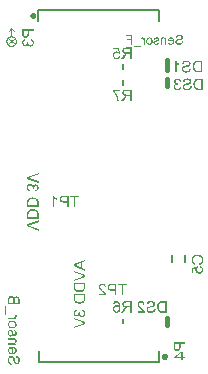
<source format=gbo>
%FSTAX23Y23*%
%MOIN*%
%SFA1B1*%

%IPPOS*%
%ADD10C,0.003937*%
%ADD13C,0.007874*%
%ADD14C,0.005905*%
%ADD54C,0.009843*%
%ADD55C,0.015748*%
%LNdeck-1*%
%LPD*%
G36*
X00362Y01125D02*
X00346D01*
Y01116*
X00346Y01114*
X00346Y01113*
X00346Y01111*
X00346Y0111*
X00345Y01109*
X00345Y01108*
X00345Y01108*
X00344Y01107*
X00344Y01106*
X00344Y01106*
X00343Y01105*
X00343Y01105*
X00343Y01105*
X00343Y01104*
X00343Y01104*
X00343Y01104*
X00342Y01104*
X00341Y01103*
X00341Y01103*
X0034Y01102*
X00339Y01102*
X00339Y01102*
X00338Y01102*
X00337Y01101*
X00337Y01101*
X00336Y01101*
X00336Y01101*
X00335Y01101*
X00335Y01101*
X00335*
X00334*
X00334*
X00333Y01101*
X00332Y01101*
X00331Y01101*
X00331Y01102*
X0033Y01102*
X0033Y01102*
X0033Y01102*
X00329Y01102*
X00329Y01102*
X00329Y01102*
X00329*
X00328Y01103*
X00328Y01103*
X00327Y01104*
X00326Y01104*
X00326Y01105*
X00326Y01105*
X00326Y01105*
X00325Y01105*
Y01105*
X00325Y01106*
X00325Y01107*
X00324Y01108*
X00324Y01108*
X00324Y01109*
X00324Y01109*
X00324Y0111*
X00324Y0111*
Y0111*
X00324Y0111*
Y0111*
X00324Y0111*
X00324Y01111*
X00323Y01112*
X00323Y01113*
X00323Y01114*
X00323Y01115*
Y0113*
X00362*
Y01125*
G37*
G36*
X00352Y01096D02*
X00353Y01096D01*
X00354Y01096*
X00355Y01096*
X00355Y01095*
X00356Y01095*
X00357Y01095*
X00357Y01094*
X00358Y01094*
X00358Y01094*
X00358Y01093*
X00359Y01093*
X00359Y01093*
X00359Y01093*
X00359Y01093*
X00359Y01093*
X0036Y01092*
X0036Y01091*
X00361Y01091*
X00361Y0109*
X00361Y01089*
X00362Y01089*
X00362Y01088*
X00362Y01087*
X00362Y01087*
X00362Y01086*
X00362Y01086*
X00362Y01085*
Y01085*
X00362Y01085*
Y01084*
X00362Y01083*
X00362Y01082*
X00362Y01081*
X00362Y01081*
X00362Y0108*
X00361Y01079*
X00361Y01078*
X00361Y01078*
X0036Y01077*
X0036Y01077*
X0036Y01076*
X00359Y01076*
X00359Y01075*
X00359Y01075*
X00359Y01075*
X00359Y01075*
X00358Y01074*
X00357Y01074*
X00357Y01073*
X00356Y01073*
X00355Y01073*
X00355Y01072*
X00354Y01072*
X00353Y01072*
X00353Y01072*
X00352Y01072*
X00352Y01071*
X00351Y01071*
X00351*
X00351Y01071*
X0035*
X0035*
X0035*
X00349Y01071*
X00348Y01072*
X00347Y01072*
X00346Y01072*
X00346Y01072*
X00345Y01072*
X00345Y01073*
X00345Y01073*
X00345Y01073*
X00344Y01073*
X00344Y01073*
X00344Y01073*
X00344Y01073*
X00343Y01074*
X00343Y01075*
X00342Y01076*
X00342Y01077*
X00341Y01077*
X00341Y01078*
X00341Y01078*
X00341Y01078*
X00341Y01078*
X00341Y01079*
Y01079*
X0034Y01078*
X0034Y01077*
X00339Y01076*
X00339Y01076*
X00338Y01075*
X00338Y01075*
X00338Y01075*
X00338Y01075*
X00338*
X00337Y01074*
X00336Y01074*
X00335Y01074*
X00335Y01073*
X00334Y01073*
X00334Y01073*
X00333*
X00333*
X00333*
X00333*
X00332Y01073*
X00331Y01073*
X0033Y01074*
X0033Y01074*
X00329Y01074*
X00329Y01074*
X00329Y01074*
X00328Y01075*
X00328Y01075*
X00328Y01075*
X00328*
X00327Y01075*
X00327Y01076*
X00326Y01077*
X00325Y01077*
X00325Y01078*
X00325Y01078*
X00325Y01078*
X00325Y01079*
X00325Y01079*
Y01079*
X00324Y0108*
X00324Y01081*
X00323Y01082*
X00323Y01083*
X00323Y01083*
X00323Y01084*
X00323Y01084*
Y01085*
X00323Y01085*
X00323Y01086*
X00323Y01087*
X00324Y01088*
X00324Y01088*
X00324Y01089*
X00324Y0109*
X00324Y0109*
X00325Y01091*
X00325Y01091*
X00325Y01091*
X00325Y01092*
X00326Y01092*
X00326Y01092*
X00326Y01092*
X00326Y01092*
X00326Y01093*
X00327Y01093*
X00327Y01094*
X00328Y01094*
X00329Y01094*
X00329Y01095*
X0033Y01095*
X00331Y01095*
X00331Y01096*
X00332Y01096*
X00332Y01096*
X00333Y01096*
X00333Y01096*
X00333Y01096*
X00333*
X00334Y01091*
X00333Y01091*
X00332Y01091*
X00331Y0109*
X0033Y0109*
X00329Y0109*
X00329Y01089*
X00329Y01089*
X00329Y01089*
X00328Y01088*
X00328Y01088*
X00327Y01087*
X00327Y01086*
X00327Y01085*
X00327Y01085*
Y01085*
X00327Y01085*
Y01084*
X00327Y01083*
X00327Y01083*
X00328Y01082*
X00328Y01081*
X00328Y01081*
X00328Y0108*
X00329Y0108*
X00329Y0108*
X00329Y0108*
X00329Y01079*
X0033Y01079*
X00331Y01078*
X00331Y01078*
X00332Y01078*
X00333Y01078*
X00333Y01078*
X00333*
X00333*
X00333*
X00334Y01078*
X00334Y01078*
X00335Y01078*
X00335Y01078*
X00336Y01079*
X00337Y01079*
X00337Y0108*
X00338Y0108*
X00338Y0108*
X00338Y0108*
X00338Y0108*
Y01081*
X00338Y01081*
X00339Y01082*
X00339Y01083*
X00339Y01084*
X00339Y01085*
X00339Y01085*
Y01085*
X00339Y01086*
Y01086*
X00339Y01086*
X00339Y01087*
Y01087*
X00343Y01087*
X00343Y01087*
X00343Y01086*
X00343Y01085*
X00343Y01085*
Y01084*
X00343Y01084*
Y01084*
X00343Y01083*
X00343Y01083*
X00343Y01082*
X00344Y01081*
X00344Y0108*
X00344Y01079*
X00345Y01079*
X00345Y01079*
X00345Y01079*
X00345Y01079*
X00345Y01079*
X00345Y01079*
X00346Y01078*
X00346Y01078*
X00346Y01078*
X00347Y01077*
X00348Y01077*
X00349Y01077*
X00349Y01076*
X0035Y01076*
X0035Y01076*
X0035Y01076*
X0035*
X0035*
X0035*
X00351Y01076*
X00352Y01076*
X00353Y01077*
X00354Y01077*
X00355Y01077*
X00355Y01078*
X00355Y01078*
X00356Y01078*
X00356Y01078*
X00356Y01078*
X00356Y01079*
X00356Y01079*
X00356Y01079*
X00357Y01079*
X00357Y0108*
X00357Y0108*
X00357Y0108*
X00358Y01081*
X00358Y01082*
X00358Y01083*
X00358Y01083*
X00358Y01084*
X00358Y01084*
Y01084*
X00358Y01085*
X00358Y01086*
X00358Y01087*
X00358Y01088*
X00357Y01088*
X00357Y01089*
X00357Y01089*
X00357Y01089*
X00357Y01089*
Y01089*
X00356Y01089*
X00356Y0109*
X00355Y0109*
X00354Y01091*
X00353Y01091*
X00352Y01091*
X00352Y01092*
X00352Y01092*
X00351Y01092*
X00351Y01092*
X00351Y01092*
X00351*
X00352Y01096*
X00352Y01096*
G37*
G36*
X0082Y01102D02*
X00821Y01102D01*
X00822Y01102*
X00823Y01101*
X00823Y01101*
X00824Y01101*
X00825Y01101*
X00825Y011*
X00826Y011*
X00826Y011*
X00826Y01099*
X00827Y01099*
X00827Y01099*
X00827Y01099*
X00827Y01099*
X00827Y01099*
X00828Y01098*
X00828Y01097*
X00829Y01097*
X00829Y01096*
X00829Y01095*
X0083Y01094*
X0083Y01094*
X0083Y01093*
X0083Y01092*
X0083Y01092*
X0083Y01091*
X0083Y01091*
Y0109*
X0083Y0109*
Y0109*
Y0109*
X0083Y01089*
X0083Y01088*
X0083Y01087*
X0083Y01086*
X0083Y01085*
X00829Y01084*
X00829Y01084*
X00829Y01083*
X00829Y01083*
X00828Y01082*
X00828Y01082*
X00828Y01081*
X00828Y01081*
X00827Y01081*
X00827Y01081*
X00827Y01081*
X00827Y0108*
X00826Y0108*
X00825Y01079*
X00825Y01079*
X00824Y01079*
X00823Y01078*
X00823Y01078*
X00822Y01078*
X00822Y01078*
X00821Y01078*
X00821Y01078*
X0082Y01078*
X0082*
X00819Y01078*
X00819*
X00819Y01078*
X00818Y01078*
X00817Y01078*
X00816Y01078*
X00816Y01078*
X00815Y01078*
X00815Y01078*
X00814Y01079*
X00814Y01079*
X00814Y01079*
X00813Y01079*
X00813Y01079*
X00813Y01079*
X00813Y0108*
X00813Y0108*
X00813Y0108*
X00812Y0108*
X00812Y0108*
X00811Y01081*
X00811Y01081*
X0081Y01082*
X0081Y01083*
X0081Y01084*
X00809Y01084*
X00809Y01084*
X00809Y01085*
X00809Y01085*
X00809Y01085*
X00809Y01085*
Y01085*
X00813Y01086*
X00813Y01085*
X00814Y01084*
X00814Y01083*
X00815Y01083*
X00815Y01083*
X00815Y01082*
X00815Y01082*
X00816Y01082*
X00816*
X00816Y01082*
X00817Y01081*
X00817Y01081*
X00818Y01081*
X00818Y01081*
X00819Y01081*
X00819Y01081*
X00819*
X0082Y01081*
X0082Y01081*
X00821Y01081*
X00821Y01081*
X00822Y01082*
X00823Y01082*
X00823Y01082*
X00823Y01082*
X00824Y01082*
X00824Y01083*
X00824Y01083*
X00824Y01083*
X00824Y01083*
X00824Y01083*
X00824Y01083*
X00825Y01084*
X00825Y01084*
X00825Y01085*
X00826Y01086*
X00826Y01087*
X00826Y01087*
X00826Y01088*
X00826Y01088*
X00826Y01088*
X00826Y01088*
X00826Y01089*
Y01089*
Y01089*
X00809*
X00809Y01089*
Y0109*
Y0109*
Y0109*
X00809Y01091*
X00809Y01092*
X00809Y01093*
X00809Y01094*
X0081Y01094*
X0081Y01095*
X0081Y01096*
X0081Y01096*
X00811Y01097*
X00811Y01097*
X00811Y01098*
X00811Y01098*
X00812Y01098*
X00812Y01099*
X00812Y01099*
X00812Y01099*
X00812Y01099*
X00813Y011*
X00814Y011*
X00814Y01101*
X00815Y01101*
X00816Y01101*
X00816Y01101*
X00817Y01102*
X00817Y01102*
X00818Y01102*
X00818Y01102*
X00819Y01102*
X00819*
X00819Y01102*
X00819*
X0082Y01102*
G37*
G36*
X00794D02*
X00795Y01102D01*
X00796Y01102*
X00796Y01101*
X00797Y01101*
X00798Y01101*
X00798Y011*
X00799Y011*
X00799Y011*
X00799Y01099*
X008Y01099*
X008Y01099*
X008Y01098*
X008Y01098*
X008Y01098*
X00801Y01098*
Y01101*
X00804*
Y01078*
X008*
Y01091*
X008Y01092*
X008Y01092*
X008Y01093*
X008Y01094*
X008Y01094*
X008Y01095*
X00799Y01095*
X00799Y01096*
X00799Y01096*
X00799Y01096*
X00799Y01096*
X00799Y01097*
X00799Y01097*
X00798Y01097*
X00798Y01097*
X00798Y01097*
X00798Y01097*
X00798Y01097*
X00797Y01098*
X00796Y01098*
X00795Y01098*
X00795Y01098*
X00795Y01099*
X00794*
X00794Y01099*
X00794*
X00793Y01099*
X00793Y01098*
X00792Y01098*
X00792Y01098*
X00792Y01098*
X00791Y01098*
X00791Y01098*
X00791Y01098*
X00791Y01098*
X00791Y01097*
X0079Y01097*
X0079Y01097*
X0079Y01096*
X0079Y01096*
X0079Y01096*
X0079Y01096*
X00789Y01095*
X00789Y01095*
X00789Y01094*
X00789Y01094*
X00789Y01093*
X00789Y01093*
Y01093*
Y01093*
Y01092*
Y01092*
Y01092*
Y01078*
X00785*
Y01092*
Y01093*
Y01093*
X00785Y01094*
Y01094*
X00785Y01095*
Y01095*
X00785Y01095*
X00785Y01096*
X00785Y01096*
X00785Y01096*
Y01096*
X00786Y01097*
X00786Y01097*
X00786Y01098*
X00786Y01098*
X00786Y01099*
X00787Y01099*
X00787Y01099*
X00787Y01099*
X00787Y011*
X00787Y011*
X00788Y011*
X00788Y01101*
X00789Y01101*
X00789Y01101*
X00789Y01101*
X00789Y01101*
X00789*
X0079Y01101*
X00791Y01102*
X00791Y01102*
X00792Y01102*
X00792Y01102*
X00793*
X00793Y01102*
X00793*
X00794Y01102*
G37*
G36*
X00724D02*
X00724Y01102D01*
X00725Y01102*
X00725Y01102*
X00725Y01101*
X00726Y01101*
X00726Y01101*
X00726Y01101*
X00726Y01101*
X00726Y01101*
X00727Y011*
X00727Y011*
X00728Y01099*
X00728Y01099*
X00728Y01098*
X00728Y01098*
X00728Y01098*
X00728Y01098*
Y01101*
X00732*
Y01078*
X00728*
Y0109*
X00728Y01091*
X00728Y01092*
X00728Y01093*
X00728Y01094*
X00728Y01094*
X00728Y01094*
X00728Y01095*
X00727Y01095*
X00727Y01095*
X00727Y01095*
Y01095*
X00727Y01095*
X00727Y01096*
X00727Y01096*
X00727Y01097*
X00726Y01097*
X00726Y01097*
X00726Y01097*
X00726Y01097*
X00726Y01097*
X00725Y01098*
X00725Y01098*
X00724Y01098*
X00724Y01098*
X00724Y01098*
X00724*
X00723Y01098*
X00723Y01098*
X00722Y01098*
X00722Y01097*
X00721Y01097*
X00721Y01097*
X00721Y01097*
X00721Y01097*
X00719Y01101*
X0072Y01101*
X00721Y01101*
X00722Y01102*
X00722Y01102*
X00723Y01102*
X00723Y01102*
X00723*
X00723Y01102*
X00723*
X00724Y01102*
G37*
G36*
X00691Y01078D02*
X00687D01*
Y01093*
X00672*
Y01097*
X00687*
Y01106*
X0067*
Y0111*
X00691*
Y01078*
G37*
G36*
X00848Y01111D02*
X0085Y01111D01*
X0085Y0111*
X00851Y0111*
X00851Y0111*
X00852Y0111*
X00852Y0111*
X00852Y0111*
X00853Y0111*
X00853Y0111*
X00853Y0111*
X00853Y0111*
X00853*
X00854Y01109*
X00855Y01109*
X00856Y01108*
X00856Y01108*
X00857Y01107*
X00857Y01107*
X00857Y01107*
X00857Y01107*
X00857Y01106*
Y01106*
X00858Y01106*
X00858Y01105*
X00858Y01104*
X00858Y01103*
X00858Y01103*
X00858Y01103*
Y01102*
X00858Y01102*
Y01102*
Y01102*
Y01102*
X00858Y01101*
X00858Y011*
X00858Y011*
X00858Y01099*
X00858Y01099*
X00858Y01098*
X00857Y01098*
X00857Y01098*
X00857Y01098*
Y01098*
X00857Y01097*
X00856Y01097*
X00856Y01096*
X00855Y01096*
X00855Y01095*
X00854Y01095*
X00854Y01095*
X00854Y01095*
X00854Y01095*
X00854*
X00854Y01095*
X00853Y01095*
X00853Y01094*
X00852Y01094*
X00851Y01094*
X0085Y01094*
X0085Y01093*
X00849Y01093*
X00849Y01093*
X00848Y01093*
X00848Y01093*
X00848Y01093*
X00848Y01093*
X00848*
X00847Y01093*
X00846Y01093*
X00846Y01092*
X00845Y01092*
X00845Y01092*
X00844Y01092*
X00844Y01092*
X00843Y01092*
X00843Y01092*
X00843Y01092*
X00843Y01092*
X00842Y01091*
X00842Y01091*
X00842Y01091*
X00842Y01091*
X00841Y01091*
X00841Y01091*
X0084Y0109*
X0084Y0109*
X0084Y0109*
X00839Y0109*
X00839Y0109*
X00839Y0109*
X00839Y01089*
X00839Y01089*
X00839Y01088*
X00838Y01088*
X00838Y01087*
X00838Y01087*
Y01087*
Y01087*
Y01087*
X00838Y01086*
X00838Y01086*
X00839Y01085*
X00839Y01085*
X00839Y01085*
X00839Y01084*
X00839Y01084*
X00839Y01084*
X0084Y01084*
X0084Y01083*
X00841Y01083*
X00841Y01083*
X00841Y01082*
X00842Y01082*
X00842Y01082*
X00842Y01082*
X00842Y01082*
X00842*
X00843Y01082*
X00843Y01082*
X00844Y01082*
X00845Y01082*
X00845Y01081*
X00846*
X00846Y01081*
X00846*
X00847Y01081*
X00848Y01082*
X00849Y01082*
X0085Y01082*
X0085Y01082*
X0085Y01082*
X00851Y01082*
X00851Y01082*
X00851Y01082*
X00851Y01082*
X00851Y01082*
X00851*
X00852Y01083*
X00853Y01083*
X00853Y01084*
X00854Y01084*
X00854Y01084*
X00854Y01085*
X00854Y01085*
X00854Y01085*
X00855Y01085*
X00855Y01086*
X00855Y01087*
X00855Y01087*
X00856Y01088*
X00856Y01088*
X00856Y01088*
X00856Y01089*
X00856Y01089*
Y01089*
Y01089*
X0086Y01089*
X0086Y01088*
X0086Y01087*
X00859Y01086*
X00859Y01085*
X00859Y01085*
X00859Y01084*
X00859Y01084*
X00858Y01084*
X00858Y01083*
X00858Y01083*
X00858Y01083*
X00858Y01083*
X00858Y01083*
X00858Y01083*
X00857Y01082*
X00857Y01081*
X00856Y0108*
X00855Y0108*
X00854Y01079*
X00854Y01079*
X00854Y01079*
X00854Y01079*
X00854Y01079*
X00853Y01079*
X00853*
X00852Y01079*
X00851Y01078*
X0085Y01078*
X00849Y01078*
X00848Y01078*
X00848Y01078*
X00847Y01078*
X00847*
X00846Y01078*
X00846*
X00845Y01078*
X00844Y01078*
X00843Y01078*
X00842Y01078*
X00842Y01078*
X00841Y01078*
X00841Y01079*
X00841Y01079*
X0084Y01079*
X0084Y01079*
X0084Y01079*
X0084Y01079*
X0084*
X00839Y01079*
X00838Y0108*
X00837Y01081*
X00837Y01081*
X00836Y01082*
X00836Y01082*
X00836Y01082*
X00836Y01082*
X00836Y01082*
Y01082*
X00835Y01083*
X00835Y01083*
X00835Y01084*
X00835Y01085*
X00834Y01086*
X00834Y01086*
X00834Y01087*
Y01087*
X00834Y01087*
Y01087*
Y01087*
Y01087*
X00834Y01088*
X00834Y01089*
X00835Y0109*
X00835Y0109*
X00835Y01091*
X00835Y01091*
X00835Y01091*
X00835Y01092*
X00836Y01092*
X00836Y01092*
Y01092*
X00836Y01092*
X00836Y01092*
X00837Y01093*
X00837Y01094*
X00838Y01094*
X00839Y01095*
X00839Y01095*
X00839Y01095*
X00839Y01095*
X0084Y01095*
X0084Y01095*
X0084*
X0084Y01095*
X00841Y01095*
X00841Y01096*
X00842Y01096*
X00843Y01096*
X00844Y01096*
X00845Y01097*
X00845Y01097*
X00846Y01097*
X00846Y01097*
X00846Y01097*
X00847Y01097*
X00847Y01097*
X00847*
X00848Y01097*
X00849Y01097*
X00849Y01098*
X0085Y01098*
X00851Y01098*
X00851Y01098*
X00852Y01098*
X00852Y01099*
X00852Y01099*
X00853Y01099*
X00853Y01099*
X00853Y01099*
X00853Y01099*
X00853Y01099*
X00853Y01099*
X00854Y011*
X00854Y011*
X00854Y01101*
X00854Y01101*
X00854Y01102*
X00854Y01102*
X00854Y01102*
Y01102*
Y01102*
X00854Y01103*
X00854Y01103*
X00854Y01104*
X00854Y01104*
X00854Y01105*
X00853Y01105*
X00853Y01105*
X00853Y01106*
X00853Y01106*
X00853*
X00852Y01106*
X00852Y01106*
X00851Y01106*
X0085Y01107*
X00849Y01107*
X00849Y01107*
X00848Y01107*
X00848Y01107*
X00848*
X00847Y01107*
X00846*
X00846Y01107*
X00845Y01107*
X00845Y01107*
X00844Y01107*
X00844Y01107*
X00843Y01106*
X00843Y01106*
X00843Y01106*
X00842Y01106*
X00842Y01106*
X00842Y01106*
X00842Y01106*
X00842Y01106*
X00842Y01105*
X00842Y01105*
X00841Y01105*
X00841Y01105*
X0084Y01104*
X0084Y01103*
X0084Y01103*
X00839Y01102*
X00839Y01102*
X00839Y01101*
X00839Y01101*
Y01101*
X00839Y01101*
Y01101*
X00835Y01101*
X00835Y01102*
X00836Y01103*
X00836Y01104*
X00836Y01105*
X00836Y01105*
X00836Y01105*
X00836Y01106*
X00837Y01106*
X00837Y01106*
X00837Y01106*
X00837Y01106*
X00837Y01106*
X00837Y01107*
X00838Y01108*
X00839Y01108*
X00839Y01109*
X0084Y01109*
X0084Y01109*
X00841Y01109*
X00841Y0111*
X00841Y0111*
X00841Y0111*
X00841*
X00842Y0111*
X00843Y0111*
X00844Y01111*
X00845Y01111*
X00846Y01111*
X00846Y01111*
X00846Y01111*
X00847Y01111*
X00847*
X00848Y01111*
G37*
G36*
X00772Y01102D02*
X00773Y01102D01*
X00773Y01102*
X00774Y01102*
X00774Y01102*
X00775Y01102*
X00775Y01101*
X00775Y01101*
X00775*
X00776Y01101*
X00776Y01101*
X00776Y01101*
X00777Y01101*
X00777Y01101*
X00777Y011*
X00777Y011*
X00777Y011*
X00778Y011*
X00778Y011*
X00779Y01099*
X00779Y01099*
X00779Y01099*
X00779Y01098*
X00779Y01098*
X00779Y01098*
X0078Y01098*
X0078Y01097*
X0078Y01097*
X0078Y01096*
X0078Y01096*
X0078Y01096*
Y01095*
Y01095*
Y01095*
X0078Y01095*
X0078Y01094*
X0078Y01094*
X0078Y01093*
X0078Y01093*
X00779Y01092*
X00779Y01092*
X00779Y01092*
X00779Y01092*
X00778Y01091*
X00778Y01091*
X00778Y01091*
X00777Y0109*
X00777Y0109*
X00777Y0109*
X00777Y0109*
X00777*
X00776Y0109*
X00776Y0109*
X00776Y01089*
X00775Y01089*
X00774Y01089*
X00773Y01089*
X00773Y01089*
X00772Y01088*
X00772Y01088*
X00771Y01088*
X00771Y01088*
X00771Y01088*
X00771Y01088*
X00771*
X0077Y01088*
X0077Y01088*
X00769Y01088*
X00769Y01087*
X00768Y01087*
X00768Y01087*
X00768Y01087*
X00767Y01087*
X00767Y01087*
X00767Y01087*
X00767Y01087*
X00767Y01087*
X00767Y01087*
X00766Y01086*
X00766Y01086*
X00766Y01086*
X00766Y01085*
X00766Y01085*
X00765Y01085*
Y01085*
Y01085*
X00766Y01084*
X00766Y01084*
X00766Y01083*
X00766Y01083*
X00766Y01082*
X00767Y01082*
X00767Y01082*
X00767Y01082*
X00767Y01082*
X00768Y01081*
X00769Y01081*
X00769Y01081*
X0077Y01081*
X0077Y01081*
X0077*
X00771Y01081*
X00771*
X00772Y01081*
X00773Y01081*
X00773Y01081*
X00774Y01082*
X00774Y01082*
X00775Y01082*
X00775Y01082*
X00775Y01082*
X00775*
X00776Y01083*
X00776Y01083*
X00776Y01084*
X00777Y01084*
X00777Y01085*
X00777Y01085*
X00777Y01085*
X00777Y01086*
Y01086*
X00777Y01086*
Y01086*
X00781Y01085*
X00781Y01084*
X0078Y01084*
X0078Y01083*
X0078Y01083*
X0078Y01082*
X0078Y01082*
X00779Y01081*
X00779Y01081*
X00779Y01081*
X00779Y0108*
X00778Y0108*
X00778Y0108*
X00778Y0108*
X00778Y0108*
X00778Y0108*
X00778Y0108*
X00777Y01079*
X00777Y01079*
X00776Y01079*
X00776Y01078*
X00775Y01078*
X00773Y01078*
X00773Y01078*
X00772Y01078*
X00772Y01078*
X00772Y01078*
X00771Y01078*
X00771*
X0077Y01078*
X00769Y01078*
X00768Y01078*
X00767Y01078*
X00767Y01078*
X00767Y01078*
X00767Y01078*
X00766Y01078*
X00766Y01079*
X00766Y01079*
X00766Y01079*
X00766*
X00765Y01079*
X00765Y01079*
X00764Y0108*
X00763Y0108*
X00763Y01081*
X00763Y01081*
X00763Y01081*
X00763Y01081*
Y01081*
X00762Y01082*
X00762Y01083*
X00762Y01083*
X00762Y01084*
X00762Y01084*
X00761Y01085*
Y01085*
Y01085*
Y01085*
Y01085*
X00761Y01086*
X00762Y01086*
X00762Y01087*
X00762Y01087*
X00762Y01088*
X00762Y01088*
X00762Y01088*
X00762Y01088*
X00763Y01089*
X00763Y01089*
X00764Y0109*
X00764Y0109*
X00764Y0109*
X00765Y0109*
X00765Y0109*
X00765Y0109*
X00765*
X00765Y01091*
X00766Y01091*
X00766Y01091*
X00767Y01091*
X00768Y01091*
X00769Y01092*
X00769Y01092*
X00769Y01092*
X0077Y01092*
X0077Y01092*
X0077Y01092*
X00771Y01092*
X00771Y01092*
X00771*
X00771Y01092*
X00772Y01093*
X00772Y01093*
X00773Y01093*
X00773Y01093*
X00773Y01093*
X00773Y01093*
X00774Y01093*
X00774Y01093*
X00774Y01093*
X00774Y01093*
X00774*
X00775Y01093*
X00775Y01094*
X00775Y01094*
X00775Y01094*
X00776Y01094*
X00776Y01094*
X00776Y01094*
X00776Y01094*
X00776Y01095*
X00776Y01095*
X00776Y01095*
X00776Y01095*
X00776Y01096*
Y01096*
Y01096*
X00776Y01096*
X00776Y01097*
X00776Y01097*
X00776Y01097*
X00775Y01097*
X00775Y01098*
X00775Y01098*
X00775Y01098*
X00775Y01098*
X00775Y01098*
X00774Y01098*
X00773Y01099*
X00773Y01099*
X00772Y01099*
X00772*
X00772Y01099*
X00771*
X0077Y01099*
X0077Y01099*
X00769Y01098*
X00769Y01098*
X00768Y01098*
X00768Y01098*
X00768Y01098*
X00768Y01098*
X00767Y01097*
X00767Y01097*
X00767Y01096*
X00766Y01096*
X00766Y01096*
X00766Y01095*
X00766Y01095*
Y01095*
Y01095*
X00762Y01095*
X00762Y01096*
X00763Y01097*
X00763Y01098*
X00763Y01098*
X00763Y01098*
X00764Y01099*
X00764Y01099*
X00764Y01099*
X00764Y01099*
X00765Y011*
X00765Y011*
X00766Y01101*
X00766Y01101*
X00766Y01101*
X00767Y01101*
X00767Y01101*
X00767Y01101*
X00767*
X00768Y01101*
X00768Y01102*
X00769Y01102*
X0077Y01102*
X00771Y01102*
X00771*
X00771Y01102*
X00772*
X00772Y01102*
G37*
G36*
X00748D02*
X00749Y01102D01*
X0075Y01102*
X0075Y01102*
X00751Y01101*
X00752Y01101*
X00752Y01101*
X00753Y01101*
X00753Y011*
X00754Y011*
X00754Y011*
X00754Y011*
X00754Y011*
X00755Y01099*
X00755Y01099*
X00755Y01099*
X00755Y01099*
X00756Y01098*
X00756Y01097*
X00757Y01097*
X00757Y01096*
X00757Y01095*
X00758Y01094*
X00758Y01093*
X00758Y01093*
X00758Y01092*
X00758Y01091*
X00758Y01091*
X00758Y0109*
X00758Y0109*
Y0109*
Y0109*
Y0109*
X00758Y01089*
X00758Y01088*
X00758Y01087*
X00758Y01086*
X00758Y01085*
X00757Y01084*
X00757Y01084*
X00757Y01083*
X00756Y01083*
X00756Y01082*
X00756Y01082*
X00756Y01081*
X00756Y01081*
X00755Y01081*
X00755Y01081*
X00755Y01081*
X00755Y0108*
X00754Y0108*
X00753Y01079*
X00753Y01079*
X00752Y01079*
X00751Y01078*
X00751Y01078*
X0075Y01078*
X0075Y01078*
X00749Y01078*
X00749Y01078*
X00748Y01078*
X00748*
X00748Y01078*
X00747*
X00746Y01078*
X00745Y01078*
X00744Y01078*
X00744Y01078*
X00743Y01078*
X00743Y01079*
X00743Y01079*
X00743Y01079*
X00742Y01079*
X00742Y01079*
X00742Y01079*
X00742Y01079*
X00742*
X00741Y0108*
X0074Y0108*
X00739Y01081*
X00739Y01082*
X00738Y01082*
X00738Y01082*
X00738Y01083*
X00738Y01083*
X00738Y01083*
X00738Y01083*
Y01083*
X00738Y01084*
X00737Y01084*
X00737Y01085*
X00737Y01086*
X00737Y01088*
X00737Y01088*
X00737Y01089*
X00737Y01089*
Y01089*
X00737Y0109*
Y0109*
Y0109*
Y0109*
X00737Y01091*
X00737Y01092*
X00737Y01093*
X00737Y01094*
X00737Y01095*
X00738Y01095*
X00738Y01096*
X00738Y01097*
X00738Y01097*
X00739Y01097*
X00739Y01098*
X00739Y01098*
X00739Y01098*
X00739Y01099*
X0074Y01099*
X0074Y01099*
X0074Y01099*
X00741Y011*
X00741Y011*
X00742Y01101*
X00743Y01101*
X00743Y01101*
X00744Y01101*
X00745Y01102*
X00745Y01102*
X00746Y01102*
X00746Y01102*
X00747Y01102*
X00747*
X00747Y01102*
X00747*
X00748Y01102*
G37*
G36*
X00721Y01069D02*
X00695D01*
Y01072*
X00721*
Y01069*
G37*
G36*
X00592Y00281D02*
X00593Y00281D01*
X00593Y00281*
X00594Y0028*
X00595Y0028*
X00596Y0028*
X00596Y0028*
X00597Y00279*
X00598Y00279*
X00598Y00279*
X00598Y00279*
X00599Y00278*
X00599Y00278*
X00599Y00278*
X00599Y00278*
X00599Y00278*
X006Y00277*
X006Y00277*
X00601Y00276*
X00601Y00275*
X00602Y00275*
X00602Y00274*
X00602Y00273*
X00602Y00273*
X00603Y00272*
X00603Y00272*
X00603Y00271*
X00603Y00271*
X00603Y0027*
X00603Y0027*
X00603Y0027*
Y0027*
X00598Y00269*
X00598Y0027*
X00598Y0027*
X00598Y00272*
X00598Y00273*
X00597Y00273*
X00597Y00273*
X00597Y00274*
X00597Y00274*
X00597Y00274*
X00597Y00274*
X00596Y00275*
X00596Y00275*
X00596Y00275*
X00596Y00275*
X00596Y00275*
X00595Y00276*
X00595Y00276*
X00594Y00276*
X00594Y00276*
X00593Y00277*
X00592Y00277*
X00592Y00277*
X00591*
X00591Y00277*
X0059*
X0059Y00277*
X00588Y00277*
X00588Y00276*
X00587Y00276*
X00586Y00276*
X00586Y00275*
X00586Y00275*
X00586Y00275*
X00585Y00275*
X00585Y00275*
X00585Y00275*
X00585Y00275*
X00585Y00274*
X00584Y00274*
X00584Y00273*
X00584Y00273*
X00584Y00272*
X00583Y00271*
X00583Y00271*
Y00271*
X00583Y00271*
Y0027*
Y0027*
Y0027*
X00583Y0027*
X00583Y00269*
X00584Y00268*
X00584Y00267*
X00584Y00266*
X00585Y00266*
X00585Y00265*
X00585Y00265*
X00585Y00265*
X00586Y00265*
X00586Y00265*
X00586Y00265*
X00586Y00264*
X00587Y00263*
X00587Y00263*
X00588Y00262*
X00589Y00261*
X00591Y00259*
X00591Y00259*
X00592Y00258*
X00593Y00258*
X00593Y00257*
X00594Y00257*
X00594Y00257*
X00594Y00256*
X00594Y00256*
X00595Y00256*
X00596Y00255*
X00596Y00255*
X00597Y00254*
X00597Y00254*
X00598Y00253*
X00598Y00253*
X00599Y00252*
X00599Y00252*
X00599Y00252*
X006Y00251*
X006Y00251*
X006Y00251*
X006Y00251*
X006Y00251*
X006Y00251*
X00601Y0025*
X00602Y00249*
X00602Y00248*
X00603Y00247*
X00603Y00246*
X00603Y00246*
X00603Y00246*
X00603Y00246*
X00603Y00246*
X00603Y00246*
Y00246*
X00604Y00245*
X00604Y00244*
X00604Y00244*
X00604Y00243*
X00604Y00243*
Y00243*
Y00242*
Y00242*
X00578*
Y00247*
X00597*
X00597Y00248*
X00596Y00248*
X00596Y00249*
X00596Y00249*
X00596Y00249*
X00595Y00249*
X00595Y00249*
X00595Y0025*
X00595Y0025*
X00594Y0025*
X00594Y00251*
X00593Y00251*
X00592Y00252*
X00591Y00253*
X00591Y00253*
X00591Y00254*
X0059Y00254*
X0059Y00254*
X0059Y00254*
X0059Y00254*
X00589Y00255*
X00588Y00256*
X00587Y00256*
X00587Y00257*
X00586Y00258*
X00585Y00258*
X00585Y00259*
X00584Y00259*
X00584Y0026*
X00584Y0026*
X00583Y0026*
X00583Y0026*
X00583Y00261*
X00583Y00261*
X00583Y00261*
X00583Y00261*
X00582Y00262*
X00581Y00263*
X00581Y00263*
X0058Y00264*
X0058Y00265*
X0058Y00265*
X0058Y00265*
X0058Y00265*
X00579Y00266*
Y00266*
X00579Y00266*
X00579Y00267*
X00579Y00268*
X00579Y00269*
X00579Y00269*
X00579Y0027*
Y0027*
Y0027*
Y0027*
Y0027*
X00579Y00271*
X00579Y00272*
X00579Y00272*
X00579Y00273*
X00579Y00274*
X0058Y00275*
X0058Y00275*
X0058Y00276*
X0058Y00276*
X00581Y00277*
X00581Y00277*
X00581Y00277*
X00581Y00277*
X00582Y00278*
X00582Y00278*
X00582Y00278*
X00582Y00278*
X00583Y00279*
X00584Y00279*
X00585Y0028*
X00585Y0028*
X00586Y0028*
X00587Y0028*
X00587Y0028*
X00588Y00281*
X00589Y00281*
X00589Y00281*
X0059Y00281*
X0059Y00281*
X00591*
X00592Y00281*
G37*
G36*
X00673Y00276D02*
X0066D01*
Y00242*
X00655*
Y00276*
X00642*
Y00281*
X00673*
Y00276*
G37*
G36*
X00637Y00242D02*
X00632D01*
Y00258*
X00622*
X00621Y00258*
X00619Y00258*
X00618Y00258*
X00617Y00258*
X00616Y00259*
X00615Y00259*
X00614Y00259*
X00614Y0026*
X00613Y0026*
X00612Y0026*
X00612Y0026*
X00612Y00261*
X00611Y00261*
X00611Y00261*
X00611Y00261*
X00611Y00261*
X0061Y00262*
X0061Y00263*
X00609Y00263*
X00609Y00264*
X00609Y00265*
X00609Y00265*
X00608Y00266*
X00608Y00267*
X00608Y00267*
X00608Y00268*
X00608Y00268*
X00608Y00269*
X00608Y00269*
Y00269*
Y00269*
Y0027*
X00608Y00271*
X00608Y00272*
X00608Y00272*
X00608Y00273*
X00609Y00274*
X00609Y00274*
X00609Y00274*
X00609Y00275*
X00609Y00275*
X00609Y00275*
Y00275*
X00609Y00276*
X0061Y00276*
X00611Y00277*
X00611Y00278*
X00611Y00278*
X00612Y00278*
X00612Y00278*
X00612Y00278*
X00612*
X00613Y00279*
X00614Y00279*
X00614Y0028*
X00615Y0028*
X00616Y0028*
X00616Y0028*
X00616Y0028*
X00617Y0028*
X00617*
X00617Y0028*
X00617*
X00617Y0028*
X00618Y0028*
X00619Y00281*
X0062Y00281*
X00621Y00281*
X00621Y00281*
X00637*
Y00242*
G37*
G36*
X00534Y00356D02*
X00522Y00352D01*
Y00335*
X00534Y00331*
Y00325*
X00495Y00341*
Y00346*
X00534Y00361*
Y00356*
G37*
G36*
Y0031D02*
Y00305D01*
X00495Y0029*
Y00295*
X00523Y00305*
X00524Y00306*
X00525Y00306*
X00526Y00307*
X00527Y00307*
X00528Y00307*
X00528Y00307*
X00529Y00307*
X00529Y00307*
X00529Y00307*
X00529Y00308*
X00529Y00308*
X00529*
X00528Y00308*
X00527Y00308*
X00526Y00309*
X00525Y00309*
X00525Y00309*
X00524Y00309*
X00524Y00309*
X00524Y00309*
X00523Y00309*
X00523Y0031*
X00523Y0031*
X00523*
X00495Y0032*
Y00325*
X00534Y0031*
G37*
G36*
Y00272D02*
X00534Y0027D01*
X00534Y00269*
X00533Y00268*
X00533Y00267*
X00533Y00267*
X00533Y00266*
X00533Y00266*
X00533Y00266*
X00533Y00266*
Y00266*
X00533Y00265*
Y00265*
X00533Y00264*
X00532Y00264*
X00532Y00263*
X00532Y00262*
X00531Y00262*
X00531Y00261*
X00531Y00261*
X00531Y00261*
Y00261*
X00531Y0026*
X0053Y00259*
X00529Y00259*
X00529Y00258*
X00528Y00258*
X00528Y00258*
X00528Y00257*
X00528Y00257*
X00528Y00257*
X00528*
X00527Y00257*
X00526Y00256*
X00525Y00256*
X00524Y00255*
X00523Y00255*
X00523Y00255*
X00523Y00255*
X00522Y00255*
X00522Y00255*
X00522Y00255*
X00522*
X00521Y00254*
X00519Y00254*
X00518Y00254*
X00517Y00254*
X00516Y00254*
X00516Y00254*
X00515*
X00515Y00254*
X00515*
X00514*
X00514*
X00514*
X00512Y00254*
X00511Y00254*
X00511Y00254*
X0051Y00254*
X00509Y00254*
X00508Y00254*
X00508Y00254*
X00507Y00255*
X00507Y00255*
X00506Y00255*
X00506Y00255*
X00506Y00255*
X00505Y00255*
X00505Y00255*
X00505*
X00504Y00256*
X00502Y00257*
X00502Y00257*
X00501Y00257*
X00501Y00258*
X005Y00258*
X005Y00258*
X005Y00259*
X00499Y00259*
X00499Y00259*
X00499Y00259*
X00499Y0026*
X00499Y0026*
X00499Y0026*
X00498Y00261*
X00497Y00262*
X00497Y00263*
X00496Y00263*
X00496Y00264*
X00496Y00265*
X00496Y00265*
X00496Y00265*
X00496Y00265*
X00496Y00265*
Y00265*
X00496Y00266*
X00496Y00266*
X00495Y00267*
X00495Y00269*
X00495Y0027*
X00495Y0027*
Y00271*
X00495Y00271*
Y00285*
X00534*
Y00272*
G37*
G36*
Y00233D02*
X00534Y00232D01*
X00534Y0023*
X00533Y00229*
X00533Y00228*
X00533Y00228*
X00533Y00228*
X00533Y00227*
X00533Y00227*
X00533Y00227*
Y00227*
X00533Y00227*
Y00227*
X00533Y00226*
X00532Y00225*
X00532Y00224*
X00532Y00223*
X00531Y00223*
X00531Y00222*
X00531Y00222*
X00531Y00222*
Y00222*
X00531Y00221*
X0053Y00221*
X00529Y0022*
X00529Y0022*
X00528Y00219*
X00528Y00219*
X00528Y00219*
X00528Y00219*
X00528Y00219*
X00528*
X00527Y00218*
X00526Y00217*
X00525Y00217*
X00524Y00217*
X00523Y00216*
X00523Y00216*
X00523Y00216*
X00522Y00216*
X00522Y00216*
X00522Y00216*
X00522*
X00521Y00216*
X00519Y00215*
X00518Y00215*
X00517Y00215*
X00516Y00215*
X00516Y00215*
X00515*
X00515Y00215*
X00515*
X00514*
X00514*
X00514*
X00512Y00215*
X00511Y00215*
X00511Y00215*
X0051Y00215*
X00509Y00215*
X00508Y00216*
X00508Y00216*
X00507Y00216*
X00507Y00216*
X00506Y00216*
X00506Y00216*
X00506Y00216*
X00505Y00216*
X00505Y00216*
X00505*
X00504Y00217*
X00502Y00218*
X00502Y00218*
X00501Y00219*
X00501Y00219*
X005Y00219*
X005Y0022*
X005Y0022*
X00499Y0022*
X00499Y0022*
X00499Y00221*
X00499Y00221*
X00499Y00221*
X00499Y00221*
X00498Y00222*
X00497Y00223*
X00497Y00224*
X00496Y00225*
X00496Y00225*
X00496Y00226*
X00496Y00226*
X00496Y00226*
X00496Y00226*
X00496Y00227*
Y00227*
X00496Y00227*
X00496Y00228*
X00495Y00229*
X00495Y0023*
X00495Y00231*
X00495Y00231*
Y00232*
X00495Y00232*
Y00247*
X00534*
Y00233*
G37*
G36*
X00524Y00195D02*
X00525Y00195D01*
X00526Y00194*
X00527Y00194*
X00527Y00194*
X00528Y00193*
X00529Y00193*
X00529Y00193*
X0053Y00192*
X0053Y00192*
X0053Y00192*
X00531Y00192*
X00531Y00191*
X00531Y00191*
X00531Y00191*
X00531Y00191*
X00532Y0019*
X00532Y0019*
X00533Y00189*
X00533Y00188*
X00533Y00188*
X00534Y00187*
X00534Y00186*
X00534Y00186*
X00534Y00185*
X00534Y00185*
X00534Y00184*
X00534Y00184*
Y00183*
X00534Y00183*
Y00183*
X00534Y00182*
X00534Y00181*
X00534Y0018*
X00534Y00179*
X00533Y00178*
X00533Y00177*
X00533Y00177*
X00533Y00176*
X00532Y00175*
X00532Y00175*
X00532Y00174*
X00531Y00174*
X00531Y00174*
X00531Y00174*
X00531Y00174*
X00531Y00173*
X0053Y00173*
X00529Y00172*
X00529Y00172*
X00528Y00171*
X00527Y00171*
X00527Y00171*
X00526Y0017*
X00525Y0017*
X00525Y0017*
X00524Y0017*
X00524Y0017*
X00523Y0017*
X00523*
X00522Y0017*
X00522*
X00522*
X00522*
X00521Y0017*
X0052Y0017*
X00519Y0017*
X00518Y00171*
X00518Y00171*
X00517Y00171*
X00517Y00171*
X00517Y00171*
X00517Y00171*
X00516Y00172*
X00516Y00172*
X00516Y00172*
X00516Y00172*
X00515Y00172*
X00515Y00173*
X00514Y00174*
X00514Y00175*
X00513Y00176*
X00513Y00176*
X00513Y00176*
X00513Y00177*
X00513Y00177*
X00513Y00177*
Y00177*
X00512Y00176*
X00512Y00175*
X00511Y00175*
X00511Y00174*
X0051Y00174*
X0051Y00173*
X0051Y00173*
X0051Y00173*
X0051*
X00509Y00173*
X00508Y00172*
X00507Y00172*
X00507Y00172*
X00506Y00172*
X00505Y00172*
X00505*
X00505*
X00505*
X00505*
X00504Y00172*
X00503Y00172*
X00502Y00172*
X00502Y00172*
X00501Y00173*
X00501Y00173*
X00501Y00173*
X005Y00173*
X005Y00173*
X005Y00173*
X005*
X00499Y00174*
X00499Y00174*
X00498Y00175*
X00497Y00176*
X00497Y00176*
X00497Y00177*
X00497Y00177*
X00496Y00177*
X00496Y00177*
Y00177*
X00496Y00178*
X00496Y00179*
X00495Y0018*
X00495Y00181*
X00495Y00182*
X00495Y00182*
X00495Y00182*
Y00183*
X00495Y00184*
X00495Y00185*
X00495Y00185*
X00495Y00186*
X00496Y00187*
X00496Y00187*
X00496Y00188*
X00496Y00188*
X00497Y00189*
X00497Y00189*
X00497Y0019*
X00497Y0019*
X00497Y0019*
X00498Y0019*
X00498Y0019*
X00498Y00191*
X00498Y00191*
X00499Y00192*
X00499Y00192*
X005Y00192*
X00501Y00193*
X00501Y00193*
X00502Y00194*
X00503Y00194*
X00503Y00194*
X00504Y00194*
X00504Y00194*
X00505Y00194*
X00505Y00194*
X00505Y00194*
X00505*
X00506Y0019*
X00505Y00189*
X00504Y00189*
X00503Y00189*
X00502Y00188*
X00501Y00188*
X00501Y00188*
X00501Y00188*
X00501Y00187*
X005Y00187*
X005Y00186*
X00499Y00185*
X00499Y00184*
X00499Y00184*
X00499Y00184*
Y00183*
X00499Y00183*
Y00183*
X00499Y00182*
X00499Y00181*
X00499Y0018*
X005Y00179*
X005Y00179*
X005Y00179*
X00501Y00178*
X00501Y00178*
X00501Y00178*
X00501Y00178*
X00502Y00177*
X00503Y00177*
X00503Y00177*
X00504Y00177*
X00505Y00177*
X00505Y00176*
X00505*
X00505*
X00505*
X00506Y00177*
X00506Y00177*
X00507Y00177*
X00507Y00177*
X00508Y00177*
X00509Y00178*
X00509Y00178*
X0051Y00179*
X0051Y00179*
X0051Y00179*
X0051Y00179*
Y00179*
X0051Y0018*
X00511Y00181*
X00511Y00182*
X00511Y00183*
X00511Y00183*
X00511Y00184*
Y00184*
X00511Y00184*
Y00185*
X00511Y00185*
X00511Y00185*
Y00185*
X00515Y00186*
X00515Y00185*
X00515Y00184*
X00515Y00184*
X00515Y00183*
Y00183*
X00515Y00183*
Y00182*
X00515Y00182*
X00515Y00181*
X00515Y0018*
X00516Y00179*
X00516Y00178*
X00516Y00178*
X00517Y00178*
X00517Y00177*
X00517Y00177*
X00517Y00177*
X00517Y00177*
X00517Y00177*
X00517Y00177*
X00518Y00176*
X00518Y00176*
X00519Y00176*
X0052Y00175*
X0052Y00175*
X00521Y00175*
X00522Y00175*
X00522Y00175*
X00522Y00175*
X00522*
X00522*
X00522*
X00523Y00175*
X00524Y00175*
X00525Y00175*
X00526Y00175*
X00526Y00176*
X00527Y00176*
X00527Y00176*
X00527Y00177*
X00528Y00177*
X00528Y00177*
X00528Y00177*
X00528Y00177*
X00528Y00177*
X00528Y00178*
X00529Y00178*
X00529Y00178*
X00529Y00179*
X0053Y0018*
X0053Y00181*
X0053Y00182*
X0053Y00182*
X0053Y00182*
X0053Y00182*
Y00183*
X0053Y00184*
X0053Y00185*
X0053Y00185*
X00529Y00186*
X00529Y00187*
X00529Y00187*
X00529Y00187*
X00529Y00187*
X00529Y00187*
Y00188*
X00528Y00188*
X00528Y00188*
X00527Y00189*
X00526Y00189*
X00525Y0019*
X00524Y0019*
X00524Y0019*
X00523Y0019*
X00523Y0019*
X00523Y0019*
X00523Y0019*
X00523*
X00523Y00195*
X00524Y00195*
G37*
G36*
X00534Y00152D02*
Y00147D01*
X00495Y00132*
Y00137*
X00523Y00148*
X00524Y00148*
X00525Y00148*
X00526Y00149*
X00527Y00149*
X00528Y00149*
X00528Y00149*
X00529Y00149*
X00529Y00149*
X00529Y0015*
X00529Y0015*
X00529Y0015*
X00529*
X00528Y0015*
X00527Y0015*
X00526Y00151*
X00525Y00151*
X00525Y00151*
X00524Y00151*
X00524Y00151*
X00524Y00151*
X00523Y00151*
X00523Y00152*
X00523Y00152*
X00523*
X00495Y00162*
Y00167*
X00534Y00152*
G37*
G36*
X0043Y00573D02*
X00431Y00572D01*
X00431Y00571*
X00432Y00571*
X00433Y0057*
X00433Y0057*
X00433Y0057*
X00433Y00569*
X00433Y00569*
X00434Y00569*
X00434Y00569*
X00435Y00568*
X00436Y00567*
X00437Y00566*
X00438Y00566*
X00439Y00566*
X00439Y00565*
X0044Y00565*
X0044Y00565*
X0044Y00565*
X0044Y00565*
X0044Y00565*
X00441Y00565*
Y0056*
X0044Y0056*
X00439Y00561*
X00438Y00561*
X00437Y00562*
X00437Y00562*
X00436Y00562*
X00436Y00562*
X00436Y00562*
X00436Y00562*
X00436Y00562*
X00436*
X00435Y00563*
X00434Y00564*
X00433Y00564*
X00432Y00565*
X00432Y00565*
X00431Y00565*
X00431Y00566*
X00431Y00566*
Y00536*
X00426*
Y00574*
X00429*
X0043Y00573*
G37*
G36*
X00514Y0057D02*
X00501D01*
Y00536*
X00496*
Y0057*
X00483*
Y00574*
X00514*
Y0057*
G37*
G36*
X00478Y00536D02*
X00473D01*
Y00551*
X00463*
X00462Y00551*
X0046Y00551*
X00459Y00552*
X00458Y00552*
X00457Y00552*
X00456Y00552*
X00455Y00553*
X00454Y00553*
X00454Y00553*
X00453Y00554*
X00453Y00554*
X00452Y00554*
X00452Y00554*
X00452Y00555*
X00452Y00555*
X00452Y00555*
X00451Y00555*
X00451Y00556*
X0045Y00557*
X0045Y00557*
X0045Y00558*
X00449Y00559*
X00449Y00559*
X00449Y0056*
X00449Y00561*
X00449Y00561*
X00449Y00562*
X00449Y00562*
X00449Y00562*
Y00563*
Y00563*
Y00563*
X00449Y00564*
X00449Y00565*
X00449Y00566*
X00449Y00567*
X00449Y00567*
X0045Y00568*
X0045Y00568*
X0045Y00568*
X0045Y00568*
X0045Y00568*
Y00568*
X0045Y00569*
X00451Y0057*
X00451Y0057*
X00452Y00571*
X00452Y00571*
X00453Y00572*
X00453Y00572*
X00453Y00572*
X00453*
X00454Y00572*
X00454Y00573*
X00455Y00573*
X00456Y00573*
X00457Y00574*
X00457Y00574*
X00457Y00574*
X00457Y00574*
X00458*
X00458Y00574*
X00458*
X00458Y00574*
X00459Y00574*
X00459Y00574*
X0046Y00574*
X00461Y00574*
X00462Y00574*
X00478*
Y00536*
G37*
G36*
X00378Y00646D02*
X0035Y00636D01*
X00349Y00636*
X00348Y00635*
X00347Y00635*
X00346Y00634*
X00345Y00634*
X00345Y00634*
X00345Y00634*
X00344Y00634*
X00344Y00634*
X00344Y00634*
X00344Y00634*
X00344*
X00345Y00634*
X00346Y00633*
X00347Y00633*
X00348Y00633*
X00349Y00632*
X00349Y00632*
X00349Y00632*
X0035Y00632*
X0035Y00632*
X0035Y00632*
X0035Y00632*
X0035*
X00378Y00622*
Y00616*
X0034Y00631*
Y00637*
X00378Y00651*
Y00646*
G37*
G36*
X00352Y00614D02*
X00353Y00613D01*
X00355Y00613*
X00355Y00613*
X00355Y00613*
X00356Y00613*
X00356Y00612*
X00356Y00612*
X00357Y00612*
X00357Y00612*
X00357Y00612*
X00357Y00612*
X00357Y00612*
X00358Y00611*
X00359Y0061*
X00359Y00609*
X0036Y00608*
X0036Y00608*
X0036Y00607*
X0036Y00607*
X0036Y00607*
X0036Y00607*
X0036Y00607*
Y00607*
X00361Y00607*
X00361Y00608*
X00362Y00609*
X00362Y00609*
X00363Y0061*
X00363Y0061*
X00364Y0061*
X00364Y0061*
X00364*
X00364Y00611*
X00365Y00611*
X00366Y00612*
X00367Y00612*
X00367Y00612*
X00368Y00612*
X00368*
X00368*
X00368*
X00368*
X00369Y00612*
X0037Y00612*
X00371Y00611*
X00372Y00611*
X00372Y00611*
X00372Y00611*
X00373Y00611*
X00373Y00611*
X00373Y0061*
X00373Y0061*
X00373*
X00374Y0061*
X00375Y00609*
X00375Y00609*
X00376Y00608*
X00376Y00607*
X00377Y00607*
X00377Y00607*
X00377Y00606*
X00377Y00606*
Y00606*
X00377Y00605*
X00378Y00604*
X00378Y00603*
X00378Y00602*
X00378Y00602*
X00378Y00601*
X00378Y00601*
Y00601*
X00378Y006*
X00378Y00599*
X00378Y00598*
X00378Y00597*
X00378Y00597*
X00377Y00596*
X00377Y00596*
X00377Y00595*
X00377Y00595*
X00376Y00594*
X00376Y00594*
X00376Y00593*
X00376Y00593*
X00376Y00593*
X00376Y00593*
X00376Y00593*
X00375Y00592*
X00374Y00592*
X00374Y00591*
X00373Y00591*
X00373Y00591*
X00372Y0059*
X00371Y0059*
X0037Y0059*
X0037Y00589*
X00369Y00589*
X00369Y00589*
X00369Y00589*
X00368Y00589*
X00368Y00589*
X00368*
X00367Y00594*
X00369Y00594*
X0037Y00594*
X00371Y00595*
X00371Y00595*
X00372Y00595*
X00372Y00596*
X00372Y00596*
X00373Y00596*
X00373Y00597*
X00374Y00598*
X00374Y00598*
X00374Y00599*
X00374Y006*
X00374Y006*
Y006*
X00374Y006*
Y00601*
X00374Y00602*
X00374Y00603*
X00374Y00603*
X00373Y00604*
X00373Y00605*
X00373Y00605*
X00373Y00605*
X00373Y00605*
X00372Y00606*
X00372Y00606*
X00371Y00606*
X0037Y00607*
X0037Y00607*
X00369Y00607*
X00369Y00607*
X00368Y00607*
X00368*
X00368*
X00368*
X00368Y00607*
X00367Y00607*
X00367Y00607*
X00366Y00607*
X00365Y00606*
X00365Y00606*
X00364Y00605*
X00364Y00605*
X00364Y00605*
X00364Y00605*
X00363Y00605*
Y00605*
X00363Y00604*
X00363Y00603*
X00362Y00602*
X00362Y00601*
X00362Y006*
X00362Y006*
Y006*
X00362Y00599*
Y00599*
X00362Y00599*
X00362Y00598*
Y00598*
X00358Y00598*
X00358Y00599*
X00358Y00599*
X00358Y006*
X00358Y006*
Y00601*
X00358Y00601*
Y00601*
X00358Y00602*
X00358Y00602*
X00358Y00603*
X00358Y00604*
X00357Y00605*
X00357Y00606*
X00357Y00606*
X00357Y00606*
X00356Y00606*
X00356Y00606*
X00356Y00607*
X00356Y00607*
X00356Y00607*
X00355Y00607*
X00355Y00608*
X00354Y00608*
X00354Y00608*
X00353Y00608*
X00352Y00609*
X00352Y00609*
X00351Y00609*
X00351Y00609*
X00351*
X00351*
X00351*
X0035Y00609*
X0035Y00609*
X00349Y00608*
X00348Y00608*
X00347Y00608*
X00346Y00607*
X00346Y00607*
X00346Y00607*
X00346Y00607*
X00345Y00607*
X00345Y00607*
X00345Y00606*
X00345Y00606*
X00345Y00606*
X00344Y00606*
X00344Y00605*
X00344Y00605*
X00343Y00604*
X00343Y00603*
X00343Y00602*
X00343Y00602*
X00343Y00601*
X00343Y00601*
Y00601*
X00343Y006*
X00343Y00599*
X00343Y00598*
X00344Y00597*
X00344Y00597*
X00344Y00596*
X00344Y00596*
X00345Y00596*
X00345Y00596*
Y00596*
X00345Y00596*
X00345Y00595*
X00346Y00595*
X00347Y00594*
X00348Y00594*
X00349Y00594*
X00349Y00594*
X0035Y00593*
X0035Y00593*
X0035Y00593*
X0035Y00593*
X0035*
X0035Y00589*
X00349Y00589*
X00348Y00589*
X00347Y00589*
X00347Y00589*
X00346Y0059*
X00345Y0059*
X00345Y0059*
X00344Y00591*
X00344Y00591*
X00343Y00591*
X00343Y00592*
X00342Y00592*
X00342Y00592*
X00342Y00592*
X00342Y00592*
X00342Y00592*
X00341Y00593*
X00341Y00594*
X00341Y00594*
X0034Y00595*
X0034Y00596*
X0034Y00596*
X0034Y00597*
X00339Y00598*
X00339Y00598*
X00339Y00599*
X00339Y00599*
X00339Y006*
Y006*
X00339Y00601*
Y00601*
X00339Y00602*
X00339Y00603*
X00339Y00604*
X0034Y00605*
X0034Y00605*
X0034Y00606*
X0034Y00607*
X00341Y00607*
X00341Y00608*
X00341Y00609*
X00342Y00609*
X00342Y00609*
X00342Y0061*
X00342Y0061*
X00342Y0061*
X00342Y0061*
X00343Y00611*
X00344Y00611*
X00344Y00612*
X00345Y00612*
X00346Y00613*
X00347Y00613*
X00347Y00613*
X00348Y00613*
X00349Y00613*
X00349Y00614*
X0035Y00614*
X0035Y00614*
X0035*
X00351Y00614*
X00351*
X00351*
X00352*
X00352Y00614*
G37*
G36*
X00361Y00568D02*
X00362Y00568D01*
X00363Y00568*
X00363Y00568*
X00364Y00568*
X00365Y00568*
X00366Y00568*
X00366Y00568*
X00367Y00568*
X00367Y00567*
X00367Y00567*
X00368Y00567*
X00368Y00567*
X00368Y00567*
X00368*
X0037Y00566*
X00371Y00566*
X00371Y00565*
X00372Y00565*
X00372Y00565*
X00373Y00564*
X00373Y00564*
X00374Y00564*
X00374Y00563*
X00374Y00563*
X00374Y00563*
X00375Y00563*
X00375Y00563*
X00375Y00563*
X00375Y00562*
X00376Y00561*
X00376Y0056*
X00377Y00559*
X00377Y00558*
X00377Y00558*
X00377Y00557*
X00377Y00557*
X00377Y00557*
X00377Y00557*
Y00557*
X00378Y00556*
X00378Y00556*
X00378Y00555*
X00378Y00554*
X00378Y00553*
X00378Y00552*
Y00552*
X00378Y00551*
Y00537*
X0034*
Y00551*
X0034Y00552*
X0034Y00553*
X0034Y00554*
X0034Y00555*
X0034Y00555*
X0034Y00556*
X0034Y00556*
X0034Y00556*
X0034Y00557*
Y00557*
X0034Y00557*
Y00557*
X00341Y00558*
X00341Y00559*
X00341Y00559*
X00341Y0056*
X00342Y00561*
X00342Y00561*
X00342Y00561*
X00342Y00561*
Y00561*
X00343Y00562*
X00343Y00563*
X00344Y00563*
X00344Y00564*
X00345Y00564*
X00345Y00565*
X00345Y00565*
X00346Y00565*
X00346Y00565*
X00346*
X00347Y00565*
X00347Y00566*
X00348Y00566*
X00349Y00567*
X0035Y00567*
X0035Y00567*
X00351Y00567*
X00351Y00567*
X00351Y00567*
X00351Y00568*
X00351*
X00353Y00568*
X00354Y00568*
X00355Y00568*
X00356Y00568*
X00357Y00568*
X00357Y00569*
X00358*
X00358Y00569*
X00359*
X00359*
X00359*
X00359*
X00361Y00568*
G37*
G36*
Y0053D02*
X00362Y0053D01*
X00363Y0053*
X00363Y00529*
X00364Y00529*
X00365Y00529*
X00366Y00529*
X00366Y00529*
X00367Y00529*
X00367Y00529*
X00367Y00529*
X00368Y00528*
X00368Y00528*
X00368Y00528*
X00368*
X0037Y00528*
X00371Y00527*
X00371Y00527*
X00372Y00526*
X00372Y00526*
X00373Y00525*
X00373Y00525*
X00374Y00525*
X00374Y00525*
X00374Y00524*
X00374Y00524*
X00375Y00524*
X00375Y00524*
X00375Y00524*
X00375Y00523*
X00376Y00522*
X00376Y00521*
X00377Y0052*
X00377Y00519*
X00377Y00519*
X00377Y00519*
X00377Y00518*
X00377Y00518*
X00377Y00518*
Y00518*
X00378Y00518*
X00378Y00517*
X00378Y00516*
X00378Y00515*
X00378Y00514*
X00378Y00513*
Y00513*
X00378Y00512*
Y00498*
X0034*
Y00512*
X0034Y00513*
X0034Y00514*
X0034Y00515*
X0034Y00516*
X0034Y00517*
X0034Y00517*
X0034Y00517*
X0034Y00518*
X0034Y00518*
Y00518*
X0034Y00518*
Y00518*
X00341Y00519*
X00341Y0052*
X00341Y00521*
X00341Y00521*
X00342Y00522*
X00342Y00522*
X00342Y00523*
X00342Y00523*
Y00523*
X00343Y00523*
X00343Y00524*
X00344Y00525*
X00344Y00525*
X00345Y00526*
X00345Y00526*
X00345Y00526*
X00346Y00526*
X00346Y00526*
X00346*
X00347Y00527*
X00347Y00527*
X00348Y00528*
X00349Y00528*
X0035Y00528*
X0035Y00529*
X00351Y00529*
X00351Y00529*
X00351Y00529*
X00351Y00529*
X00351*
X00353Y00529*
X00354Y00529*
X00355Y0053*
X00356Y0053*
X00357Y0053*
X00357Y0053*
X00358*
X00358Y0053*
X00359*
X00359*
X00359*
X00359*
X00361Y0053*
G37*
G36*
X00378Y00488D02*
X0035Y00478D01*
X00349Y00478*
X00348Y00477*
X00347Y00477*
X00346Y00477*
X00345Y00476*
X00345Y00476*
X00345Y00476*
X00344Y00476*
X00344Y00476*
X00344Y00476*
X00344Y00476*
X00344*
X00345Y00476*
X00346Y00475*
X00347Y00475*
X00348Y00475*
X00349Y00474*
X00349Y00474*
X00349Y00474*
X0035Y00474*
X0035Y00474*
X0035Y00474*
X0035Y00474*
X0035*
X00378Y00464*
Y00458*
X0034Y00473*
Y00479*
X00378Y00494*
Y00488*
G37*
G36*
X00908Y00378D02*
X00909Y00378D01*
X00911Y00378*
X00912Y00378*
X00913Y00377*
X00914Y00377*
X00914Y00377*
X00915Y00377*
X00916Y00377*
X00916Y00377*
X00917Y00376*
X00917Y00376*
X00917Y00376*
X00917Y00376*
X00917Y00376*
X00918Y00376*
X00919Y00375*
X0092Y00375*
X00921Y00374*
X00921Y00374*
X00922Y00373*
X00922Y00373*
X00923Y00372*
X00923Y00372*
X00924Y00371*
X00924Y00371*
X00924Y00371*
X00924Y00371*
X00925Y0037*
X00925Y0037*
X00925Y0037*
X00925Y00369*
X00926Y00369*
X00926Y00368*
X00926Y00367*
X00926Y00366*
X00927Y00365*
X00927Y00364*
X00927Y00364*
X00927Y00363*
X00927Y00362*
X00927Y00362*
X00927Y00361*
X00927Y00361*
Y0036*
X00927Y00359*
X00927Y00358*
X00927Y00357*
X00927Y00356*
X00926Y00355*
X00926Y00354*
X00926Y00353*
X00926Y00353*
X00925Y00352*
X00925Y00352*
X00925Y00351*
X00924Y00351*
X00924Y0035*
X00924Y0035*
X00924Y0035*
X00924Y0035*
X00923Y00349*
X00923Y00348*
X00922Y00348*
X00921Y00347*
X0092Y00347*
X00919Y00346*
X00919Y00346*
X00918Y00345*
X00917Y00345*
X00917Y00345*
X00916Y00345*
X00915Y00344*
X00915Y00344*
X00915Y00344*
X00914Y00344*
X00914*
X00913Y00349*
X00914Y00349*
X00915Y0035*
X00916Y0035*
X00916Y0035*
X00917Y00351*
X00918Y00351*
X00918Y00351*
X00919Y00352*
X00919Y00352*
X00919Y00352*
X0092Y00353*
X0092Y00353*
X0092Y00353*
X0092Y00353*
X0092Y00353*
X0092Y00353*
X00921Y00354*
X00921Y00354*
X00922Y00355*
X00922Y00356*
X00922Y00356*
X00922Y00357*
X00923Y00358*
X00923Y00358*
X00923Y00359*
X00923Y00359*
X00923Y0036*
X00923Y0036*
Y0036*
X00923Y00361*
X00923Y00362*
X00923Y00363*
X00922Y00364*
X00922Y00365*
X00922Y00365*
X00922Y00366*
X00922Y00366*
X00921Y00366*
X00921Y00367*
X00921Y00367*
X00921Y00367*
Y00367*
X00921Y00368*
X0092Y00368*
X00919Y00369*
X00919Y0037*
X00918Y0037*
X00917Y00371*
X00917Y00371*
X00916Y00371*
X00916Y00371*
X00916Y00371*
X00916Y00371*
X00916*
X00914Y00372*
X00913Y00372*
X00911Y00372*
X00911Y00373*
X0091Y00373*
X00909Y00373*
X00909Y00373*
X00908Y00373*
X00908*
X00908Y00373*
X00907*
X00907*
X00907*
X00906Y00373*
X00904Y00373*
X00903Y00372*
X00903Y00372*
X00902Y00372*
X00902Y00372*
X00901Y00372*
X00901Y00372*
X009Y00372*
X009Y00372*
X009Y00372*
X009Y00372*
X009*
X00898Y00371*
X00897Y0037*
X00896Y0037*
X00896Y00369*
X00896Y00369*
X00895Y00369*
X00895Y00368*
X00895Y00368*
X00894Y00368*
X00894Y00368*
X00894Y00368*
X00894Y00368*
X00894Y00367*
X00894Y00367*
X00893Y00366*
X00893Y00366*
X00893Y00365*
X00892Y00364*
X00892Y00363*
X00892Y00362*
X00892Y00362*
X00892Y00361*
X00892Y00361*
X00892Y0036*
Y00359*
X00892Y00359*
X00892Y00357*
X00892Y00356*
X00893Y00356*
X00893Y00355*
X00893Y00355*
X00893Y00355*
X00893Y00354*
X00893Y00354*
X00894Y00354*
X00894Y00354*
X00894Y00354*
X00894Y00354*
X00894Y00353*
X00895Y00353*
X00896Y00352*
X00897Y00351*
X00898Y00351*
X00898Y0035*
X00899Y0035*
X00899Y0035*
X00899Y0035*
X009Y0035*
X009Y0035*
X009*
X00899Y00345*
X00898Y00345*
X00897Y00345*
X00896Y00346*
X00895Y00346*
X00894Y00347*
X00894Y00347*
X00893Y00348*
X00893Y00348*
X00892Y00349*
X00892Y00349*
X00891Y00349*
X00891Y0035*
X00891Y0035*
X00891Y0035*
X00891Y0035*
X0089Y0035*
X0089Y00351*
X0089Y00352*
X00889Y00353*
X00889Y00353*
X00888Y00354*
X00888Y00355*
X00888Y00356*
X00888Y00357*
X00888Y00357*
X00888Y00358*
X00888Y00358*
X00888Y00359*
X00888Y00359*
Y0036*
X00888Y00361*
X00888Y00362*
X00888Y00364*
X00888Y00364*
X00888Y00365*
X00888Y00366*
X00889Y00367*
X00889Y00367*
X00889Y00368*
X00889Y00368*
X00889Y00369*
X0089Y00369*
X0089Y00369*
X0089Y00369*
X0089Y00369*
X0089Y0037*
X00891Y00371*
X00891Y00371*
X00892Y00372*
X00892Y00373*
X00893Y00373*
X00894Y00374*
X00894Y00374*
X00895Y00374*
X00895Y00375*
X00896Y00375*
X00896Y00375*
X00896Y00376*
X00896Y00376*
X00897Y00376*
X00897Y00376*
X00897Y00376*
X00898Y00377*
X00899Y00377*
X009Y00377*
X00902Y00378*
X00903Y00378*
X00904Y00378*
X00904Y00378*
X00905Y00378*
X00906Y00378*
X00906Y00378*
X00907Y00378*
X00907*
X00907*
X00907*
X00908Y00378*
G37*
G36*
X00917Y0034D02*
X00918Y00339D01*
X00919Y00339*
X0092Y00339*
X0092Y00339*
X00921Y00338*
X00922Y00338*
X00922Y00338*
X00923Y00337*
X00923Y00337*
X00923Y00337*
X00924Y00336*
X00924Y00336*
X00924Y00336*
X00924Y00336*
X00924Y00336*
X00925Y00335*
X00925Y00335*
X00926Y00334*
X00926Y00333*
X00926Y00333*
X00927Y00332*
X00927Y00331*
X00927Y0033*
X00927Y0033*
X00927Y00329*
X00927Y00329*
X00927Y00328*
X00927Y00328*
Y00327*
X00927Y00326*
X00927Y00325*
X00927Y00324*
X00926Y00323*
X00926Y00322*
X00926Y00321*
X00925Y00321*
X00925Y0032*
X00924Y00319*
X00924Y00319*
X00924Y00318*
X00923Y00318*
X00923Y00318*
X00923Y00318*
X00923Y00317*
X00923Y00317*
X00922Y00317*
X00921Y00316*
X0092Y00316*
X0092Y00316*
X00919Y00315*
X00918Y00315*
X00917Y00315*
X00917Y00315*
X00916Y00315*
X00915Y00314*
X00915Y00314*
X00914Y00314*
X00914Y00314*
X00914*
X00914*
X00914*
X00913Y00314*
X00912Y00314*
X00911Y00315*
X0091Y00315*
X00909Y00315*
X00908Y00315*
X00908Y00316*
X00907Y00316*
X00906Y00316*
X00906Y00317*
X00906Y00317*
X00905Y00317*
X00905Y00317*
X00905Y00318*
X00905Y00318*
X00905Y00318*
X00904Y00318*
X00903Y00319*
X00903Y0032*
X00903Y00321*
X00902Y00321*
X00902Y00322*
X00902Y00323*
X00902Y00323*
X00901Y00324*
X00901Y00325*
X00901Y00325*
X00901Y00325*
Y00326*
X00901Y00326*
Y00326*
X00901Y00327*
X00901Y00328*
X00901Y00328*
X00901Y00329*
X00902Y0033*
X00902Y00331*
X00902Y00331*
X00903Y00332*
X00903Y00332*
X00903Y00333*
X00903Y00333*
X00903Y00333*
X00903Y00333*
X00903Y00333*
X00903Y00333*
X00893Y00331*
Y00316*
X00889*
Y00335*
X00908Y00339*
X00909Y00334*
X00908Y00334*
X00908Y00334*
X00907Y00333*
X00907Y00333*
X00907Y00332*
X00906Y00332*
X00906Y00332*
X00906Y00332*
X00906Y00331*
X00906Y0033*
X00905Y0033*
X00905Y00329*
X00905Y00328*
X00905Y00328*
Y00328*
X00905Y00327*
X00905Y00326*
X00905Y00326*
X00906Y00325*
X00906Y00324*
X00906Y00324*
X00906Y00323*
X00907Y00323*
X00907Y00323*
X00907Y00322*
X00907Y00322*
X00907Y00322*
X00908Y00322*
X00908Y00322*
X00908Y00322*
X00908Y00321*
X00909Y00321*
X00909Y00321*
X0091Y0032*
X00911Y0032*
X00912Y0032*
X00912Y0032*
X00913Y00319*
X00913Y00319*
X00913Y00319*
X00914Y00319*
X00914*
X00914*
X00914*
X00915Y00319*
X00915Y00319*
X00916Y0032*
X00917Y0032*
X00917Y0032*
X00918Y0032*
X00919Y0032*
X00919Y0032*
X00919Y00321*
X0092Y00321*
X0092Y00321*
X0092Y00321*
X00921Y00321*
X00921Y00322*
X00921Y00322*
X00921Y00322*
X00921Y00322*
X00922Y00323*
X00922Y00323*
X00922Y00324*
X00923Y00324*
X00923Y00325*
X00923Y00325*
X00923Y00326*
X00923Y00327*
X00923Y00327*
X00923Y00327*
Y00327*
X00923Y00328*
X00923Y00328*
X00923Y00329*
X00923Y0033*
X00922Y00331*
X00922Y00331*
X00922Y00332*
X00922Y00332*
X00922Y00332*
X00922Y00332*
Y00332*
X00921Y00333*
X00921Y00333*
X0092Y00333*
X00919Y00334*
X00918Y00334*
X00917Y00334*
X00917Y00335*
X00917Y00335*
X00916Y00335*
X00916Y00335*
X00916Y00335*
X00916*
X00917Y0034*
X00917Y0034*
G37*
G36*
X00867Y00081D02*
X00852D01*
Y00071*
X00852Y0007*
X00852Y00068*
X00851Y00067*
X00851Y00066*
X00851Y00065*
X00851Y00064*
X0085Y00063*
X0085Y00062*
X0085Y00062*
X00849Y00061*
X00849Y00061*
X00849Y0006*
X00849Y0006*
X00849Y0006*
X00848Y0006*
X00848Y0006*
X00848Y00059*
X00847Y00059*
X00846Y00058*
X00846Y00058*
X00845Y00058*
X00844Y00057*
X00844Y00057*
X00843Y00057*
X00842Y00057*
X00842Y00057*
X00841Y00057*
X00841Y00057*
X00841Y00057*
X0084*
X0084*
X0084*
X00839Y00057*
X00838Y00057*
X00837Y00057*
X00836Y00057*
X00836Y00058*
X00836Y00058*
X00835Y00058*
X00835Y00058*
X00835Y00058*
X00835Y00058*
X00835*
X00834Y00058*
X00833Y00059*
X00833Y00059*
X00832Y0006*
X00832Y0006*
X00831Y00061*
X00831Y00061*
X00831Y00061*
Y00061*
X00831Y00062*
X0083Y00063*
X0083Y00063*
X0083Y00064*
X0083Y00065*
X0083Y00065*
X00829Y00065*
X00829Y00065*
Y00066*
X00829Y00066*
Y00066*
X00829Y00066*
X00829Y00067*
X00829Y00067*
X00829Y00068*
X00829Y00069*
X00829Y0007*
Y00086*
X00867*
Y00081*
G37*
G36*
X00858Y00037D02*
X00867D01*
Y00032*
X00858*
Y00027*
X00854*
Y00032*
X00829*
Y00036*
X00854Y00054*
X00858*
Y00037*
G37*
G36*
X00289Y00241D02*
X0029Y0024D01*
X00291Y0024*
X00292Y0024*
X00292Y00239*
X00293Y00239*
X00293Y00239*
X00293Y00239*
X00293Y00239*
X00293Y00239*
X00294Y00239*
X00294Y00239*
X00294Y00238*
X00295Y00237*
X00296Y00236*
X00296Y00235*
X00297Y00235*
X00297Y00234*
X00297Y00234*
X00297Y00234*
X00297Y00234*
X00297Y00233*
Y00233*
X00298Y00234*
X00298Y00235*
X00299Y00236*
X00299Y00236*
X003Y00237*
X003Y00237*
X003Y00237*
X003Y00237*
X00301Y00237*
X00301*
X00301Y00238*
X00302Y00238*
X00303Y00238*
X00304Y00239*
X00304Y00239*
X00305Y00239*
X00305*
X00305*
X00305*
X00305*
X00306Y00239*
X00307Y00238*
X00308Y00238*
X00309Y00238*
X00309Y00238*
X0031Y00238*
X0031Y00237*
X0031Y00237*
X0031Y00237*
X0031Y00237*
X0031*
X00311Y00237*
X00312Y00236*
X00312Y00235*
X00313Y00235*
X00313Y00234*
X00314Y00233*
X00314Y00233*
X00314Y00233*
X00314Y00233*
Y00233*
X00314Y00232*
X00315Y00231*
X00315Y0023*
X00315Y00229*
X00315Y00228*
X00315Y00228*
Y00227*
X00315Y00227*
Y00212*
X00277*
Y00226*
X00277Y00228*
X00277Y00229*
X00277Y0023*
X00277Y0023*
X00277Y00231*
X00277Y00231*
X00277Y00231*
X00277Y00232*
X00277Y00232*
X00277Y00232*
Y00232*
X00277Y00232*
Y00232*
X00278Y00233*
X00278Y00234*
X00278Y00235*
X00278Y00235*
X00279Y00236*
X00279Y00236*
X00279Y00237*
X00279Y00237*
X0028Y00237*
X0028Y00238*
X00281Y00238*
X00281Y00239*
X00282Y00239*
X00282Y00239*
X00282Y00239*
X00283Y00239*
X00283Y00239*
X00283*
X00284Y0024*
X00284Y0024*
X00285Y0024*
X00286Y0024*
X00287Y00241*
X00287*
X00287Y00241*
X00287*
X00288*
X00288*
X00288*
X00288*
X00289Y00241*
G37*
G36*
X00269Y00177D02*
X00266D01*
Y00208*
X00269*
Y00177*
G37*
G36*
X00304Y00178D02*
X00304Y00177D01*
X00305Y00176*
X00305Y00175*
X00305Y00175*
X00305Y00174*
Y00174*
X00305Y00174*
Y00174*
X00305Y00173*
X00305Y00173*
X00305Y00172*
X00305Y00172*
X00304Y00171*
X00304Y00171*
X00304Y00171*
X00304Y00171*
X00304Y0017*
X00304Y0017*
X00303Y0017*
X00302Y00169*
X00302Y00169*
X00301Y00168*
X00301Y00168*
X00301Y00168*
X003Y00168*
X003Y00168*
X00304*
Y00164*
X00277*
Y00168*
X00291*
X00292Y00168*
X00293Y00168*
X00294Y00168*
X00295Y00169*
X00296Y00169*
X00296Y00169*
X00296Y00169*
X00296Y00169*
X00297Y00169*
X00297Y00169*
X00297*
X00297Y00169*
X00298Y00169*
X00298Y0017*
X00299Y0017*
X00299Y0017*
X00299Y0017*
X00299Y00171*
X00299Y00171*
X003Y00171*
X003Y00172*
X003Y00172*
X003Y00173*
X003Y00173*
X003Y00173*
Y00173*
X003Y00174*
X003Y00175*
X003Y00175*
X003Y00176*
X003Y00176*
X00299Y00177*
X00299Y00177*
X00299Y00177*
X00304Y00179*
X00304Y00178*
G37*
G36*
X00292Y00158D02*
X00293Y00158D01*
X00294Y00158*
X00295Y00157*
X00296Y00157*
X00297Y00157*
X00298Y00157*
X00299Y00156*
X00299Y00156*
X003Y00156*
X003Y00155*
X00301Y00155*
X00301Y00155*
X00301Y00155*
X00301Y00154*
X00301Y00154*
X00302Y00154*
X00303Y00153*
X00303Y00152*
X00304Y00151*
X00304Y00151*
X00304Y0015*
X00304Y00149*
X00305Y00148*
X00305Y00148*
X00305Y00147*
X00305Y00146*
X00305Y00146*
Y00146*
X00305Y00145*
Y00145*
X00305Y00144*
X00305Y00143*
X00305Y00142*
X00305Y00141*
X00304Y00141*
X00304Y0014*
X00304Y00139*
X00304Y00139*
X00303Y00138*
X00303Y00138*
X00303Y00137*
X00302Y00137*
X00302Y00137*
X00302Y00136*
X00302Y00136*
X00302Y00136*
X00301Y00136*
X003Y00135*
X003Y00134*
X00299Y00134*
X00298Y00133*
X00297Y00133*
X00296Y00133*
X00295Y00133*
X00294Y00132*
X00293Y00132*
X00292Y00132*
X00292Y00132*
X00291Y00132*
X00291Y00132*
X00291*
X00291*
X00291*
X00289Y00132*
X00288Y00132*
X00287Y00132*
X00286Y00133*
X00285Y00133*
X00284Y00133*
X00283Y00133*
X00282Y00134*
X00282Y00134*
X00281Y00134*
X00281Y00135*
X0028Y00135*
X0028Y00135*
X0028Y00135*
X0028Y00136*
X0028Y00136*
X00279Y00136*
X00279Y00137*
X00278Y00138*
X00278Y00139*
X00277Y00139*
X00277Y0014*
X00277Y00141*
X00276Y00142*
X00276Y00142*
X00276Y00143*
X00276Y00144*
X00276Y00144*
Y00144*
X00276Y00145*
Y00145*
X00276Y00146*
X00276Y00148*
X00277Y00149*
X00277Y00149*
X00277Y0015*
X00277Y0015*
X00277Y00151*
X00277Y00151*
X00277Y00151*
X00278Y00151*
X00278Y00152*
X00278Y00152*
Y00152*
X00278Y00153*
X00279Y00154*
X0028Y00155*
X00281Y00155*
X00281Y00156*
X00282Y00156*
X00282Y00156*
X00282Y00156*
X00282Y00156*
X00282Y00156*
X00282*
X00283Y00157*
X00284Y00157*
X00285Y00157*
X00286Y00158*
X00288Y00158*
X00288Y00158*
X00289Y00158*
X0029Y00158*
X0029*
X0029Y00158*
X00291*
X00291*
X00291*
X00292Y00158*
G37*
G36*
X00286Y00128D02*
X00286Y00128D01*
X00287Y00128*
X00288Y00128*
X00288Y00127*
X00289Y00127*
X00289Y00127*
X00289Y00127*
X00289Y00127*
X0029Y00126*
X0029Y00125*
X00291Y00125*
X00291Y00125*
X00291Y00124*
X00291Y00124*
X00291Y00124*
Y00124*
X00291Y00123*
X00292Y00123*
X00292Y00122*
X00292Y00122*
X00292Y00121*
X00293Y0012*
X00293Y00119*
X00293Y00119*
X00293Y00118*
X00293Y00118*
X00293Y00117*
X00293Y00117*
X00293Y00117*
Y00117*
X00294Y00116*
X00294Y00116*
X00294Y00115*
X00294Y00115*
X00294Y00114*
X00294Y00114*
X00294Y00114*
X00294Y00114*
X00295Y00113*
X00295Y00113*
X00295Y00113*
Y00113*
X00295Y00112*
X00295Y00112*
X00295Y00112*
X00296Y00111*
X00296Y00111*
X00296Y00111*
X00296Y00111*
X00296Y00111*
X00296Y00111*
X00297Y00111*
X00297Y0011*
X00297Y0011*
X00297Y0011*
X00298*
X00298*
X00298Y0011*
X00299Y00111*
X00299Y00111*
X00299Y00111*
X003Y00111*
X003Y00112*
X003Y00112*
X003Y00112*
X003Y00112*
X00301Y00112*
X00301Y00113*
X00301Y00114*
X00301Y00115*
X00301Y00115*
Y00116*
X00301Y00116*
Y00116*
X00301Y00117*
X00301Y00118*
X00301Y00119*
X00301Y0012*
X003Y0012*
X003Y0012*
X003Y00121*
X003Y00121*
X00299Y00121*
X00299Y00122*
X00298Y00122*
X00298Y00122*
X00297Y00122*
X00297Y00122*
X00297Y00122*
X00297*
X00297*
X00297Y00127*
X00298Y00127*
X00299Y00127*
X003Y00126*
X003Y00126*
X00301Y00126*
X00301Y00126*
X00301Y00125*
X00302Y00125*
X00302Y00125*
X00303Y00124*
X00303Y00124*
X00303Y00123*
X00304Y00123*
X00304Y00122*
X00304Y00122*
X00304Y00122*
X00304Y00122*
Y00122*
X00304Y00121*
X00305Y0012*
X00305Y00119*
X00305Y00118*
X00305Y00117*
Y00117*
X00305Y00117*
Y00116*
X00305Y00115*
X00305Y00115*
X00305Y00114*
X00305Y00113*
X00305Y00113*
X00305Y00112*
X00305Y00112*
X00305Y00112*
Y00112*
X00304Y00111*
X00304Y00111*
X00304Y0011*
X00304Y0011*
X00303Y00109*
X00303Y00109*
X00303Y00109*
X00303Y00109*
X00303Y00108*
X00302Y00108*
X00302Y00108*
X00301Y00107*
X00301Y00107*
X00301Y00107*
X00301Y00107*
X00301Y00107*
X003Y00106*
X00299Y00106*
X00299Y00106*
X00298Y00106*
X00298Y00106*
X00297Y00106*
X00297*
X00297*
X00297*
X00296Y00106*
X00296Y00106*
X00295Y00106*
X00294Y00106*
X00294Y00106*
X00294Y00107*
X00293Y00107*
X00293Y00107*
X00293Y00107*
X00292Y00108*
X00292Y00108*
X00291Y00109*
X00291Y00109*
X00291Y0011*
X00291Y0011*
X00291Y0011*
Y0011*
X00291Y0011*
X0029Y00111*
X0029Y00111*
X0029Y00112*
X0029Y00113*
X00289Y00114*
X00289Y00115*
X00289Y00115*
X00289Y00116*
X00289Y00116*
X00289Y00117*
X00288Y00117*
X00288Y00117*
Y00117*
X00288Y00118*
X00288Y00118*
X00288Y00119*
X00288Y00119*
X00288Y0012*
X00287Y0012*
X00287Y00121*
X00287Y00121*
X00287Y00121*
X00287Y00121*
X00287Y00122*
X00287Y00122*
X00287Y00122*
X00286Y00122*
X00286Y00123*
X00286Y00123*
X00285Y00123*
X00285Y00123*
X00285Y00123*
X00284*
X00284*
X00284Y00123*
X00283Y00123*
X00282Y00123*
X00282Y00123*
X00282Y00122*
X00281Y00122*
X00281Y00122*
X00281Y00122*
X00281Y00121*
X0028Y0012*
X0028Y00119*
X0028Y00119*
X0028Y00118*
X0028Y00118*
Y00117*
X0028Y00117*
Y00117*
X0028Y00116*
X0028Y00115*
X0028Y00114*
X00281Y00113*
X00281Y00113*
X00281Y00112*
X00281Y00112*
X00281Y00112*
Y00112*
X00282Y00111*
X00283Y00111*
X00283Y0011*
X00284Y0011*
X00285Y0011*
X00285Y0011*
X00285Y0011*
X00285Y0011*
X00286*
X00286Y0011*
X00286*
X00285Y00105*
X00284Y00105*
X00283Y00105*
X00283Y00106*
X00282Y00106*
X00281Y00106*
X00281Y00106*
X0028Y00107*
X0028Y00107*
X0028Y00107*
X00279Y00108*
X00279Y00108*
X00279Y00108*
X00278Y00108*
X00278Y00108*
X00278Y00109*
X00278Y00109*
X00278Y00109*
X00278Y0011*
X00277Y0011*
X00277Y00111*
X00277Y00113*
X00276Y00114*
X00276Y00114*
X00276Y00115*
X00276Y00116*
X00276Y00116*
X00276Y00116*
Y00117*
X00276Y00118*
X00276Y00119*
X00276Y0012*
X00277Y00121*
X00277Y00121*
X00277Y00122*
X00277Y00122*
X00277Y00122*
X00277Y00123*
X00277Y00123*
X00277Y00123*
Y00123*
X00278Y00124*
X00278Y00124*
X00279Y00125*
X00279Y00126*
X0028Y00126*
X0028Y00126*
X0028Y00127*
X0028Y00127*
X0028*
X00281Y00127*
X00282Y00128*
X00283Y00128*
X00283Y00128*
X00284Y00128*
X00284Y00128*
X00285*
X00285*
X00285*
X00285*
X00286Y00128*
G37*
G36*
X00295Y001D02*
X00296D01*
X00296Y001*
X00297*
X00297Y001*
X00298Y00099*
X00298Y00099*
X00298Y00099*
X00298*
X00299Y00099*
X003Y00099*
X003Y00099*
X00301Y00098*
X00301Y00098*
X00302Y00098*
X00302Y00098*
X00302Y00098*
X00302Y00097*
X00303Y00097*
X00303Y00096*
X00304Y00096*
X00304Y00095*
X00304Y00095*
X00304Y00095*
X00304Y00095*
Y00095*
X00304Y00094*
X00305Y00093*
X00305Y00092*
X00305Y00092*
X00305Y00091*
Y00091*
X00305Y00091*
Y0009*
X00305Y00089*
X00305Y00088*
X00305Y00087*
X00304Y00086*
X00304Y00086*
X00304Y00085*
X00303Y00084*
X00303Y00084*
X00302Y00083*
X00302Y00083*
X00302Y00082*
X00301Y00082*
X00301Y00082*
X00301Y00081*
X00301Y00081*
X003Y00081*
X00304*
Y00077*
X00277*
Y00082*
X00292*
X00293Y00082*
X00294Y00082*
X00294Y00082*
X00295Y00082*
X00296Y00082*
X00296Y00082*
X00297Y00083*
X00297Y00083*
X00298Y00083*
X00298Y00083*
X00298Y00083*
X00299Y00084*
X00299Y00084*
X00299Y00084*
X00299Y00084*
X00299Y00084*
X00299Y00084*
X003Y00085*
X003Y00086*
X00301Y00087*
X00301Y00087*
X00301Y00088*
X00301Y00088*
Y00089*
X00301Y00089*
Y00089*
X00301Y0009*
X00301Y0009*
X00301Y00091*
X00301Y00091*
X003Y00092*
X003Y00092*
X003Y00092*
X003Y00092*
X003Y00093*
X00299Y00093*
X00299Y00094*
X00299Y00094*
X00298Y00094*
X00298Y00094*
X00298Y00094*
X00298Y00094*
X00297Y00095*
X00297Y00095*
X00296Y00095*
X00295Y00095*
X00295Y00095*
X00294Y00095*
X00294*
X00294*
X00294*
X00294*
X00294*
X00277*
Y001*
X00294*
X00294*
X00295*
X00295Y001*
G37*
G36*
X00292Y00071D02*
X00293Y00071D01*
X00294Y00071*
X00295Y00071*
X00296Y0007*
X00297Y0007*
X00298Y0007*
X00299Y0007*
X00299Y00069*
X003Y00069*
X003Y00069*
X00301Y00068*
X00301Y00068*
X00301Y00068*
X00301Y00068*
X00301Y00068*
X00302Y00067*
X00303Y00066*
X00303Y00066*
X00303Y00065*
X00304Y00064*
X00304Y00063*
X00304Y00063*
X00305Y00062*
X00305Y00061*
X00305Y00061*
X00305Y0006*
X00305Y0006*
Y00059*
X00305Y00059*
Y00059*
X00305Y00058*
X00305Y00057*
X00305Y00056*
X00304Y00055*
X00304Y00054*
X00304Y00053*
X00304Y00052*
X00303Y00052*
X00303Y00051*
X00302Y00051*
X00302Y0005*
X00302Y0005*
X00302Y0005*
X00301Y00049*
X00301Y00049*
X00301Y00049*
X003Y00049*
X003Y00048*
X00299Y00048*
X00298Y00047*
X00297Y00047*
X00296Y00047*
X00295Y00046*
X00294Y00046*
X00293Y00046*
X00293Y00046*
X00292Y00046*
X00291Y00046*
X00291*
X00291Y00046*
X0029*
X0029*
X00289Y00046*
X00288Y00046*
X00287Y00046*
X00286Y00046*
X00285Y00046*
X00284Y00047*
X00283Y00047*
X00282Y00047*
X00282Y00048*
X00281Y00048*
X00281Y00048*
X0028Y00049*
X0028Y00049*
X0028Y00049*
X0028Y00049*
X0028Y00049*
X00279Y0005*
X00279Y00051*
X00278Y00051*
X00278Y00052*
X00277Y00053*
X00277Y00054*
X00277Y00055*
X00276Y00055*
X00276Y00056*
X00276Y00057*
X00276Y00057*
X00276Y00058*
Y00058*
X00276Y00059*
Y00059*
X00276Y0006*
X00276Y00061*
X00276Y00061*
X00276Y00062*
X00277Y00063*
X00277Y00064*
X00277Y00064*
X00277Y00065*
X00277Y00065*
X00278Y00066*
X00278Y00066*
X00278Y00066*
X00278Y00066*
X00278Y00067*
X00278Y00067*
X00278Y00067*
X00279Y00067*
X00279Y00068*
X0028Y00068*
X0028Y00069*
X00282Y0007*
X00283Y0007*
X00283Y0007*
X00283Y00071*
X00284Y00071*
X00284Y00071*
X00285Y00071*
X00285Y00071*
X00285Y00071*
X00285*
X00286Y00066*
X00285Y00066*
X00284Y00065*
X00283Y00065*
X00282Y00064*
X00282Y00064*
X00281Y00064*
X00281Y00063*
X00281Y00063*
Y00063*
X00281Y00063*
X0028Y00062*
X0028Y00061*
X0028Y0006*
X0028Y0006*
X0028Y00059*
X0028Y00059*
Y00059*
X0028Y00058*
X0028Y00058*
X0028Y00057*
X0028Y00057*
X00281Y00056*
X00281Y00055*
X00281Y00054*
X00282Y00054*
X00282Y00054*
X00282Y00053*
X00282Y00053*
X00282Y00053*
X00282Y00053*
X00282Y00053*
X00283Y00053*
X00283Y00052*
X00284Y00052*
X00284Y00052*
X00286Y00051*
X00287Y00051*
X00287Y00051*
X00288Y00051*
X00288Y00051*
X00289Y00051*
X00289Y00051*
X00289Y0005*
X00289*
X00289*
Y00071*
X0029Y00071*
X0029*
X00291*
X00291*
X00292Y00071*
G37*
G36*
X00289Y00041D02*
X0029Y00041D01*
X00291Y0004*
X00291Y0004*
X00292Y0004*
X00292Y0004*
X00292Y0004*
X00293Y00039*
X00293Y00039*
X00293Y00039*
X00293*
X00293Y00039*
X00294Y00039*
X00295Y00038*
X00295Y00037*
X00296Y00036*
X00296Y00036*
X00296Y00035*
X00297Y00035*
X00297Y00035*
X00297Y00035*
X00297Y00034*
Y00034*
X00297Y00034*
X00297Y00033*
X00297Y00033*
X00298Y00032*
X00298Y00031*
X00298Y00029*
X00299Y00029*
X00299Y00028*
X00299Y00027*
X00299Y00027*
X00299Y00026*
X00299Y00026*
X00299Y00026*
Y00026*
X00299Y00025*
X003Y00024*
X003Y00023*
X003Y00022*
X00301Y00021*
X00301Y00021*
X00301Y0002*
X00301Y0002*
X00301Y00019*
X00302Y00019*
X00302Y00019*
X00302Y00019*
X00302Y00018*
X00302Y00018*
X00302Y00018*
X00303Y00018*
X00303Y00017*
X00304Y00017*
X00304Y00017*
X00305Y00017*
X00305Y00017*
X00305Y00017*
X00305*
X00305*
X00306Y00017*
X00306Y00017*
X00307Y00017*
X00308Y00017*
X00308Y00018*
X00309Y00018*
X00309Y00018*
X00309Y00019*
X00309Y00019*
Y00019*
X0031Y00019*
X0031Y0002*
X0031Y00021*
X00311Y00022*
X00311Y00023*
X00311Y00023*
X00311Y00024*
X00311Y00024*
Y00025*
X00311Y00025*
Y00026*
X00311Y00027*
X00311Y00028*
X00311Y00028*
X00311Y00029*
X00311Y0003*
X0031Y0003*
X0031Y00031*
X0031Y00031*
X0031Y00031*
X0031Y00032*
X0031Y00032*
X00309Y00032*
X00309Y00032*
X00309Y00032*
X00309Y00032*
X00309Y00033*
X00309Y00033*
X00308Y00034*
X00307Y00034*
X00306Y00034*
X00305Y00035*
X00305Y00035*
X00304Y00035*
X00304Y00035*
X00304*
X00304Y00035*
X00304*
X00304Y0004*
X00305Y0004*
X00307Y00039*
X00308Y00039*
X00308Y00039*
X00309Y00039*
X00309Y00038*
X0031Y00038*
X0031Y00038*
X0031Y00038*
X0031Y00038*
X0031Y00038*
X0031Y00038*
X00311Y00037*
X00312Y00036*
X00313Y00036*
X00313Y00035*
X00314Y00034*
X00314Y00034*
X00314Y00033*
X00314Y00033*
X00314Y00033*
X00314Y00033*
Y00033*
X00315Y00032*
X00315Y0003*
X00315Y00029*
X00316Y00028*
X00316Y00027*
X00316Y00027*
X00316Y00026*
X00316Y00026*
Y00025*
X00316Y00024*
X00315Y00023*
X00315Y00021*
X00315Y00021*
X00315Y0002*
X00315Y0002*
X00315Y00019*
X00315Y00019*
X00315Y00019*
X00314Y00019*
X00314Y00018*
X00314Y00018*
Y00018*
X00314Y00017*
X00313Y00016*
X00313Y00015*
X00312Y00015*
X00311Y00014*
X00311Y00014*
X00311Y00014*
X00311Y00014*
X00311Y00013*
X0031*
X0031Y00013*
X00309Y00013*
X00308Y00012*
X00307Y00012*
X00306Y00012*
X00306Y00012*
X00306*
X00305Y00012*
X00305*
X00305*
X00305*
X00304Y00012*
X00303Y00012*
X00302Y00012*
X00302Y00013*
X00301Y00013*
X00301Y00013*
X003Y00013*
X003Y00013*
X003Y00013*
X003*
X003Y00014*
X00299Y00014*
X00298Y00015*
X00298Y00016*
X00297Y00016*
X00297Y00017*
X00297Y00017*
X00297Y00017*
X00297Y00017*
Y00017*
X00297Y00018*
X00296Y00018*
X00296Y00019*
X00296Y00019*
X00295Y00021*
X00295Y00022*
X00295Y00022*
X00295Y00023*
X00295Y00023*
X00295Y00024*
X00294Y00024*
X00294Y00024*
X00294Y00025*
Y00025*
X00294Y00026*
X00294Y00026*
X00294Y00027*
X00293Y00028*
X00293Y00029*
X00293Y00029*
X00293Y0003*
X00293Y0003*
X00293Y0003*
X00293Y00031*
X00293Y00031*
X00293Y00031*
X00293Y00031*
X00292Y00031*
X00292Y00031*
X00292Y00032*
X00292Y00033*
X00291Y00034*
X00291Y00034*
X00291Y00034*
X0029Y00035*
X0029Y00035*
X0029Y00035*
X0029Y00035*
X00289Y00036*
X00289Y00036*
X00288Y00036*
X00288Y00036*
X00287Y00036*
X00287*
X00287*
X00287*
X00286Y00036*
X00286Y00036*
X00285Y00036*
X00285Y00035*
X00284Y00035*
X00284Y00035*
X00284Y00035*
X00284Y00035*
X00283Y00034*
X00283Y00034*
X00282Y00033*
X00282Y00033*
X00282Y00032*
X00282Y00032*
X00281Y00032*
X00281Y00032*
X00281Y00032*
Y00032*
X00281Y00031*
X00281Y0003*
X00281Y00029*
X00281Y00028*
X00281Y00028*
Y00027*
X00281Y00027*
Y00026*
X00281Y00025*
X00281Y00024*
X00281Y00023*
X00281Y00022*
X00281Y00022*
X00281Y00022*
X00281Y00021*
X00282Y00021*
X00282Y00021*
X00282Y00021*
X00282Y00021*
Y00021*
X00282Y0002*
X00283Y00019*
X00283Y00018*
X00284Y00018*
X00284Y00017*
X00284Y00017*
X00285Y00017*
X00285Y00017*
X00285Y00016*
X00286Y00016*
X00287Y00016*
X00288Y00015*
X00288Y00015*
X00289Y00015*
X00289Y00015*
X00289Y00015*
X00289Y00015*
X00289*
X00289*
X00289Y0001*
X00288Y0001*
X00288Y00011*
X00286Y00011*
X00285Y00011*
X00285Y00011*
X00284Y00011*
X00284Y00012*
X00283Y00012*
X00283Y00012*
X00283Y00012*
X00282Y00012*
X00282Y00012*
X00282Y00012*
X00282Y00012*
X00281Y00013*
X0028Y00014*
X00279Y00015*
X00279Y00016*
X00278Y00017*
X00278Y00017*
X00278Y00017*
X00278Y00018*
X00278Y00018*
X00278Y00018*
Y00018*
X00277Y00019*
X00277Y00021*
X00276Y00022*
X00276Y00024*
X00276Y00024*
X00276Y00025*
X00276Y00025*
Y00026*
X00276Y00026*
Y00027*
X00276Y00028*
X00276Y0003*
X00276Y00031*
X00277Y00031*
X00277Y00032*
X00277Y00032*
X00277Y00033*
X00277Y00033*
X00277Y00034*
X00277Y00034*
X00277Y00034*
X00278Y00034*
Y00034*
X00278Y00035*
X00279Y00036*
X0028Y00037*
X0028Y00038*
X00281Y00038*
X00281Y00039*
X00281Y00039*
X00282Y00039*
X00282Y00039*
X00282*
X00282Y00039*
X00283Y0004*
X00284Y0004*
X00285Y0004*
X00286Y00041*
X00286Y00041*
X00287Y00041*
X00287*
X00287Y00041*
X00287*
X00287*
X00287*
X00289Y00041*
G37*
G36*
X00837Y01024D02*
X00837Y01023D01*
X00838Y01022*
X00839Y01021*
X00839Y0102*
X0084Y0102*
X0084Y0102*
X0084Y0102*
X0084Y01019*
X0084Y01019*
X0084Y01019*
X00841Y01018*
X00843Y01018*
X00844Y01017*
X00845Y01016*
X00845Y01016*
X00846Y01016*
X00846Y01015*
X00846Y01015*
X00847Y01015*
X00847Y01015*
X00847Y01015*
X00847Y01015*
Y0101*
X00846Y01011*
X00845Y01011*
X00845Y01011*
X00844Y01012*
X00843Y01012*
X00843Y01012*
X00843Y01012*
X00842Y01013*
X00842Y01013*
X00842Y01013*
X00842*
X00841Y01013*
X0084Y01014*
X0084Y01014*
X00839Y01015*
X00838Y01015*
X00838Y01016*
X00838Y01016*
X00838Y01016*
Y00986*
X00833*
Y01024*
X00836*
X00837Y01024*
G37*
G36*
X00923Y00986D02*
X0091D01*
X00908Y00986*
X00907Y00986*
X00906Y00986*
X00905Y00986*
X00905Y00986*
X00904Y00986*
X00904Y00986*
X00904Y00987*
X00904Y00987*
X00904*
X00903Y00987*
X00903*
X00902Y00987*
X00902Y00987*
X00901Y00988*
X009Y00988*
X009Y00988*
X00899Y00988*
X00899Y00988*
X00899Y00989*
X00899*
X00898Y00989*
X00897Y0099*
X00897Y0099*
X00896Y00991*
X00896Y00991*
X00896Y00992*
X00895Y00992*
X00895Y00992*
X00895Y00992*
Y00992*
X00895Y00993*
X00894Y00994*
X00894Y00995*
X00893Y00996*
X00893Y00996*
X00893Y00997*
X00893Y00997*
X00893Y00997*
X00893Y00997*
X00893Y00998*
Y00998*
X00892Y00999*
X00892Y01*
X00892Y01002*
X00892Y01003*
X00892Y01003*
X00892Y01004*
Y01004*
X00892Y01005*
Y01005*
Y01005*
Y01005*
Y01005*
X00892Y01007*
X00892Y01008*
X00892Y01009*
X00892Y0101*
X00892Y0101*
X00892Y01011*
X00892Y01012*
X00893Y01012*
X00893Y01013*
X00893Y01013*
X00893Y01014*
X00893Y01014*
X00893Y01014*
X00893Y01014*
Y01014*
X00894Y01016*
X00894Y01017*
X00895Y01018*
X00895Y01018*
X00896Y01019*
X00896Y01019*
X00896Y0102*
X00897Y0102*
X00897Y0102*
X00897Y01021*
X00897Y01021*
X00898Y01021*
X00898Y01021*
X00898Y01021*
X00899Y01022*
X009Y01022*
X009Y01023*
X00901Y01023*
X00902Y01023*
X00902Y01024*
X00903Y01024*
X00903Y01024*
X00903Y01024*
X00903Y01024*
X00903*
X00904Y01024*
X00904Y01024*
X00905Y01024*
X00907Y01024*
X00908Y01024*
X00908Y01024*
X00909*
X00909Y01024*
X00923*
Y00986*
G37*
G36*
X00873Y01025D02*
X00874Y01025D01*
X00875Y01025*
X00876Y01024*
X00876Y01024*
X00877Y01024*
X00877Y01024*
X00878Y01024*
X00878Y01024*
X00878Y01024*
X00878Y01024*
X00878Y01024*
X00878*
X0088Y01023*
X0088Y01023*
X00881Y01022*
X00882Y01021*
X00883Y01021*
X00883Y0102*
X00883Y0102*
X00883Y0102*
X00883Y0102*
Y0102*
X00884Y01019*
X00884Y01018*
X00884Y01017*
X00885Y01016*
X00885Y01015*
X00885Y01015*
Y01015*
X00885Y01015*
Y01015*
Y01014*
Y01014*
X00885Y01013*
X00885Y01013*
X00884Y01012*
X00884Y01011*
X00884Y0101*
X00884Y0101*
X00884Y0101*
X00884Y0101*
X00884Y0101*
Y0101*
X00883Y01009*
X00882Y01008*
X00882Y01008*
X00881Y01007*
X0088Y01007*
X0088Y01006*
X0088Y01006*
X0088Y01006*
X00879Y01006*
X00879*
X00879Y01006*
X00878Y01006*
X00878Y01005*
X00877Y01005*
X00876Y01005*
X00875Y01004*
X00874Y01004*
X00874Y01004*
X00873Y01004*
X00873Y01004*
X00873Y01004*
X00872Y01004*
X00872Y01004*
X00872*
X00871Y01003*
X0087Y01003*
X00869Y01003*
X00869Y01003*
X00868Y01003*
X00868Y01003*
X00867Y01002*
X00867Y01002*
X00866Y01002*
X00866Y01002*
X00866Y01002*
X00866Y01002*
X00865Y01002*
X00865Y01002*
X00865Y01002*
X00864Y01001*
X00864Y01001*
X00863Y01001*
X00863Y01*
X00862Y01*
X00862Y01*
X00862Y01*
X00862Y01*
X00861Y00999*
X00861Y00998*
X00861Y00998*
X00861Y00997*
X00861Y00997*
X00861Y00997*
Y00996*
Y00996*
Y00996*
X00861Y00996*
X00861Y00995*
X00861Y00995*
X00861Y00994*
X00861Y00994*
X00862Y00993*
X00862Y00993*
X00862Y00993*
X00862Y00993*
X00863Y00992*
X00863Y00992*
X00864Y00991*
X00864Y00991*
X00865Y00991*
X00865Y00991*
X00865Y00991*
X00865Y00991*
X00865*
X00866Y0099*
X00867Y0099*
X00868Y0099*
X00868Y0099*
X00869Y0099*
X00869*
X0087Y0099*
X0087*
X00871Y0099*
X00872Y0099*
X00874Y0099*
X00874Y0099*
X00875Y00991*
X00875Y00991*
X00875Y00991*
X00876Y00991*
X00876Y00991*
X00876Y00991*
X00876Y00991*
X00876*
X00877Y00991*
X00878Y00992*
X00878Y00992*
X00879Y00993*
X00879Y00993*
X0088Y00994*
X0088Y00994*
X0088Y00994*
X0088Y00995*
X00881Y00995*
X00881Y00996*
X00881Y00997*
X00881Y00998*
X00881Y00998*
X00881Y00998*
X00881Y00998*
X00882Y00999*
Y00999*
Y00999*
X00886Y00998*
X00886Y00998*
X00886Y00997*
X00886Y00996*
X00886Y00994*
X00885Y00994*
X00885Y00993*
X00885Y00993*
X00885Y00993*
X00885Y00992*
X00885Y00992*
X00884Y00992*
X00884Y00992*
X00884Y00991*
X00884Y00991*
X00883Y0099*
X00883Y00989*
X00882Y00989*
X00881Y00988*
X0088Y00987*
X0088Y00987*
X00879Y00987*
X00879Y00987*
X00879Y00987*
X00879Y00987*
X00879*
X00877Y00986*
X00876Y00986*
X00874Y00986*
X00873Y00986*
X00872Y00985*
X00872Y00985*
X00871Y00985*
X00871*
X0087Y00985*
X0087*
X00868Y00985*
X00867Y00986*
X00866Y00986*
X00865Y00986*
X00865Y00986*
X00864Y00986*
X00864Y00986*
X00863Y00987*
X00863Y00987*
X00863Y00987*
X00863Y00987*
X00863Y00987*
X00863*
X00861Y00987*
X0086Y00988*
X0086Y00989*
X00859Y0099*
X00858Y0099*
X00858Y00991*
X00858Y00991*
X00858Y00991*
X00858Y00991*
Y00991*
X00857Y00992*
X00857Y00992*
X00857Y00993*
X00856Y00994*
X00856Y00995*
X00856Y00996*
X00856Y00996*
Y00996*
X00856Y00996*
Y00997*
Y00997*
Y00997*
X00856Y00998*
X00856Y00999*
X00856Y01*
X00857Y01001*
X00857Y01001*
X00857Y01002*
X00857Y01002*
X00857Y01002*
X00857Y01002*
X00857Y01002*
Y01002*
X00858Y01003*
X00858Y01003*
X00859Y01004*
X0086Y01005*
X0086Y01005*
X00861Y01006*
X00861Y01006*
X00862Y01006*
X00862Y01006*
X00862Y01006*
X00862Y01006*
X00862*
X00863Y01006*
X00863Y01007*
X00864Y01007*
X00865Y01007*
X00866Y01007*
X00867Y01008*
X00868Y01008*
X00869Y01008*
X00869Y01008*
X0087Y01008*
X0087Y01008*
X00871Y01009*
X00871Y01009*
X00871*
X00872Y01009*
X00873Y01009*
X00874Y01009*
X00875Y0101*
X00875Y0101*
X00876Y0101*
X00877Y0101*
X00877Y0101*
X00877Y01011*
X00878Y01011*
X00878Y01011*
X00878Y01011*
X00878Y01011*
X00878Y01011*
X00878Y01011*
X00879Y01012*
X00879Y01012*
X0088Y01013*
X0088Y01014*
X0088Y01014*
X0088Y01014*
X0088Y01015*
Y01015*
Y01015*
X0088Y01015*
X0088Y01016*
X0088Y01016*
X00879Y01017*
X00879Y01018*
X00879Y01018*
X00878Y01018*
X00878Y01019*
X00878Y01019*
X00878*
X00877Y01019*
X00877Y01019*
X00876Y0102*
X00875Y0102*
X00874Y0102*
X00873Y0102*
X00873Y0102*
X00872Y0102*
X00872*
X00872Y0102*
X0087*
X0087Y0102*
X00869Y0102*
X00868Y0102*
X00868Y0102*
X00867Y0102*
X00867Y0102*
X00866Y0102*
X00866Y01019*
X00865Y01019*
X00865Y01019*
X00865Y01019*
X00865Y01019*
X00865Y01019*
X00865Y01019*
X00864Y01019*
X00864Y01018*
X00864Y01018*
X00863Y01017*
X00863Y01016*
X00862Y01015*
X00862Y01014*
X00862Y01014*
X00862Y01014*
X00862Y01014*
Y01013*
X00862Y01013*
Y01013*
X00857Y01014*
X00857Y01015*
X00857Y01016*
X00858Y01017*
X00858Y01018*
X00858Y01018*
X00858Y01019*
X00858Y01019*
X00859Y01019*
X00859Y01019*
X00859Y01019*
X00859Y0102*
X00859Y0102*
X0086Y01021*
X0086Y01021*
X00861Y01022*
X00862Y01023*
X00863Y01023*
X00863Y01023*
X00863Y01023*
X00863Y01023*
X00864Y01024*
X00864Y01024*
X00864*
X00865Y01024*
X00866Y01024*
X00868Y01025*
X00869Y01025*
X00869Y01025*
X0087Y01025*
X0087Y01025*
X00871Y01025*
X00871*
X00873Y01025*
G37*
G36*
X00721Y00223D02*
X00722Y00223D01*
X00723Y00223*
X00723Y00223*
X00724Y00222*
X00725Y00222*
X00726Y00222*
X00726Y00222*
X00727Y00221*
X00727Y00221*
X00728Y00221*
X00728Y00221*
X00728Y0022*
X00728Y0022*
X00728Y0022*
X00728Y0022*
X00729Y0022*
X0073Y00219*
X0073Y00218*
X0073Y00218*
X00731Y00217*
X00731Y00216*
X00731Y00216*
X00732Y00215*
X00732Y00214*
X00732Y00214*
X00732Y00213*
X00732Y00213*
X00732Y00212*
X00732Y00212*
X00732Y00212*
Y00212*
X00727Y00211*
X00727Y00212*
X00727Y00213*
X00727Y00214*
X00727Y00215*
X00727Y00215*
X00726Y00216*
X00726Y00216*
X00726Y00216*
X00726Y00216*
X00726Y00217*
X00726Y00217*
X00725Y00217*
X00725Y00217*
X00725Y00217*
X00725Y00217*
X00725Y00218*
X00724Y00218*
X00724Y00218*
X00723Y00219*
X00722Y00219*
X00721Y00219*
X00721Y00219*
X0072*
X0072Y00219*
X00719*
X00719Y00219*
X00718Y00219*
X00717Y00218*
X00716Y00218*
X00715Y00218*
X00715Y00218*
X00715Y00217*
X00715Y00217*
X00715Y00217*
X00715Y00217*
X00715Y00217*
X00714Y00217*
X00714Y00216*
X00714Y00216*
X00713Y00216*
X00713Y00215*
X00713Y00214*
X00713Y00213*
X00713Y00213*
Y00213*
X00713Y00213*
Y00213*
Y00212*
Y00212*
X00713Y00212*
X00713Y00211*
X00713Y0021*
X00713Y00209*
X00714Y00209*
X00714Y00208*
X00714Y00208*
X00714Y00207*
X00715Y00207*
X00715Y00207*
X00715Y00207*
X00715Y00207*
X00715Y00206*
X00716Y00206*
X00716Y00205*
X00717Y00204*
X00718Y00203*
X0072Y00202*
X00721Y00201*
X00721Y002*
X00722Y002*
X00722Y00199*
X00723Y00199*
X00723Y00199*
X00723Y00199*
X00723Y00199*
X00724Y00198*
X00725Y00197*
X00725Y00197*
X00726Y00196*
X00727Y00196*
X00727Y00195*
X00727Y00195*
X00728Y00194*
X00728Y00194*
X00729Y00194*
X00729Y00193*
X00729Y00193*
X00729Y00193*
X00729Y00193*
X00729Y00193*
X00729Y00193*
X0073Y00192*
X00731Y00191*
X00731Y0019*
X00732Y00189*
X00732Y00189*
X00732Y00188*
X00732Y00188*
X00732Y00188*
X00733Y00188*
X00733Y00188*
Y00188*
X00733Y00187*
X00733Y00187*
X00733Y00186*
X00733Y00186*
X00733Y00185*
Y00185*
Y00185*
Y00184*
X00708*
Y00189*
X00727*
X00726Y0019*
X00726Y0019*
X00725Y00191*
X00725Y00191*
X00725Y00191*
X00725Y00191*
X00725Y00191*
X00724Y00192*
X00724Y00192*
X00724Y00192*
X00723Y00193*
X00722Y00194*
X00721Y00194*
X00721Y00195*
X0072Y00195*
X0072Y00196*
X0072Y00196*
X00719Y00196*
X00719Y00196*
X00719Y00196*
X00718Y00197*
X00717Y00198*
X00717Y00199*
X00716Y00199*
X00715Y002*
X00715Y002*
X00714Y00201*
X00714Y00201*
X00713Y00202*
X00713Y00202*
X00713Y00202*
X00712Y00203*
X00712Y00203*
X00712Y00203*
X00712Y00203*
X00712Y00203*
X00711Y00204*
X0071Y00205*
X0071Y00206*
X00709Y00206*
X00709Y00207*
X00709Y00207*
X00709Y00208*
X00709Y00208*
X00709Y00208*
Y00208*
X00708Y00209*
X00708Y00209*
X00708Y0021*
X00708Y00211*
X00708Y00211*
X00708Y00212*
Y00212*
Y00212*
Y00212*
Y00212*
X00708Y00213*
X00708Y00214*
X00708Y00215*
X00708Y00215*
X00708Y00216*
X00709Y00217*
X00709Y00217*
X00709Y00218*
X0071Y00218*
X0071Y00219*
X0071Y00219*
X0071Y00219*
X00711Y0022*
X00711Y0022*
X00711Y0022*
X00711Y0022*
X00712Y0022*
X00712Y00221*
X00713Y00221*
X00714Y00222*
X00714Y00222*
X00715Y00222*
X00716Y00222*
X00717Y00223*
X00717Y00223*
X00718Y00223*
X00718Y00223*
X00719Y00223*
X00719Y00223*
X0072*
X00721Y00223*
G37*
G36*
X00805Y00184D02*
X00791D01*
X0079Y00185*
X00789Y00185*
X00788Y00185*
X00787Y00185*
X00786Y00185*
X00786Y00185*
X00786Y00185*
X00786Y00185*
X00785Y00185*
X00785*
X00785Y00185*
X00785*
X00784Y00185*
X00783Y00186*
X00782Y00186*
X00782Y00186*
X00781Y00187*
X00781Y00187*
X00781Y00187*
X00781Y00187*
X0078*
X0078Y00188*
X00779Y00188*
X00779Y00189*
X00778Y00189*
X00778Y0019*
X00777Y0019*
X00777Y0019*
X00777Y0019*
X00777Y0019*
Y0019*
X00776Y00191*
X00776Y00192*
X00775Y00193*
X00775Y00194*
X00775Y00195*
X00775Y00195*
X00775Y00196*
X00774Y00196*
X00774Y00196*
X00774Y00196*
Y00196*
X00774Y00197*
X00774Y00199*
X00774Y002*
X00773Y00201*
X00773Y00202*
X00773Y00202*
Y00203*
X00773Y00203*
Y00203*
Y00204*
Y00204*
Y00204*
X00773Y00206*
X00773Y00207*
X00774Y00207*
X00774Y00208*
X00774Y00209*
X00774Y0021*
X00774Y0021*
X00774Y00211*
X00774Y00211*
X00774Y00212*
X00775Y00212*
X00775Y00213*
X00775Y00213*
X00775Y00213*
Y00213*
X00775Y00214*
X00776Y00216*
X00777Y00216*
X00777Y00217*
X00777Y00217*
X00778Y00218*
X00778Y00218*
X00778Y00218*
X00779Y00219*
X00779Y00219*
X00779Y00219*
X00779Y00219*
X00779Y00219*
X00779Y0022*
X0078Y0022*
X00781Y00221*
X00782Y00221*
X00783Y00222*
X00784Y00222*
X00784Y00222*
X00784Y00222*
X00785Y00222*
X00785Y00222*
X00785Y00222*
X00785*
X00785Y00222*
X00786Y00222*
X00787Y00223*
X00788Y00223*
X00789Y00223*
X0079Y00223*
X0079*
X00791Y00223*
X00805*
Y00184*
G37*
G36*
X00754Y00223D02*
X00756Y00223D01*
X00757Y00223*
X00758Y00223*
X00758Y00223*
X00758Y00223*
X00759Y00223*
X00759Y00222*
X0076Y00222*
X0076Y00222*
X0076Y00222*
X0076Y00222*
X0076*
X00761Y00222*
X00762Y00221*
X00763Y0022*
X00764Y0022*
X00764Y00219*
X00765Y00219*
X00765Y00219*
X00765Y00218*
X00765Y00218*
Y00218*
X00765Y00217*
X00766Y00216*
X00766Y00216*
X00766Y00215*
X00766Y00214*
X00767Y00214*
Y00213*
X00767Y00213*
Y00213*
Y00213*
Y00213*
X00767Y00212*
X00766Y00211*
X00766Y0021*
X00766Y0021*
X00766Y00209*
X00765Y00208*
X00765Y00208*
X00765Y00208*
X00765Y00208*
Y00208*
X00765Y00207*
X00764Y00207*
X00763Y00206*
X00763Y00206*
X00762Y00205*
X00762Y00205*
X00761Y00205*
X00761Y00205*
X00761Y00205*
X00761*
X00761Y00204*
X0076Y00204*
X0076Y00204*
X00759Y00204*
X00758Y00203*
X00757Y00203*
X00756Y00203*
X00756Y00203*
X00755Y00202*
X00755Y00202*
X00754Y00202*
X00754Y00202*
X00754Y00202*
X00754*
X00753Y00202*
X00752Y00202*
X00751Y00202*
X0075Y00201*
X0075Y00201*
X00749Y00201*
X00749Y00201*
X00748Y00201*
X00748Y00201*
X00748Y00201*
X00747Y002*
X00747Y002*
X00747Y002*
X00747Y002*
X00747Y002*
X00746Y002*
X00745Y002*
X00745Y00199*
X00744Y00199*
X00744Y00198*
X00744Y00198*
X00743Y00198*
X00743Y00198*
X00743Y00198*
X00743Y00197*
X00743Y00196*
X00742Y00196*
X00742Y00196*
X00742Y00195*
Y00195*
Y00195*
Y00195*
X00742Y00194*
X00743Y00194*
X00743Y00193*
X00743Y00193*
X00743Y00192*
X00743Y00192*
X00743Y00192*
X00743Y00192*
X00744Y00191*
X00744Y00191*
X00745Y0019*
X00746Y0019*
X00746Y0019*
X00746Y00189*
X00747Y00189*
X00747Y00189*
X00747Y00189*
X00747*
X00748Y00189*
X00749Y00189*
X00749Y00189*
X0075Y00188*
X00751Y00188*
X00751*
X00751Y00188*
X00752*
X00753Y00188*
X00754Y00189*
X00755Y00189*
X00756Y00189*
X00756Y00189*
X00757Y00189*
X00757Y00189*
X00757Y00189*
X00758Y00189*
X00758Y00189*
X00758Y00189*
X00758*
X00759Y0019*
X0076Y0019*
X0076Y00191*
X00761Y00191*
X00761Y00192*
X00761Y00192*
X00762Y00192*
X00762Y00192*
X00762Y00193*
X00762Y00194*
X00763Y00195*
X00763Y00196*
X00763Y00196*
X00763Y00196*
X00763Y00197*
X00763Y00197*
X00763Y00197*
Y00197*
Y00197*
X00768Y00197*
X00768Y00196*
X00768Y00195*
X00768Y00194*
X00767Y00193*
X00767Y00192*
X00767Y00192*
X00767Y00191*
X00767Y00191*
X00766Y00191*
X00766Y0019*
X00766Y0019*
X00766Y0019*
X00766Y0019*
X00766Y0019*
X00765Y00189*
X00764Y00188*
X00763Y00187*
X00762Y00186*
X00762Y00186*
X00761Y00186*
X00761Y00186*
X00761Y00186*
X00761Y00185*
X0076Y00185*
X0076*
X00759Y00185*
X00758Y00184*
X00756Y00184*
X00755Y00184*
X00754Y00184*
X00753Y00184*
X00753Y00184*
X00753*
X00752Y00184*
X00752*
X0075Y00184*
X00749Y00184*
X00748Y00184*
X00747Y00184*
X00746Y00185*
X00746Y00185*
X00746Y00185*
X00745Y00185*
X00745Y00185*
X00745Y00185*
X00744Y00185*
X00744Y00185*
X00744*
X00743Y00186*
X00742Y00187*
X00741Y00187*
X00741Y00188*
X0074Y00189*
X0074Y00189*
X00739Y00189*
X00739Y00189*
X00739Y00189*
Y0019*
X00739Y0019*
X00739Y00191*
X00738Y00192*
X00738Y00193*
X00738Y00193*
X00738Y00194*
X00738Y00194*
Y00195*
X00737Y00195*
Y00195*
Y00195*
Y00195*
X00738Y00196*
X00738Y00197*
X00738Y00198*
X00738Y00199*
X00739Y002*
X00739Y002*
X00739Y002*
X00739Y002*
X00739Y00201*
X00739Y00201*
Y00201*
X00739Y00201*
X0074Y00202*
X00741Y00202*
X00741Y00203*
X00742Y00204*
X00743Y00204*
X00743Y00204*
X00743Y00204*
X00744Y00204*
X00744Y00205*
X00744Y00205*
X00744*
X00744Y00205*
X00745Y00205*
X00746Y00205*
X00746Y00205*
X00748Y00206*
X00749Y00206*
X0075Y00206*
X0075Y00207*
X00751Y00207*
X00752Y00207*
X00752Y00207*
X00752Y00207*
X00752Y00207*
X00753*
X00754Y00207*
X00755Y00208*
X00756Y00208*
X00756Y00208*
X00757Y00208*
X00758Y00209*
X00758Y00209*
X00759Y00209*
X00759Y00209*
X00759Y00209*
X0076Y00209*
X0076Y0021*
X0076Y0021*
X0076Y0021*
X0076Y0021*
X00761Y0021*
X00761Y00211*
X00761Y00212*
X00761Y00212*
X00762Y00212*
X00762Y00213*
X00762Y00213*
Y00213*
Y00213*
X00762Y00214*
X00762Y00214*
X00761Y00215*
X00761Y00216*
X00761Y00216*
X0076Y00217*
X0076Y00217*
X0076Y00217*
X0076Y00217*
X0076*
X00759Y00218*
X00759Y00218*
X00758Y00218*
X00757Y00219*
X00755Y00219*
X00755Y00219*
X00754Y00219*
X00754Y00219*
X00754*
X00753Y00219*
X00752*
X00751Y00219*
X00751Y00219*
X0075Y00219*
X00749Y00219*
X00749Y00218*
X00748Y00218*
X00748Y00218*
X00747Y00218*
X00747Y00218*
X00747Y00218*
X00747Y00217*
X00746Y00217*
X00746Y00217*
X00746Y00217*
X00746Y00217*
X00746Y00217*
X00745Y00216*
X00745Y00215*
X00744Y00215*
X00744Y00214*
X00744Y00213*
X00744Y00213*
X00744Y00212*
X00744Y00212*
Y00212*
X00743Y00212*
Y00212*
X00739Y00212*
X00739Y00213*
X00739Y00214*
X00739Y00215*
X0074Y00216*
X0074Y00217*
X0074Y00217*
X0074Y00217*
X0074Y00218*
X0074Y00218*
X0074Y00218*
X00741Y00218*
X00741Y00218*
X00741Y00219*
X00742Y0022*
X00743Y00221*
X00744Y00221*
X00744Y00222*
X00745Y00222*
X00745Y00222*
X00745Y00222*
X00745Y00222*
X00745Y00222*
X00746*
X00747Y00223*
X00748Y00223*
X00749Y00223*
X00751Y00223*
X00751Y00223*
X00752Y00223*
X00752Y00223*
X00752Y00224*
X00753*
X00754Y00223*
G37*
G36*
X00842Y00965D02*
X00843Y00965D01*
X00844Y00965*
X00845Y00965*
X00845Y00964*
X00846Y00964*
X00846Y00964*
X00847Y00964*
X00847Y00964*
X00848Y00963*
X00848Y00963*
X00849Y00963*
X00849Y00963*
X00849Y00963*
X00849Y00962*
X00849Y00962*
X0085Y00962*
X0085Y00961*
X00851Y00961*
X00851Y0096*
X00851Y0096*
X00852Y00959*
X00852Y00958*
X00852Y00957*
X00853Y00957*
X00853Y00956*
X00853Y00956*
X00853Y00956*
X00853Y00955*
X00853Y00955*
Y00955*
X00848Y00954*
X00848Y00956*
X00848Y00957*
X00847Y00957*
X00847Y00958*
X00847Y00959*
X00846Y00959*
X00846Y00959*
X00846Y00959*
X00845Y0096*
X00844Y0096*
X00844Y00961*
X00843Y00961*
X00842Y00961*
X00842Y00961*
X00842*
X00842Y00961*
X00841*
X0084Y00961*
X00839Y00961*
X00839Y00961*
X00838Y0096*
X00837Y0096*
X00837Y0096*
X00837Y0096*
X00837Y00959*
X00836Y00959*
X00836Y00959*
X00836Y00958*
X00835Y00957*
X00835Y00957*
X00835Y00956*
X00835Y00956*
X00835Y00955*
Y00955*
Y00955*
Y00955*
X00835Y00955*
X00835Y00954*
X00835Y00954*
X00835Y00953*
X00836Y00952*
X00836Y00952*
X00837Y00951*
X00837Y00951*
X00837Y00951*
X00837Y0095*
X00837Y0095*
X00837*
X00838Y0095*
X00839Y00949*
X0084Y00949*
X00841Y00949*
X00842Y00949*
X00842Y00949*
X00842*
X00843Y00949*
X00843*
X00843Y00949*
X00844Y00949*
X00844*
X00844Y00945*
X00843Y00945*
X00843Y00945*
X00842Y00945*
X00842Y00945*
X00841*
X00841Y00945*
X00841*
X0084Y00945*
X0084Y00945*
X00839Y00945*
X00838Y00945*
X00837Y00944*
X00836Y00944*
X00836Y00944*
X00836Y00943*
X00836Y00943*
X00836Y00943*
X00835Y00943*
X00835Y00943*
X00835Y00943*
X00835Y00942*
X00834Y00942*
X00834Y00941*
X00834Y00941*
X00834Y0094*
X00833Y00939*
X00833Y00939*
X00833Y00938*
X00833Y00938*
Y00938*
Y00938*
Y00938*
X00833Y00937*
X00833Y00937*
X00834Y00935*
X00834Y00934*
X00834Y00934*
X00835Y00933*
X00835Y00933*
X00835Y00933*
X00835Y00932*
X00835Y00932*
X00835Y00932*
X00836Y00932*
X00836Y00932*
X00836Y00932*
X00836Y00931*
X00837Y00931*
X00837Y00931*
X00838Y0093*
X00839Y0093*
X0084Y0093*
X0084Y0093*
X00841Y0093*
X00841Y0093*
X00841*
X00842Y0093*
X00843Y0093*
X00844Y0093*
X00845Y00931*
X00845Y00931*
X00846Y00931*
X00846Y00931*
X00846Y00931*
X00846Y00932*
X00846*
X00846Y00932*
X00847Y00932*
X00847Y00933*
X00848Y00934*
X00848Y00935*
X00848Y00936*
X00848Y00936*
X00849Y00937*
X00849Y00937*
X00849Y00937*
X00849Y00937*
Y00937*
X00853Y00937*
X00853Y00936*
X00853Y00935*
X00853Y00934*
X00853Y00933*
X00852Y00933*
X00852Y00932*
X00852Y00932*
X00851Y00931*
X00851Y00931*
X00851Y0093*
X0085Y0093*
X0085Y00929*
X0085Y00929*
X0085Y00929*
X0085Y00929*
X0085Y00929*
X00849Y00928*
X00848Y00928*
X00848Y00928*
X00847Y00927*
X00846Y00927*
X00846Y00927*
X00845Y00926*
X00844Y00926*
X00844Y00926*
X00843Y00926*
X00843Y00926*
X00842Y00926*
X00842*
X00841Y00926*
X00841*
X0084Y00926*
X00839Y00926*
X00838Y00926*
X00837Y00926*
X00837Y00927*
X00836Y00927*
X00835Y00927*
X00835Y00928*
X00834Y00928*
X00833Y00928*
X00833Y00929*
X00833Y00929*
X00832Y00929*
X00832Y00929*
X00832Y00929*
X00832Y00929*
X00831Y0093*
X00831Y00931*
X0083Y00931*
X0083Y00932*
X00829Y00933*
X00829Y00934*
X00829Y00934*
X00829Y00935*
X00829Y00936*
X00829Y00936*
X00828Y00937*
X00828Y00937*
Y00937*
X00828Y00938*
Y00938*
Y00938*
Y00939*
X00828Y00939*
X00829Y0094*
X00829Y00941*
X00829Y00942*
X00829Y00942*
X00829Y00943*
X0083Y00943*
X0083Y00943*
X0083Y00944*
X0083Y00944*
X0083Y00944*
X0083Y00944*
X0083Y00944*
X00831Y00945*
X00832Y00946*
X00833Y00946*
X00834Y00947*
X00834Y00947*
X00835Y00947*
X00835Y00947*
X00835Y00947*
X00835Y00947*
X00835Y00947*
X00835*
X00835Y00948*
X00834Y00948*
X00833Y00949*
X00833Y00949*
X00832Y0095*
X00832Y0095*
X00832Y0095*
X00832Y00951*
Y00951*
X00831Y00951*
X00831Y00952*
X0083Y00953*
X0083Y00954*
X0083Y00954*
X0083Y00955*
Y00955*
Y00955*
Y00955*
Y00955*
X0083Y00956*
X0083Y00957*
X00831Y00958*
X00831Y00959*
X00831Y00959*
X00831Y00959*
X00831Y0096*
X00831Y0096*
X00832Y0096*
X00832Y0096*
Y0096*
X00832Y00961*
X00833Y00962*
X00833Y00962*
X00834Y00963*
X00835Y00963*
X00835Y00963*
X00835Y00964*
X00836Y00964*
X00836Y00964*
X00836*
X00837Y00964*
X00838Y00964*
X00839Y00965*
X0084Y00965*
X0084Y00965*
X00841Y00965*
X00841Y00965*
X00841*
X00842Y00965*
G37*
G36*
X00926Y00927D02*
X00912D01*
X00911Y00927*
X0091Y00927*
X00909Y00927*
X00908Y00927*
X00907Y00927*
X00907Y00927*
X00907Y00927*
X00907Y00927*
X00906Y00927*
X00906*
X00906Y00927*
X00906*
X00905Y00927*
X00904Y00928*
X00903Y00928*
X00903Y00928*
X00902Y00929*
X00902Y00929*
X00902Y00929*
X00902Y00929*
X00901*
X00901Y0093*
X009Y0093*
X009Y00931*
X00899Y00931*
X00899Y00932*
X00898Y00932*
X00898Y00932*
X00898Y00932*
X00898Y00933*
Y00933*
X00897Y00933*
X00897Y00934*
X00896Y00935*
X00896Y00936*
X00896Y00937*
X00896Y00937*
X00896Y00938*
X00895Y00938*
X00895Y00938*
X00895Y00938*
Y00938*
X00895Y00939*
X00895Y00941*
X00895Y00942*
X00894Y00943*
X00894Y00944*
X00894Y00944*
Y00945*
X00894Y00945*
Y00946*
Y00946*
Y00946*
Y00946*
X00894Y00948*
X00894Y00949*
X00895Y0095*
X00895Y0095*
X00895Y00951*
X00895Y00952*
X00895Y00952*
X00895Y00953*
X00895Y00954*
X00895Y00954*
X00896Y00954*
X00896Y00955*
X00896Y00955*
X00896Y00955*
Y00955*
X00896Y00956*
X00897Y00958*
X00898Y00958*
X00898Y00959*
X00898Y00959*
X00899Y0096*
X00899Y0096*
X00899Y00961*
X009Y00961*
X009Y00961*
X009Y00961*
X009Y00961*
X009Y00962*
X009Y00962*
X00901Y00962*
X00902Y00963*
X00903Y00963*
X00904Y00964*
X00905Y00964*
X00905Y00964*
X00905Y00964*
X00906Y00964*
X00906Y00964*
X00906Y00964*
X00906*
X00906Y00964*
X00907Y00965*
X00908Y00965*
X00909Y00965*
X0091Y00965*
X00911Y00965*
X00911*
X00912Y00965*
X00926*
Y00927*
G37*
G36*
X00875Y00966D02*
X00877Y00965D01*
X00878Y00965*
X00879Y00965*
X00879Y00965*
X00879Y00965*
X0088Y00965*
X0088Y00965*
X00881Y00964*
X00881Y00964*
X00881Y00964*
X00881Y00964*
X00881*
X00882Y00964*
X00883Y00963*
X00884Y00962*
X00885Y00962*
X00885Y00961*
X00886Y00961*
X00886Y00961*
X00886Y00961*
X00886Y0096*
Y0096*
X00886Y00959*
X00887Y00958*
X00887Y00958*
X00887Y00957*
X00887Y00956*
X00887Y00956*
Y00956*
X00888Y00955*
Y00955*
Y00955*
Y00955*
X00887Y00954*
X00887Y00953*
X00887Y00952*
X00887Y00952*
X00887Y00951*
X00886Y00951*
X00886Y0095*
X00886Y0095*
X00886Y0095*
Y0095*
X00886Y00949*
X00885Y00949*
X00884Y00948*
X00884Y00948*
X00883Y00947*
X00883Y00947*
X00882Y00947*
X00882Y00947*
X00882Y00947*
X00882*
X00882Y00946*
X00881Y00946*
X00881Y00946*
X0088Y00946*
X00879Y00945*
X00878Y00945*
X00877Y00945*
X00877Y00945*
X00876Y00945*
X00876Y00944*
X00875Y00944*
X00875Y00944*
X00875Y00944*
X00875*
X00874Y00944*
X00873Y00944*
X00872Y00944*
X00871Y00943*
X00871Y00943*
X0087Y00943*
X0087Y00943*
X00869Y00943*
X00869Y00943*
X00869Y00943*
X00868Y00943*
X00868Y00942*
X00868Y00942*
X00868Y00942*
X00868Y00942*
X00867Y00942*
X00866Y00942*
X00866Y00941*
X00865Y00941*
X00865Y00941*
X00865Y0094*
X00864Y0094*
X00864Y0094*
X00864Y0094*
X00864Y00939*
X00864Y00939*
X00863Y00938*
X00863Y00938*
X00863Y00937*
Y00937*
Y00937*
Y00937*
X00863Y00936*
X00864Y00936*
X00864Y00935*
X00864Y00935*
X00864Y00934*
X00864Y00934*
X00864Y00934*
X00864Y00934*
X00865Y00933*
X00865Y00933*
X00866Y00932*
X00867Y00932*
X00867Y00932*
X00867Y00931*
X00868Y00931*
X00868Y00931*
X00868Y00931*
X00868*
X00869Y00931*
X0087Y00931*
X0087Y00931*
X00871Y00931*
X00872Y00931*
X00872*
X00872Y0093*
X00873*
X00874Y00931*
X00875Y00931*
X00876Y00931*
X00877Y00931*
X00877Y00931*
X00878Y00931*
X00878Y00931*
X00878Y00931*
X00879Y00932*
X00879Y00932*
X00879Y00932*
X00879*
X0088Y00932*
X00881Y00933*
X00881Y00933*
X00882Y00933*
X00882Y00934*
X00882Y00934*
X00883Y00934*
X00883Y00935*
X00883Y00935*
X00883Y00936*
X00884Y00937*
X00884Y00938*
X00884Y00938*
X00884Y00939*
X00884Y00939*
X00884Y00939*
X00884Y00939*
Y00939*
Y00939*
X00889Y00939*
X00889Y00938*
X00889Y00937*
X00889Y00936*
X00888Y00935*
X00888Y00934*
X00888Y00934*
X00888Y00934*
X00888Y00933*
X00887Y00933*
X00887Y00932*
X00887Y00932*
X00887Y00932*
X00887Y00932*
X00887Y00932*
X00886Y00931*
X00885Y0093*
X00884Y00929*
X00883Y00929*
X00883Y00928*
X00882Y00928*
X00882Y00928*
X00882Y00928*
X00882Y00928*
X00881Y00927*
X00881*
X0088Y00927*
X00879Y00927*
X00877Y00926*
X00876Y00926*
X00875Y00926*
X00874Y00926*
X00874Y00926*
X00874*
X00873Y00926*
X00873*
X00871Y00926*
X0087Y00926*
X00869Y00926*
X00868Y00927*
X00867Y00927*
X00867Y00927*
X00867Y00927*
X00866Y00927*
X00866Y00927*
X00866Y00927*
X00865Y00927*
X00865Y00927*
X00865*
X00864Y00928*
X00863Y00929*
X00862Y00929*
X00862Y0093*
X00861Y00931*
X00861Y00931*
X0086Y00931*
X0086Y00932*
X0086Y00932*
Y00932*
X0086Y00932*
X0086Y00933*
X00859Y00934*
X00859Y00935*
X00859Y00935*
X00859Y00936*
X00858Y00937*
Y00937*
X00858Y00937*
Y00937*
Y00937*
Y00937*
X00859Y00938*
X00859Y0094*
X00859Y0094*
X00859Y00941*
X0086Y00942*
X0086Y00942*
X0086Y00942*
X0086Y00943*
X0086Y00943*
X0086Y00943*
Y00943*
X0086Y00943*
X00861Y00944*
X00862Y00944*
X00862Y00945*
X00863Y00946*
X00864Y00946*
X00864Y00946*
X00864Y00946*
X00865Y00947*
X00865Y00947*
X00865Y00947*
X00865*
X00865Y00947*
X00866Y00947*
X00867Y00947*
X00867Y00948*
X00869Y00948*
X0087Y00948*
X00871Y00949*
X00871Y00949*
X00872Y00949*
X00873Y00949*
X00873Y00949*
X00873Y00949*
X00873Y00949*
X00874*
X00875Y00949*
X00876Y0095*
X00877Y0095*
X00877Y0095*
X00878Y0095*
X00879Y00951*
X00879Y00951*
X0088Y00951*
X0088Y00951*
X0088Y00951*
X00881Y00952*
X00881Y00952*
X00881Y00952*
X00881Y00952*
X00881Y00952*
X00882Y00952*
X00882Y00953*
X00882Y00954*
X00882Y00954*
X00883Y00955*
X00883Y00955*
X00883Y00955*
Y00955*
Y00955*
X00883Y00956*
X00883Y00956*
X00882Y00957*
X00882Y00958*
X00882Y00958*
X00881Y00959*
X00881Y00959*
X00881Y00959*
X00881Y00959*
X00881*
X0088Y0096*
X0088Y0096*
X00879Y0096*
X00878Y00961*
X00876Y00961*
X00876Y00961*
X00875Y00961*
X00875Y00961*
X00875*
X00874Y00961*
X00873*
X00872Y00961*
X00872Y00961*
X00871Y00961*
X0087Y00961*
X0087Y0096*
X00869Y0096*
X00869Y0096*
X00868Y0096*
X00868Y0096*
X00868Y0096*
X00868Y00959*
X00867Y00959*
X00867Y00959*
X00867Y00959*
X00867Y00959*
X00867Y00959*
X00866Y00958*
X00866Y00958*
X00865Y00957*
X00865Y00956*
X00865Y00955*
X00865Y00955*
X00865Y00954*
X00865Y00954*
Y00954*
X00864Y00954*
Y00954*
X0086Y00954*
X0086Y00955*
X0086Y00957*
X0086Y00958*
X00861Y00958*
X00861Y00959*
X00861Y00959*
X00861Y00959*
X00861Y0096*
X00861Y0096*
X00861Y0096*
X00861Y0096*
X00862Y0096*
X00862Y00961*
X00863Y00962*
X00864Y00963*
X00865Y00963*
X00865Y00964*
X00866Y00964*
X00866Y00964*
X00866Y00964*
X00866Y00964*
X00866Y00964*
X00867*
X00868Y00965*
X00869Y00965*
X0087Y00965*
X00872Y00965*
X00872Y00965*
X00873Y00966*
X00873Y00966*
X00873Y00966*
X00874*
X00875Y00966*
G37*
G36*
X00688Y0089D02*
X00682D01*
Y00907*
X00676*
X00675Y00907*
X00675Y00907*
X00674*
X00674Y00907*
X00674Y00907*
X00674Y00907*
X00674*
X00673Y00906*
X00673Y00906*
X00673Y00906*
X00672Y00906*
X00672Y00906*
X00672Y00906*
X00672Y00906*
X00671Y00906*
X00671Y00905*
X00671Y00905*
X0067Y00904*
X0067Y00904*
X00669Y00904*
X00669Y00903*
X00669Y00903*
X00669Y00903*
Y00903*
X00668Y00902*
X00668Y00901*
X00667Y00901*
X00667Y009*
X00666Y00899*
X00666Y00899*
X00666Y00898*
X00665Y00898*
X00665Y00898*
X00665Y00898*
X00665Y00898*
X0066Y0089*
X00654*
X0066Y009*
X00661Y00901*
X00662Y00902*
X00663Y00903*
X00663Y00904*
X00664Y00904*
X00664Y00905*
X00664Y00905*
X00664Y00905*
X00665Y00905*
X00665Y00905*
X00665Y00905*
X00665Y00906*
X00666Y00906*
X00666Y00906*
X00667Y00907*
X00667Y00907*
X00667Y00907*
X00668Y00907*
X00668Y00907*
X00668*
X00667Y00907*
X00666Y00908*
X00665Y00908*
X00664Y00908*
X00663Y00908*
X00663Y00909*
X00662Y00909*
X00662Y00909*
X00661Y0091*
X00661Y0091*
X0066Y0091*
X0066Y0091*
X0066Y00911*
X0066Y00911*
X0066Y00911*
X0066Y00911*
X00659Y00911*
X00659Y00912*
X00658Y00912*
X00658Y00913*
X00658Y00914*
X00658Y00914*
X00657Y00915*
X00657Y00916*
X00657Y00916*
X00657Y00917*
X00657Y00917*
X00657Y00917*
Y00917*
Y00918*
Y00918*
X00657Y00919*
X00657Y0092*
X00657Y00921*
X00658Y00922*
X00658Y00922*
X00658Y00922*
X00658Y00923*
X00658Y00923*
X00658Y00923*
X00658Y00923*
X00658Y00923*
Y00923*
X00659Y00924*
X0066Y00925*
X00661Y00926*
X00661Y00926*
X00662Y00927*
X00662Y00927*
X00663Y00927*
X00663Y00927*
X00663Y00927*
X00663*
X00663Y00927*
X00664Y00927*
X00665Y00928*
X00666Y00928*
X00668Y00928*
X00668Y00928*
X00669Y00928*
X00669*
X0067Y00928*
X00688*
Y0089*
G37*
G36*
X00651Y00923D02*
X00632D01*
X00632Y00922*
X00633Y00921*
X00634Y0092*
X00635Y00918*
X00636Y00917*
X00636Y00917*
X00637Y00916*
X00637Y00915*
X00638Y00915*
X00638Y00914*
X00638Y00914*
X00638Y00913*
X00638Y00913*
X00639Y00913*
X0064Y00911*
X00641Y00909*
X00641Y00908*
X00641Y00907*
X00642Y00906*
X00642Y00905*
X00642Y00904*
X00643Y00903*
X00643Y00902*
X00643Y00902*
X00643Y00901*
X00643Y00901*
X00643Y00901*
X00643Y00901*
X00644Y00899*
X00644Y00898*
X00644Y00897*
X00644Y00896*
X00645Y00895*
X00645Y00894*
X00645Y00894*
X00645Y00893*
X00645Y00892*
X00645Y00891*
X00645Y00891*
X00645Y00891*
X00645Y0089*
Y0089*
Y0089*
Y0089*
X0064*
X0064Y00892*
X0064Y00893*
X0064Y00894*
X0064Y00895*
X0064Y00896*
X00639Y00896*
X00639Y00897*
X00639Y00898*
X00639Y00898*
X00639Y00899*
X00639Y00899*
X00639Y009*
X00639Y009*
X00639Y009*
Y009*
X00638Y00903*
X00637Y00904*
X00637Y00905*
X00636Y00906*
X00636Y00908*
X00635Y00909*
X00635Y0091*
X00635Y0091*
X00634Y00911*
X00634Y00912*
X00634Y00912*
X00633Y00913*
X00633Y00913*
X00633Y00914*
X00633Y00914*
X00632Y00915*
X00632Y00916*
X00631Y00917*
X0063Y00918*
X0063Y00919*
X00629Y0092*
X00628Y0092*
X00628Y00921*
X00627Y00922*
X00627Y00922*
X00627Y00923*
X00626Y00923*
X00626Y00924*
X00626Y00924*
X00626Y00924*
X00626Y00924*
Y00928*
X00651*
Y00923*
G37*
G36*
X00638Y00223D02*
X00639Y00223D01*
X0064Y00223*
X00641Y00223*
X00642Y00222*
X00643Y00222*
X00644Y00221*
X00644Y00221*
X00645Y00221*
X00645Y0022*
X00646Y0022*
X00646Y0022*
X00647Y00219*
X00647Y00219*
X00647Y00219*
X00647Y00219*
X00648Y00218*
X00648Y00217*
X00649Y00215*
X00649Y00214*
X0065Y00213*
X0065Y00212*
X0065Y0021*
X00651Y00209*
X00651Y00208*
X00651Y00206*
X00651Y00205*
X00651Y00204*
X00651Y00204*
Y00204*
X00651Y00203*
Y00203*
Y00203*
Y00203*
Y00203*
Y00203*
X00651Y00201*
X00651Y00199*
X00651Y00198*
X0065Y00196*
X0065Y00195*
X0065Y00194*
X0065Y00193*
X00649Y00192*
X00649Y00191*
X00649Y0019*
X00648Y0019*
X00648Y00189*
X00648Y00189*
X00648Y00189*
X00647Y00188*
X00647Y00188*
X00647Y00188*
X00646Y00187*
X00645Y00186*
X00644Y00186*
X00643Y00186*
X00643Y00185*
X00642Y00185*
X00641Y00185*
X0064Y00184*
X0064Y00184*
X00639Y00184*
X00639Y00184*
X00638Y00184*
X00638Y00184*
X00638*
X00636Y00184*
X00635Y00184*
X00634Y00185*
X00633Y00185*
X00633Y00185*
X00633Y00185*
X00632Y00185*
X00632Y00185*
X00632Y00186*
X00632Y00186*
X00632Y00186*
X00632*
X00631Y00186*
X0063Y00187*
X00629Y00188*
X00628Y00189*
X00628Y00189*
X00628Y0019*
X00628Y0019*
X00627Y0019*
X00627Y0019*
X00627Y0019*
Y0019*
X00627Y00192*
X00626Y00193*
X00626Y00194*
X00626Y00195*
X00626Y00195*
X00626Y00196*
X00626Y00196*
Y00197*
X00626Y00197*
Y00197*
Y00197*
Y00197*
X00626Y00198*
X00626Y00199*
X00626Y002*
X00626Y00201*
X00626Y00202*
X00627Y00202*
X00627Y00203*
X00627Y00204*
X00628Y00204*
X00628Y00205*
X00628Y00205*
X00628Y00206*
X00629Y00206*
X00629Y00206*
X00629Y00206*
X00629Y00206*
X0063Y00207*
X0063Y00207*
X00631Y00208*
X00632Y00208*
X00632Y00209*
X00633Y00209*
X00634Y00209*
X00634Y00209*
X00635Y00209*
X00635Y00209*
X00636Y0021*
X00636Y0021*
X00637*
X00637Y0021*
X00637*
X00638Y0021*
X00639Y00209*
X0064Y00209*
X00641Y00209*
X00641Y00209*
X00642Y00209*
X00642Y00209*
X00642Y00208*
X00642Y00208*
X00642Y00208*
X00642*
X00643Y00208*
X00644Y00207*
X00645Y00207*
X00645Y00206*
X00646Y00205*
X00646Y00205*
X00646Y00205*
X00646Y00205*
X00646Y00205*
Y00205*
Y00205*
Y00205*
X00646Y00206*
X00646Y00207*
X00646Y00207*
X00646Y00208*
X00646Y00209*
X00646Y0021*
X00646Y00211*
X00646Y00211*
X00646Y00212*
X00645Y00212*
X00645Y00212*
X00645Y00213*
X00645Y00213*
X00645Y00213*
X00645Y00213*
Y00213*
X00644Y00214*
X00644Y00215*
X00643Y00216*
X00643Y00217*
X00642Y00217*
X00642Y00218*
X00642Y00218*
X00642Y00218*
X00642Y00218*
X00642*
X00641Y00219*
X0064Y00219*
X0064Y00219*
X00639Y00219*
X00638Y00219*
X00638Y00219*
X00638*
X00637Y00219*
X00637Y00219*
X00636Y00219*
X00635Y00219*
X00634Y00218*
X00634Y00218*
X00633Y00218*
X00633Y00218*
X00633Y00217*
X00633Y00217*
X00633Y00217*
X00632Y00217*
X00632Y00216*
X00632Y00216*
X00631Y00215*
X00631Y00214*
X00631Y00214*
X00631Y00214*
X00631Y00213*
X00631Y00213*
Y00213*
X00626Y00214*
X00626Y00215*
X00627Y00215*
X00627Y00216*
X00627Y00217*
X00627Y00217*
X00628Y00218*
X00628Y00218*
X00628Y00219*
X00629Y00219*
X00629Y0022*
X00629Y0022*
X00629Y0022*
X00629Y0022*
X0063Y00221*
X0063Y00221*
X0063Y00221*
X0063Y00221*
X00631Y00222*
X00632Y00222*
X00632Y00222*
X00633Y00222*
X00633Y00223*
X00635Y00223*
X00635Y00223*
X00636Y00223*
X00636Y00223*
X00636Y00223*
X00637Y00223*
X00637*
X00638Y00223*
G37*
G36*
X00688Y00185D02*
X00682D01*
Y00202*
X00676*
X00675Y00202*
X00675Y00202*
X00674*
X00674Y00202*
X00674Y00202*
X00674Y00202*
X00674*
X00673Y00201*
X00673Y00201*
X00673Y00201*
X00672Y00201*
X00672Y00201*
X00672Y00201*
X00672Y00201*
X00671Y00201*
X00671Y002*
X00671Y002*
X0067Y00199*
X0067Y00199*
X00669Y00199*
X00669Y00198*
X00669Y00198*
X00669Y00198*
Y00198*
X00668Y00197*
X00668Y00196*
X00667Y00196*
X00667Y00195*
X00666Y00194*
X00666Y00194*
X00666Y00193*
X00665Y00193*
X00665Y00193*
X00665Y00193*
X00665Y00193*
X0066Y00185*
X00654*
X0066Y00195*
X00661Y00196*
X00662Y00197*
X00663Y00198*
X00663Y00199*
X00664Y00199*
X00664Y002*
X00664Y002*
X00664Y002*
X00665Y002*
X00665Y002*
X00665Y002*
X00665Y00201*
X00666Y00201*
X00666Y00201*
X00667Y00202*
X00667Y00202*
X00667Y00202*
X00668Y00202*
X00668Y00202*
X00668*
X00667Y00202*
X00666Y00203*
X00665Y00203*
X00664Y00203*
X00663Y00203*
X00663Y00204*
X00662Y00204*
X00662Y00204*
X00661Y00205*
X00661Y00205*
X0066Y00205*
X0066Y00205*
X0066Y00205*
X0066Y00206*
X0066Y00206*
X0066Y00206*
X00659Y00206*
X00659Y00207*
X00658Y00207*
X00658Y00208*
X00658Y00209*
X00658Y00209*
X00657Y0021*
X00657Y00211*
X00657Y00211*
X00657Y00212*
X00657Y00212*
X00657Y00212*
Y00212*
Y00213*
Y00213*
X00657Y00214*
X00657Y00215*
X00657Y00216*
X00658Y00217*
X00658Y00217*
X00658Y00217*
X00658Y00218*
X00658Y00218*
X00658Y00218*
X00658Y00218*
X00658Y00218*
Y00218*
X00659Y00219*
X0066Y0022*
X00661Y00221*
X00661Y00221*
X00662Y00222*
X00662Y00222*
X00663Y00222*
X00663Y00222*
X00663Y00222*
X00663*
X00663Y00222*
X00664Y00222*
X00665Y00223*
X00666Y00223*
X00668Y00223*
X00668Y00223*
X00669Y00223*
X00669*
X0067Y00223*
X00688*
Y00185*
G37*
G36*
X0065Y01048D02*
X00646Y01048D01*
X00645Y01048*
X00645Y01049*
X00644Y01049*
X00644Y0105*
X00643Y0105*
X00643Y0105*
X00643Y0105*
X00643Y0105*
X00642Y01051*
X00641Y01051*
X00641Y01051*
X0064Y01051*
X0064Y01051*
X00639Y01051*
X00639*
X00638Y01051*
X00637Y01051*
X00637Y01051*
X00636Y01051*
X00635Y01051*
X00635Y01051*
X00634Y0105*
X00634Y0105*
X00634Y0105*
X00633Y0105*
X00633Y01049*
X00633Y01049*
X00633Y01049*
X00633Y01049*
X00633Y01049*
X00632Y01049*
X00632Y01048*
X00632Y01048*
X00631Y01047*
X00631Y01046*
X00631Y01045*
X00631Y01045*
X00631Y01044*
X00631Y01044*
X00631Y01043*
X00631Y01043*
Y01043*
Y01043*
Y01043*
X00631Y01042*
X00631Y01041*
X00631Y01041*
X00631Y0104*
X00631Y01039*
X00631Y01039*
X00631Y01038*
X00632Y01038*
X00632Y01037*
X00632Y01037*
X00632Y01037*
X00633Y01036*
X00633Y01036*
X00633Y01036*
X00633Y01036*
X00633Y01036*
X00633Y01035*
X00634Y01035*
X00634Y01035*
X00635Y01034*
X00635Y01034*
X00636Y01034*
X00637Y01034*
X00637Y01033*
X00638Y01033*
X00638Y01033*
X00638Y01033*
X00639*
X00639Y01033*
X0064Y01033*
X00641Y01034*
X00641Y01034*
X00642Y01034*
X00643Y01035*
X00643Y01035*
X00643Y01035*
X00643Y01035*
X00643Y01035*
X00643*
X00644Y01036*
X00644Y01036*
X00645Y01037*
X00645Y01038*
X00645Y01039*
X00646Y01039*
X00646Y0104*
X00646Y0104*
X00646Y0104*
X00646Y0104*
X00646Y01041*
Y01041*
X00651Y0104*
X00651Y01039*
X00651Y01038*
X0065Y01038*
X0065Y01037*
X0065Y01036*
X0065Y01036*
X00649Y01035*
X00649Y01034*
X00649Y01034*
X00648Y01034*
X00648Y01033*
X00648Y01033*
X00647Y01033*
X00647Y01033*
X00647Y01032*
X00647Y01032*
X00647Y01032*
X00646Y01031*
X00645Y01031*
X00644Y01031*
X00644Y0103*
X00643Y0103*
X00642Y0103*
X00642Y0103*
X00641Y0103*
X0064Y0103*
X0064Y0103*
X0064Y0103*
X00639Y01029*
X00639*
X00637Y0103*
X00636Y0103*
X00635Y0103*
X00634Y0103*
X00633Y01031*
X00633Y01031*
X00632Y01031*
X00631Y01032*
X00631Y01032*
X0063Y01033*
X0063Y01033*
X00629Y01033*
X00629Y01034*
X00629Y01034*
X00629Y01034*
X00629Y01034*
X00628Y01035*
X00628Y01036*
X00627Y01036*
X00627Y01037*
X00627Y01038*
X00626Y01039*
X00626Y01039*
X00626Y0104*
X00626Y01041*
X00626Y01041*
X00626Y01042*
X00626Y01042*
X00626Y01043*
Y01043*
Y01043*
Y01043*
X00626Y01044*
X00626Y01045*
X00626Y01046*
X00626Y01047*
X00626Y01048*
X00627Y01048*
X00627Y01049*
X00627Y0105*
X00628Y0105*
X00628Y01051*
X00628Y01051*
X00628Y01052*
X00629Y01052*
X00629Y01052*
X00629Y01052*
X00629Y01052*
X0063Y01053*
X0063Y01053*
X00631Y01054*
X00632Y01054*
X00633Y01054*
X00633Y01055*
X00634Y01055*
X00635Y01055*
X00635Y01055*
X00636Y01055*
X00636Y01055*
X00637Y01056*
X00637*
X00637Y01056*
X00637*
X00638Y01056*
X00639Y01056*
X0064Y01055*
X0064Y01055*
X00641Y01055*
X00642Y01055*
X00642Y01054*
X00643Y01054*
X00643Y01054*
X00644Y01054*
X00644Y01054*
X00644Y01053*
X00645Y01053*
X00645Y01053*
X00645Y01053*
X00643Y01064*
X00627*
Y01068*
X00646*
X0065Y01048*
G37*
G36*
X00688Y0103D02*
X00683D01*
Y01047*
X00676*
X00676Y01047*
X00675Y01047*
X00675*
X00674Y01047*
X00674Y01047*
X00674Y01047*
X00674*
X00673Y01047*
X00673Y01047*
X00673Y01047*
X00672Y01046*
X00672Y01046*
X00672Y01046*
X00672Y01046*
X00672Y01046*
X00671Y01046*
X00671Y01045*
X0067Y01045*
X0067Y01044*
X0067Y01044*
X00669Y01044*
X00669Y01043*
X00669Y01043*
Y01043*
X00668Y01043*
X00668Y01042*
X00667Y01041*
X00667Y0104*
X00666Y01039*
X00666Y01039*
X00666Y01039*
X00666Y01038*
X00665Y01038*
X00665Y01038*
X00665Y01038*
X0066Y0103*
X00654*
X00661Y01041*
X00661Y01042*
X00662Y01043*
X00663Y01044*
X00663Y01044*
X00664Y01045*
X00664Y01045*
X00664Y01045*
X00665Y01045*
X00665Y01046*
X00665Y01046*
X00665Y01046*
X00665Y01046*
X00666Y01046*
X00666Y01047*
X00667Y01047*
X00667Y01047*
X00668Y01047*
X00668Y01048*
X00668Y01048*
X00668*
X00667Y01048*
X00666Y01048*
X00665Y01048*
X00664Y01048*
X00664Y01049*
X00663Y01049*
X00662Y01049*
X00662Y0105*
X00661Y0105*
X00661Y0105*
X0066Y0105*
X0066Y01051*
X0066Y01051*
X0066Y01051*
X0066Y01051*
X0066Y01051*
X00659Y01052*
X00659Y01052*
X00658Y01053*
X00658Y01053*
X00658Y01054*
X00658Y01055*
X00657Y01056*
X00657Y01056*
X00657Y01057*
X00657Y01057*
X00657Y01057*
X00657Y01058*
Y01058*
Y01058*
Y01058*
X00657Y01059*
X00657Y0106*
X00658Y01061*
X00658Y01062*
X00658Y01062*
X00658Y01063*
X00658Y01063*
X00658Y01063*
X00658Y01064*
X00659Y01064*
X00659Y01064*
Y01064*
X00659Y01065*
X0066Y01065*
X00661Y01066*
X00661Y01067*
X00662Y01067*
X00662Y01067*
X00663Y01067*
X00663Y01067*
X00663Y01067*
X00663*
X00663Y01068*
X00664Y01068*
X00665Y01068*
X00667Y01068*
X00668Y01068*
X00668Y01068*
X00669Y01068*
X00669*
X0067Y01069*
X00688*
Y0103*
G37*
%LNdeck-2*%
%LPC*%
G36*
X00342Y01125D02*
X00328D01*
Y01114*
X00328Y01114*
Y01113*
X00328Y01113*
X00328Y01112*
X00328Y01112*
Y01112*
X00328Y01111*
X00328Y01111*
X00328Y01111*
Y01111*
X00328Y0111*
X00329Y01109*
X00329Y01109*
X0033Y01108*
X0033Y01108*
X0033Y01108*
X0033Y01108*
X0033Y01108*
X00331Y01107*
X00332Y01107*
X00332Y01107*
X00333Y01106*
X00334Y01106*
X00334Y01106*
X00334*
X00334*
X00334*
X00335*
X00335Y01106*
X00336Y01106*
X00337Y01107*
X00338Y01107*
X00338Y01107*
X00339Y01108*
X00339Y01108*
X00339Y01108*
X0034Y01108*
X0034Y01108*
X0034Y01108*
X0034Y01109*
X0034Y01109*
X00341Y0111*
X00341Y0111*
X00341Y01112*
X00341Y01113*
X00341Y01113*
X00341Y01114*
X00341Y01114*
Y01115*
X00342Y01115*
Y01125*
G37*
G36*
X0082Y01099D02*
X00819D01*
X00819Y01099*
X00818Y01099*
X00818Y01099*
X00817Y01098*
X00817Y01098*
X00816Y01098*
X00816Y01098*
X00816Y01097*
X00815Y01097*
X00815Y01097*
X00815Y01097*
X00815Y01097*
X00815Y01097*
X00815Y01096*
X00815Y01096*
X00814Y01096*
X00814Y01095*
X00814Y01094*
X00813Y01094*
X00813Y01093*
X00813Y01093*
X00813Y01093*
X00813Y01092*
X00813Y01092*
Y01092*
Y01092*
X00826*
X00826Y01093*
X00826Y01093*
X00826Y01094*
X00825Y01095*
X00825Y01095*
X00825Y01096*
X00825Y01096*
X00825Y01096*
X00824Y01096*
X00824Y01097*
X00824Y01097*
X00824Y01097*
X00824Y01097*
X00824Y01097*
X00824Y01097*
X00823Y01097*
X00823Y01098*
X00823Y01098*
X00822Y01098*
X00821Y01098*
X0082Y01099*
X0082Y01099*
X0082Y01099*
X0082Y01099*
G37*
G36*
X00748Y01099D02*
X00747D01*
X00747Y01099*
X00746Y01099*
X00746Y01098*
X00745Y01098*
X00745Y01098*
X00744Y01098*
X00744Y01097*
X00743Y01097*
X00743Y01097*
X00743Y01097*
X00743Y01097*
X00743Y01097*
X00743Y01096*
X00743Y01096*
X00742Y01096*
X00742Y01096*
X00742Y01095*
X00741Y01095*
X00741Y01094*
X00741Y01093*
X00741Y01092*
X00741Y01092*
X00741Y01091*
X00741Y01091*
X00741Y01091*
X00741Y0109*
Y0109*
Y0109*
Y0109*
X00741Y01089*
X00741Y01088*
X00741Y01088*
X00741Y01087*
X00741Y01086*
X00741Y01086*
X00741Y01085*
X00742Y01085*
X00742Y01084*
X00742Y01084*
X00742Y01084*
X00742Y01084*
X00742Y01083*
X00742Y01083*
X00743Y01083*
X00743Y01083*
X00743Y01083*
X00743Y01082*
X00744Y01082*
X00744Y01082*
X00745Y01082*
X00745Y01081*
X00746Y01081*
X00746Y01081*
X00747Y01081*
X00747Y01081*
X00747Y01081*
X00747*
X00748Y01081*
X00748Y01081*
X00749Y01081*
X00749Y01081*
X0075Y01082*
X00751Y01082*
X00751Y01082*
X00752Y01082*
X00752Y01083*
X00752Y01083*
X00752Y01083*
X00752Y01083*
X00752Y01083*
X00752Y01083*
X00753Y01084*
X00753Y01084*
X00753Y01085*
X00753Y01085*
X00754Y01086*
X00754Y01087*
X00754Y01088*
X00754Y01088*
X00754Y01089*
X00754Y01089*
X00754Y01089*
Y0109*
Y0109*
Y0109*
X00754Y01091*
X00754Y01091*
X00754Y01092*
X00754Y01093*
X00754Y01093*
X00754Y01094*
X00753Y01094*
X00753Y01095*
X00753Y01095*
X00753Y01096*
X00753Y01096*
X00753Y01096*
X00752Y01096*
X00752Y01096*
X00752Y01096*
X00752Y01096*
X00752Y01097*
X00752Y01097*
X00751Y01097*
X00751Y01098*
X0075Y01098*
X0075Y01098*
X00749Y01098*
X00748Y01099*
X00748Y01099*
X00748Y01099*
X00748Y01099*
G37*
G36*
X00632Y00276D02*
X00621D01*
X00621Y00276*
X0062*
X0062Y00276*
X00619Y00276*
X00619Y00276*
X00619*
X00618Y00276*
X00618Y00276*
X00618Y00276*
X00618*
X00617Y00276*
X00616Y00275*
X00616Y00275*
X00615Y00274*
X00615Y00274*
X00615Y00274*
X00614Y00274*
X00614Y00274*
X00614Y00273*
X00614Y00272*
X00613Y00271*
X00613Y00271*
X00613Y0027*
X00613Y0027*
Y0027*
Y0027*
Y00269*
Y00269*
X00613Y00269*
X00613Y00268*
X00613Y00267*
X00614Y00266*
X00614Y00266*
X00614Y00265*
X00615Y00265*
X00615Y00264*
X00615Y00264*
X00615Y00264*
X00615Y00264*
X00616Y00264*
X00616Y00264*
X00617Y00263*
X00617Y00263*
X00618Y00263*
X00619Y00263*
X0062Y00263*
X00621Y00263*
X00621Y00262*
X00621*
X00622Y00262*
X00632*
Y00276*
G37*
G36*
X00518Y0035D02*
X00507Y00346D01*
X00505Y00345*
X00504Y00345*
X00503Y00345*
X00502Y00344*
X00502Y00344*
X00501Y00344*
X00501Y00344*
X005Y00344*
X005Y00344*
X005Y00344*
X00499Y00344*
X00499Y00344*
X00499*
X005Y00343*
X00502Y00343*
X00503Y00343*
X00504Y00342*
X00505Y00342*
X00506Y00342*
X00506Y00342*
X00506Y00341*
X00507Y00341*
X00507Y00341*
X00507Y00341*
X00507*
X00518Y00337*
Y0035*
G37*
G36*
X00529Y0028D02*
X005D01*
Y00271*
X005Y00271*
X005Y0027*
X005Y00269*
X005Y00269*
X005Y00268*
X005Y00268*
X005Y00267*
X005Y00267*
X005Y00267*
X005Y00266*
X005Y00266*
X005Y00266*
X005Y00266*
X00501Y00266*
Y00266*
X00501Y00265*
X00501Y00265*
X00502Y00264*
X00502Y00263*
X00503Y00262*
X00504Y00262*
X00504Y00261*
X00504Y00261*
X00505Y00261*
X00505Y00261*
X00505Y00261*
X00505Y00261*
X00506Y00261*
X00506Y0026*
X00508Y0026*
X00509Y00259*
X00511Y00259*
X00511Y00259*
X00512Y00259*
X00513Y00259*
X00513*
X00514Y00259*
X00514*
X00514*
X00514*
X00516Y00259*
X00517Y00259*
X00518Y00259*
X00518Y00259*
X00519Y00259*
X00519Y00259*
X0052Y0026*
X0052Y0026*
X00521Y0026*
X00521Y0026*
X00521Y0026*
X00521Y0026*
X00521Y0026*
X00522*
X00523Y0026*
X00524Y00261*
X00524Y00261*
X00525Y00262*
X00526Y00262*
X00526Y00262*
X00526Y00263*
X00526Y00263*
X00526Y00263*
X00527Y00263*
X00527Y00264*
X00528Y00264*
X00528Y00265*
X00528Y00265*
X00528Y00266*
X00528Y00266*
X00528Y00266*
X00528Y00266*
Y00266*
X00529Y00267*
X00529Y00268*
X00529Y00269*
X00529Y0027*
X00529Y00271*
Y00271*
X00529Y00271*
Y0028*
G37*
G36*
Y00242D02*
X005D01*
Y00233*
X005Y00232*
X005Y00231*
X005Y00231*
X005Y0023*
X005Y00229*
X005Y00229*
X005Y00229*
X005Y00228*
X005Y00228*
X005Y00228*
X005Y00227*
X005Y00227*
X005Y00227*
X00501Y00227*
Y00227*
X00501Y00226*
X00501Y00226*
X00502Y00225*
X00502Y00224*
X00503Y00223*
X00504Y00223*
X00504Y00223*
X00504Y00223*
X00505Y00222*
X00505Y00222*
X00505Y00222*
X00505Y00222*
X00506Y00222*
X00506Y00221*
X00508Y00221*
X00509Y00221*
X00511Y0022*
X00511Y0022*
X00512Y0022*
X00513Y0022*
X00513*
X00514Y0022*
X00514*
X00514*
X00514*
X00516Y0022*
X00517Y0022*
X00518Y0022*
X00518Y0022*
X00519Y00221*
X00519Y00221*
X0052Y00221*
X0052Y00221*
X00521Y00221*
X00521Y00221*
X00521Y00221*
X00521Y00221*
X00521Y00221*
X00522*
X00523Y00222*
X00524Y00222*
X00524Y00223*
X00525Y00223*
X00526Y00223*
X00526Y00224*
X00526Y00224*
X00526Y00224*
X00526Y00224*
X00527Y00224*
X00527Y00225*
X00528Y00226*
X00528Y00226*
X00528Y00227*
X00528Y00227*
X00528Y00227*
X00528Y00227*
X00528Y00227*
Y00227*
X00529Y00228*
X00529Y00229*
X00529Y0023*
X00529Y00231*
X00529Y00232*
Y00232*
X00529Y00233*
Y00242*
G37*
G36*
X00473Y0057D02*
X00462D01*
X00461Y0057*
X00461*
X0046Y00569*
X0046Y00569*
X0046Y00569*
X00459*
X00459Y00569*
X00459Y00569*
X00458Y00569*
X00458*
X00458Y00569*
X00457Y00569*
X00456Y00568*
X00456Y00568*
X00456Y00568*
X00455Y00567*
X00455Y00567*
X00455Y00567*
X00455Y00566*
X00454Y00566*
X00454Y00565*
X00454Y00564*
X00454Y00564*
X00454Y00563*
Y00563*
Y00563*
Y00563*
Y00563*
X00454Y00562*
X00454Y00562*
X00454Y00561*
X00455Y0056*
X00455Y00559*
X00455Y00558*
X00456Y00558*
X00456Y00558*
X00456Y00558*
X00456Y00558*
X00456Y00558*
X00456Y00557*
X00457Y00557*
X00457Y00557*
X00458Y00557*
X00459Y00556*
X0046Y00556*
X00461Y00556*
X00461Y00556*
X00462Y00556*
X00462*
X00463Y00556*
X00473*
Y0057*
G37*
G36*
X0036Y00563D02*
X00359D01*
X00359*
X00359*
X00358Y00563*
X00356Y00563*
X00355Y00563*
X00355Y00563*
X00354Y00563*
X00354Y00563*
X00353Y00563*
X00353Y00563*
X00353Y00563*
X00352Y00562*
X00352Y00562*
X00352Y00562*
X00352Y00562*
X00352*
X00351Y00562*
X0035Y00561*
X00349Y00561*
X00348Y00561*
X00348Y0056*
X00347Y0056*
X00347Y0056*
X00347Y0056*
X00347Y0056*
X00346Y00559*
X00346Y00558*
X00346Y00558*
X00345Y00557*
X00345Y00557*
X00345Y00556*
X00345Y00556*
X00345Y00556*
X00345Y00556*
Y00556*
X00345Y00555*
X00344Y00554*
X00344Y00553*
X00344Y00552*
X00344Y00551*
Y00551*
X00344Y00551*
Y00542*
X00373*
Y00551*
X00373Y00552*
X00373Y00552*
X00373Y00553*
X00373Y00553*
X00373Y00554*
X00373Y00555*
X00373Y00555*
X00373Y00555*
X00373Y00556*
X00373Y00556*
X00373Y00556*
X00373Y00556*
X00373Y00556*
X00373Y00556*
Y00557*
X00372Y00557*
X00372Y00558*
X00372Y00558*
X00371Y00559*
X0037Y0056*
X00369Y00561*
X00369Y00561*
X00369Y00561*
X00369Y00561*
X00368Y00561*
X00368Y00561*
X00368Y00561*
X00368Y00562*
X00367Y00562*
X00366Y00563*
X00364Y00563*
X00363Y00563*
X00362Y00563*
X00361Y00563*
X00361Y00563*
X0036*
X0036Y00563*
G37*
G36*
Y00525D02*
X00359D01*
X00359*
X00359*
X00358Y00525*
X00356Y00524*
X00355Y00524*
X00355Y00524*
X00354Y00524*
X00354Y00524*
X00353Y00524*
X00353Y00524*
X00353Y00524*
X00352Y00524*
X00352Y00524*
X00352Y00524*
X00352Y00524*
X00352*
X00351Y00523*
X0035Y00523*
X00349Y00522*
X00348Y00522*
X00348Y00521*
X00347Y00521*
X00347Y00521*
X00347Y00521*
X00347Y00521*
X00346Y0052*
X00346Y0052*
X00346Y00519*
X00345Y00519*
X00345Y00518*
X00345Y00518*
X00345Y00518*
X00345Y00517*
X00345Y00517*
Y00517*
X00345Y00516*
X00344Y00515*
X00344Y00514*
X00344Y00514*
X00344Y00513*
Y00512*
X00344Y00512*
Y00503*
X00373*
Y00512*
X00373Y00513*
X00373Y00513*
X00373Y00514*
X00373Y00515*
X00373Y00515*
X00373Y00516*
X00373Y00516*
X00373Y00517*
X00373Y00517*
X00373Y00517*
X00373Y00517*
X00373Y00518*
X00373Y00518*
X00373Y00518*
Y00518*
X00372Y00518*
X00372Y00519*
X00372Y0052*
X00371Y00521*
X0037Y00521*
X00369Y00522*
X00369Y00522*
X00369Y00522*
X00369Y00522*
X00368Y00523*
X00368Y00523*
X00368Y00523*
X00368Y00523*
X00367Y00523*
X00366Y00524*
X00364Y00524*
X00363Y00524*
X00362Y00524*
X00361Y00525*
X00361Y00525*
X0036*
X0036Y00525*
G37*
G36*
X00847Y00081D02*
X00834D01*
Y0007*
X00834Y00069*
Y00069*
X00834Y00069*
X00834Y00068*
X00834Y00068*
Y00067*
X00834Y00067*
X00834Y00067*
X00834Y00066*
Y00066*
X00834Y00066*
X00834Y00065*
X00835Y00065*
X00835Y00064*
X00836Y00064*
X00836Y00063*
X00836Y00063*
X00836Y00063*
X00837Y00063*
X00838Y00062*
X00838Y00062*
X00839Y00062*
X00839Y00062*
X0084Y00062*
X0084*
X0084*
X0084*
X0084*
X00841Y00062*
X00841Y00062*
X00842Y00062*
X00843Y00063*
X00844Y00063*
X00845Y00063*
X00845Y00064*
X00845Y00064*
X00845Y00064*
X00845Y00064*
X00845Y00064*
X00846Y00064*
X00846Y00065*
X00846Y00065*
X00846Y00066*
X00847Y00067*
X00847Y00068*
X00847Y00069*
X00847Y00069*
X00847Y0007*
Y0007*
X00847Y00071*
Y00081*
G37*
G36*
X00854Y00049D02*
X00837Y00037D01*
X00854*
Y00049*
G37*
G36*
X00305Y00234D02*
X00305D01*
X00305*
X00305*
X00304Y00234*
X00303Y00234*
X00303Y00233*
X00302Y00233*
X00302Y00233*
X00301Y00233*
X00301Y00233*
X00301Y00233*
X00301Y00232*
X003Y00232*
X003Y00231*
X003Y00231*
X003Y0023*
X00299Y0023*
X00299Y0023*
X00299Y0023*
Y0023*
X00299Y0023*
X00299Y00229*
X00299Y00228*
X00299Y00228*
X00299Y00227*
Y00226*
X00299Y00226*
Y00217*
X0031*
Y00225*
X0031Y00226*
Y00226*
X0031Y00227*
X0031Y00228*
X0031Y00228*
X0031Y00228*
X0031Y00229*
X0031Y00229*
X0031Y00229*
X0031Y0023*
X0031Y0023*
X0031Y0023*
Y0023*
X0031Y0023*
X0031Y00231*
X00309Y00231*
X00309Y00232*
X00309Y00232*
X00308Y00232*
X00308Y00233*
X00308Y00233*
X00308Y00233*
X00307Y00233*
X00307Y00233*
X00306Y00233*
X00306Y00234*
X00305Y00234*
X00305Y00234*
G37*
G36*
X00288Y00235D02*
X00288D01*
X00288*
X00288*
X00288*
X00287Y00235*
X00286Y00235*
X00286Y00235*
X00285Y00235*
X00285Y00235*
X00285Y00235*
X00285Y00235*
X00284Y00235*
X00284Y00234*
X00284Y00234*
X00283Y00234*
X00283Y00233*
X00283Y00233*
X00282Y00233*
X00282Y00233*
X00282Y00233*
X00282Y00232*
X00282Y00232*
X00282Y00231*
X00282Y00231*
X00281Y0023*
X00281Y0023*
X00281Y0023*
Y0023*
X00281Y00229*
X00281Y00229*
X00281Y00228*
Y00228*
X00281Y00227*
Y00217*
X00294*
Y00226*
X00294Y00227*
X00294Y00228*
X00294Y00228*
X00294Y00229*
X00294Y00229*
X00294Y0023*
X00294Y0023*
X00294Y0023*
X00294Y00231*
X00294Y00231*
X00294Y00231*
X00294Y00231*
X00294Y00231*
Y00231*
X00293Y00232*
X00293Y00232*
X00293Y00233*
X00292Y00233*
X00292Y00234*
X00292Y00234*
X00292Y00234*
X00291Y00234*
X00291Y00235*
X0029Y00235*
X0029Y00235*
X00289Y00235*
X00288Y00235*
X00288Y00235*
G37*
G36*
X00291Y00153D02*
X00291D01*
X00291*
X00291*
X0029Y00153*
X00289Y00153*
X00288Y00153*
X00287Y00153*
X00286Y00153*
X00286Y00152*
X00285Y00152*
X00285Y00152*
X00284Y00152*
X00284Y00152*
X00283Y00151*
X00283Y00151*
X00283Y00151*
X00283Y00151*
X00283Y00151*
X00283Y00151*
X00282Y0015*
X00282Y0015*
X00281Y00149*
X00281Y00149*
X00281Y00148*
X00281Y00148*
X0028Y00147*
X0028Y00146*
X0028Y00146*
X0028Y00146*
X0028Y00145*
Y00145*
X0028Y00144*
X0028Y00144*
X0028Y00143*
X0028Y00143*
X00281Y00142*
X00281Y00141*
X00281Y0014*
X00282Y0014*
X00282Y0014*
X00282Y0014*
X00282Y00139*
X00282Y00139*
X00282Y00139*
X00282Y00139*
X00283Y00139*
X00284Y00138*
X00284Y00138*
X00285Y00138*
X00286Y00137*
X00288Y00137*
X00288Y00137*
X00289Y00137*
X00289Y00137*
X0029Y00137*
X0029Y00137*
X0029*
X0029*
X00291*
X00291Y00137*
X00292Y00137*
X00293Y00137*
X00294Y00137*
X00295Y00137*
X00295Y00138*
X00296Y00138*
X00297Y00138*
X00297Y00138*
X00297Y00138*
X00298Y00139*
X00298Y00139*
X00298Y00139*
X00298Y00139*
X00298Y00139*
X00299Y00139*
X00299Y0014*
X00299Y0014*
X003Y00141*
X003Y00141*
X003Y00142*
X00301Y00142*
X00301Y00143*
X00301Y00144*
X00301Y00144*
X00301Y00144*
X00301Y00145*
Y00145*
X00301Y00146*
X00301Y00146*
X00301Y00147*
X00301Y00147*
X003Y00148*
X003Y00149*
X003Y0015*
X00299Y0015*
X00299Y0015*
X00299Y0015*
X00299Y00151*
X00299Y00151*
X00299Y00151*
X00299Y00151*
X00298Y00151*
X00297Y00152*
X00297Y00152*
X00296Y00152*
X00296Y00152*
X00295Y00153*
X00294Y00153*
X00293Y00153*
X00292Y00153*
X00292Y00153*
X00292Y00153*
X00291Y00153*
G37*
G36*
X00293Y00066D02*
X00293D01*
X00293*
Y00051*
X00294Y00051*
X00295Y00051*
X00296Y00051*
X00297Y00052*
X00297Y00052*
X00297Y00052*
X00298Y00052*
X00298Y00052*
X00298Y00053*
X00299Y00053*
X00299Y00053*
X00299Y00053*
X00299Y00053*
X00299Y00053*
X00299Y00054*
X003Y00054*
X003Y00054*
X003Y00055*
X00301Y00056*
X00301Y00057*
X00301Y00058*
X00301Y00058*
X00301Y00058*
X00301Y00058*
Y00059*
X00301Y00059*
X00301Y0006*
X00301Y00061*
X00301Y00061*
X003Y00062*
X003Y00063*
X003Y00063*
X003Y00063*
X00299Y00064*
X00299Y00064*
X00299Y00064*
X00299Y00064*
X00299Y00064*
X00299Y00064*
X00298Y00065*
X00298Y00065*
X00297Y00065*
X00296Y00066*
X00295Y00066*
X00294Y00066*
X00294Y00066*
X00294Y00066*
X00294Y00066*
X00293Y00066*
G37*
G36*
X00918Y0102D02*
X00909D01*
X00909Y0102*
X00908Y0102*
X00907Y0102*
X00907Y0102*
X00906Y0102*
X00906Y01019*
X00905Y01019*
X00905Y01019*
X00905Y01019*
X00904Y01019*
X00904Y01019*
X00904Y01019*
X00904Y01019*
X00904Y01019*
X00904*
X00903Y01019*
X00903Y01019*
X00902Y01018*
X00901Y01017*
X009Y01016*
X009Y01016*
X00899Y01015*
X00899Y01015*
X00899Y01015*
X00899Y01015*
X00899Y01015*
X00899Y01015*
X00899Y01014*
X00898Y01013*
X00898Y01012*
X00897Y0101*
X00897Y01009*
X00897Y01008*
X00897Y01008*
X00897Y01007*
Y01006*
X00897Y01006*
Y01006*
Y01006*
Y01005*
X00897Y01004*
X00897Y01002*
X00897Y01002*
X00897Y01001*
X00897Y01001*
X00897Y01*
X00897Y01*
X00898Y00999*
X00898Y00999*
X00898Y00999*
X00898Y00998*
X00898Y00998*
X00898Y00998*
Y00998*
X00898Y00997*
X00899Y00996*
X00899Y00995*
X009Y00994*
X009Y00994*
X009Y00993*
X00901Y00993*
X00901Y00993*
X00901Y00993*
X00901Y00993*
X00902Y00992*
X00902Y00992*
X00903Y00992*
X00903Y00991*
X00904Y00991*
X00904Y00991*
X00904Y00991*
X00904Y00991*
X00904*
X00905Y00991*
X00906Y00991*
X00907Y00991*
X00908Y00991*
X00909Y00991*
X00909*
X00909Y00991*
X00918*
Y0102*
G37*
G36*
X008Y00218D02*
X00791D01*
X0079Y00218*
X0079Y00218*
X00789Y00218*
X00788Y00218*
X00788Y00218*
X00787Y00218*
X00787Y00218*
X00787Y00218*
X00786Y00218*
X00786Y00218*
X00786Y00218*
X00786Y00218*
X00785Y00218*
X00785Y00218*
X00785*
X00785Y00217*
X00784Y00217*
X00783Y00216*
X00783Y00216*
X00782Y00215*
X00781Y00214*
X00781Y00214*
X00781Y00214*
X00781Y00213*
X00781Y00213*
X00781Y00213*
X00781Y00213*
X0078Y00213*
X0078Y00212*
X00779Y0021*
X00779Y00209*
X00779Y00207*
X00779Y00207*
X00779Y00206*
X00779Y00205*
Y00205*
X00779Y00205*
Y00204*
Y00204*
Y00204*
X00779Y00202*
X00779Y00201*
X00779Y002*
X00779Y002*
X00779Y00199*
X00779Y00199*
X00779Y00198*
X00779Y00198*
X00779Y00197*
X00779Y00197*
X0078Y00197*
X0078Y00197*
X0078Y00197*
Y00197*
X0078Y00195*
X0078Y00194*
X00781Y00194*
X00781Y00193*
X00782Y00192*
X00782Y00192*
X00782Y00192*
X00782Y00192*
X00782Y00192*
X00783Y00191*
X00783Y00191*
X00784Y0019*
X00785Y0019*
X00785Y0019*
X00785Y0019*
X00786Y0019*
X00786Y0019*
X00786Y0019*
X00786*
X00787Y00189*
X00788Y00189*
X00789Y00189*
X0079Y00189*
X0079Y00189*
X00791*
X00791Y00189*
X008*
Y00218*
G37*
G36*
X00921Y0096D02*
X00912D01*
X00911Y0096*
X00911Y0096*
X0091Y0096*
X00909Y0096*
X00909Y0096*
X00908Y0096*
X00908Y0096*
X00908Y0096*
X00907Y0096*
X00907Y0096*
X00907Y0096*
X00907Y0096*
X00906Y0096*
X00906Y0096*
X00906*
X00906Y00959*
X00905Y00959*
X00904Y00958*
X00904Y00958*
X00903Y00957*
X00902Y00956*
X00902Y00956*
X00902Y00956*
X00902Y00956*
X00902Y00955*
X00902Y00955*
X00902Y00955*
X00901Y00955*
X00901Y00954*
X009Y00952*
X009Y00951*
X009Y00949*
X009Y00949*
X009Y00948*
X009Y00948*
Y00947*
X009Y00947*
Y00946*
Y00946*
Y00946*
X009Y00944*
X009Y00943*
X009Y00942*
X009Y00942*
X009Y00941*
X009Y00941*
X009Y0094*
X009Y0094*
X009Y00939*
X009Y00939*
X00901Y00939*
X00901Y00939*
X00901Y00939*
Y00939*
X00901Y00938*
X00901Y00937*
X00902Y00936*
X00902Y00935*
X00903Y00934*
X00903Y00934*
X00903Y00934*
X00903Y00934*
X00903Y00934*
X00904Y00933*
X00904Y00933*
X00905Y00933*
X00906Y00932*
X00906Y00932*
X00906Y00932*
X00907Y00932*
X00907Y00932*
X00907Y00932*
X00907*
X00908Y00932*
X00909Y00931*
X0091Y00931*
X00911Y00931*
X00911Y00931*
X00912*
X00912Y00931*
X00921*
Y0096*
G37*
G36*
X00682Y00924D02*
X0067D01*
X00669Y00924*
X00668Y00924*
X00668Y00924*
X00667Y00923*
X00667Y00923*
X00666Y00923*
X00666Y00923*
X00665Y00923*
X00665Y00923*
X00665Y00923*
X00664Y00922*
X00664Y00922*
X00664Y00922*
X00664Y00922*
X00664Y00922*
X00664Y00922*
X00663Y00921*
X00663Y00921*
X00663Y0092*
X00662Y00919*
X00662Y00919*
X00662Y00918*
Y00918*
X00662Y00918*
Y00918*
Y00918*
Y00918*
X00662Y00917*
X00662Y00916*
X00662Y00916*
X00663Y00915*
X00663Y00915*
X00663Y00915*
X00663Y00914*
X00663Y00914*
X00664Y00914*
X00664Y00913*
X00665Y00913*
X00665Y00912*
X00665Y00912*
X00666Y00912*
X00666Y00912*
X00666Y00912*
X00666*
X00667Y00912*
X00668Y00912*
X00669Y00911*
X0067Y00911*
X0067Y00911*
X00671*
X00671Y00911*
X00682*
Y00924*
G37*
G36*
X00638Y00205D02*
X00638D01*
X00637Y00205*
X00637Y00205*
X00636Y00205*
X00635Y00205*
X00634Y00204*
X00633Y00204*
X00633Y00204*
X00633Y00204*
X00633Y00203*
X00633Y00203*
X00633Y00203*
X00633Y00203*
X00632Y00203*
X00632Y00202*
X00632Y00202*
X00631Y00201*
X00631Y002*
X00631Y00199*
X00631Y00199*
X00631Y00198*
X00631Y00198*
X00631Y00198*
X0063Y00197*
Y00197*
Y00197*
Y00197*
X00631Y00196*
X00631Y00195*
X00631Y00195*
X00631Y00194*
X00631Y00194*
X00631Y00193*
X00631Y00193*
X00632Y00192*
X00632Y00192*
X00632Y00191*
X00632Y00191*
X00632Y00191*
X00632Y00191*
X00633Y0019*
X00633Y0019*
X00633Y0019*
X00633Y0019*
X00633Y0019*
X00634Y00189*
X00634Y00189*
X00635Y00189*
X00635Y00189*
X00636Y00188*
X00637Y00188*
X00637Y00188*
X00637Y00188*
X00638Y00188*
X00638*
X00639Y00188*
X00639Y00188*
X0064Y00188*
X00641Y00189*
X00641Y00189*
X00641Y00189*
X00642Y00189*
X00642Y00189*
X00642*
X00642Y0019*
X00643Y0019*
X00643Y00191*
X00644Y00191*
X00644Y00192*
X00644Y00192*
X00645Y00192*
X00645Y00192*
X00645Y00192*
Y00193*
X00645Y00193*
X00645Y00194*
X00645Y00195*
X00646Y00196*
X00646Y00196*
Y00197*
X00646Y00197*
Y00197*
Y00197*
Y00197*
Y00197*
X00646Y00198*
X00646Y00199*
X00645Y002*
X00645Y00201*
X00645Y00201*
X00645Y00202*
X00644Y00202*
X00644Y00202*
X00644Y00203*
X00644Y00203*
X00644Y00203*
X00644Y00203*
X00643Y00203*
X00643Y00203*
X00643Y00204*
X00643Y00204*
X00642Y00204*
X00642Y00204*
X00641Y00205*
X0064Y00205*
X00639Y00205*
X00639Y00205*
X00639Y00205*
X00638Y00205*
G37*
G36*
X00682Y00219D02*
X0067D01*
X00669Y00219*
X00668Y00219*
X00668Y00219*
X00667Y00218*
X00667Y00218*
X00666Y00218*
X00666Y00218*
X00665Y00218*
X00665Y00218*
X00665Y00218*
X00664Y00217*
X00664Y00217*
X00664Y00217*
X00664Y00217*
X00664Y00217*
X00664Y00217*
X00663Y00216*
X00663Y00216*
X00663Y00215*
X00662Y00214*
X00662Y00214*
X00662Y00213*
Y00213*
X00662Y00213*
Y00213*
Y00213*
Y00213*
X00662Y00212*
X00662Y00211*
X00662Y00211*
X00663Y0021*
X00663Y0021*
X00663Y00209*
X00663Y00209*
X00663Y00209*
X00664Y00209*
X00664Y00208*
X00665Y00208*
X00665Y00207*
X00665Y00207*
X00666Y00207*
X00666Y00207*
X00666Y00207*
X00666*
X00667Y00207*
X00668Y00206*
X00669Y00206*
X0067Y00206*
X0067Y00206*
X00671*
X00671Y00206*
X00682*
Y00219*
G37*
G36*
X00683Y01064D02*
X0067D01*
X00669Y01064*
X00668Y01064*
X00668Y01064*
X00667Y01064*
X00667Y01064*
X00666Y01064*
X00666Y01063*
X00665Y01063*
X00665Y01063*
X00665Y01063*
X00665Y01063*
X00664Y01063*
X00664Y01063*
X00664Y01063*
X00664Y01062*
X00664Y01062*
X00664Y01062*
X00663Y01061*
X00663Y0106*
X00663Y0106*
X00662Y01059*
X00662Y01059*
Y01058*
X00662Y01058*
Y01058*
Y01058*
Y01058*
X00662Y01057*
X00662Y01057*
X00663Y01056*
X00663Y01056*
X00663Y01055*
X00663Y01055*
X00663Y01055*
X00663Y01055*
X00664Y01054*
X00664Y01054*
X00665Y01053*
X00665Y01053*
X00666Y01053*
X00666Y01052*
X00666Y01052*
X00666Y01052*
X00666*
X00667Y01052*
X00668Y01052*
X00669Y01052*
X0067Y01052*
X00671Y01052*
X00671*
X00671Y01052*
X00683*
Y01064*
G37*
%LNdeck-3*%
%LPD*%
G54D10*
X00303Y0109D02*
D01*
X00303Y01091*
X00302Y01092*
X00302Y01093*
X00302Y01094*
X00302Y01095*
X00301Y01096*
X00301Y01097*
X003Y01098*
X003Y01099*
X00299Y011*
X00298Y01101*
X00297Y01102*
X00297Y01102*
X00296Y01103*
X00295Y01104*
X00294Y01104*
X00293Y01105*
X00292Y01105*
X00291Y01105*
X0029Y01106*
X00289Y01106*
X00287Y01106*
X00286*
X00285Y01106*
X00284Y01106*
X00283Y01105*
X00282Y01105*
X00281Y01105*
X0028Y01104*
X00279Y01104*
X00278Y01103*
X00277Y01102*
X00276Y01102*
X00276Y01101*
X00275Y011*
X00274Y01099*
X00274Y01098*
X00273Y01097*
X00273Y01096*
X00272Y01095*
X00272Y01094*
X00271Y01093*
X00271Y01092*
X00271Y01091*
X00271Y0109*
X00271Y01089*
X00271Y01088*
X00271Y01087*
X00272Y01086*
X00272Y01085*
X00273Y01084*
X00273Y01083*
X00274Y01082*
X00274Y01081*
X00275Y0108*
X00276Y01079*
X00276Y01078*
X00277Y01078*
X00278Y01077*
X00279Y01076*
X0028Y01076*
X00281Y01075*
X00282Y01075*
X00283Y01075*
X00284Y01075*
X00285Y01074*
X00286Y01074*
X00287*
X00289Y01074*
X0029Y01075*
X00291Y01075*
X00292Y01075*
X00293Y01075*
X00294Y01076*
X00295Y01076*
X00296Y01077*
X00297Y01078*
X00297Y01078*
X00298Y01079*
X00299Y0108*
X003Y01081*
X003Y01082*
X00301Y01083*
X00301Y01084*
X00302Y01085*
X00302Y01086*
X00302Y01087*
X00302Y01088*
X00303Y01089*
X00303Y0109*
X00276Y01101D02*
X00298Y01079D01*
X00276D02*
X00298Y01101D01*
X00276D02*
D01*
X00287Y01106D02*
Y01133D01*
X00296Y01125*
X00278D02*
X00287Y01133D01*
G54D13*
X00378Y00019D02*
Y00057D01*
X00779Y00019D02*
Y00057D01*
X00378Y00019D02*
X00779D01*
X00779Y01157D02*
Y01194D01*
X00377Y01157D02*
Y01194D01*
X00779*
G54D14*
X00822Y00354D02*
Y00378D01*
X00865Y00354D02*
Y00378D01*
X00658Y00943D02*
Y00959D01*
Y00996D02*
Y01012D01*
Y00149D02*
Y00165D01*
G54D54*
X00803Y00039D02*
D01*
X00803Y00039*
X00803Y0004*
X00803Y0004*
X00803Y0004*
X00802Y00041*
X00802Y00041*
X00802Y00041*
X00802Y00041*
X00802Y00042*
X00802Y00042*
X00801Y00042*
X00801Y00043*
X00801Y00043*
X00801Y00043*
X008Y00043*
X008Y00043*
X008Y00043*
X00799Y00044*
X00799Y00044*
X00799Y00044*
X00798Y00044*
X00798Y00044*
X00798*
X00797Y00044*
X00797Y00044*
X00797Y00044*
X00796Y00044*
X00796Y00043*
X00796Y00043*
X00795Y00043*
X00795Y00043*
X00795Y00043*
X00795Y00043*
X00794Y00042*
X00794Y00042*
X00794Y00042*
X00794Y00041*
X00793Y00041*
X00793Y00041*
X00793Y00041*
X00793Y0004*
X00793Y0004*
X00793Y0004*
X00793Y00039*
X00793Y00039*
X00793Y00039*
X00793Y00038*
X00793Y00038*
X00793Y00038*
X00793Y00037*
X00793Y00037*
X00793Y00037*
X00794Y00036*
X00794Y00036*
X00794Y00036*
X00794Y00035*
X00795Y00035*
X00795Y00035*
X00795Y00035*
X00795Y00035*
X00796Y00034*
X00796Y00034*
X00796Y00034*
X00797Y00034*
X00797Y00034*
X00797Y00034*
X00798Y00034*
X00798*
X00798Y00034*
X00799Y00034*
X00799Y00034*
X00799Y00034*
X008Y00034*
X008Y00034*
X008Y00035*
X00801Y00035*
X00801Y00035*
X00801Y00035*
X00801Y00035*
X00802Y00036*
X00802Y00036*
X00802Y00036*
X00802Y00037*
X00802Y00037*
X00802Y00037*
X00803Y00038*
X00803Y00038*
X00803Y00038*
X00803Y00039*
X00803Y00039*
X00363Y01175D02*
D01*
X00363Y01175*
X00363Y01175*
X00363Y01176*
X00363Y01176*
X00363Y01176*
X00363Y01177*
X00363Y01177*
X00363Y01177*
X00362Y01178*
X00362Y01178*
X00362Y01178*
X00362Y01178*
X00362Y01179*
X00361Y01179*
X00361Y01179*
X00361Y01179*
X0036Y01179*
X0036Y01179*
X0036Y01179*
X00359Y0118*
X00359Y0118*
X00359Y0118*
X00358*
X00358Y0118*
X00358Y0118*
X00357Y01179*
X00357Y01179*
X00357Y01179*
X00356Y01179*
X00356Y01179*
X00356Y01179*
X00355Y01179*
X00355Y01178*
X00355Y01178*
X00355Y01178*
X00355Y01178*
X00354Y01177*
X00354Y01177*
X00354Y01177*
X00354Y01176*
X00354Y01176*
X00354Y01176*
X00354Y01175*
X00354Y01175*
X00354Y01175*
X00354Y01174*
X00354Y01174*
X00354Y01174*
X00354Y01173*
X00354Y01173*
X00354Y01173*
X00354Y01172*
X00354Y01172*
X00355Y01172*
X00355Y01172*
X00355Y01171*
X00355Y01171*
X00355Y01171*
X00356Y01171*
X00356Y0117*
X00356Y0117*
X00357Y0117*
X00357Y0117*
X00357Y0117*
X00358Y0117*
X00358Y0117*
X00358Y0117*
X00359*
X00359Y0117*
X00359Y0117*
X0036Y0117*
X0036Y0117*
X0036Y0117*
X00361Y0117*
X00361Y0117*
X00361Y01171*
X00362Y01171*
X00362Y01171*
X00362Y01171*
X00362Y01172*
X00362Y01172*
X00363Y01172*
X00363Y01172*
X00363Y01173*
X00363Y01173*
X00363Y01173*
X00363Y01174*
X00363Y01174*
X00363Y01174*
X00363Y01175*
G54D55*
X00807Y00143D02*
Y00167D01*
Y00939D02*
Y00963D01*
Y00994D02*
Y01026D01*
M02*
</source>
